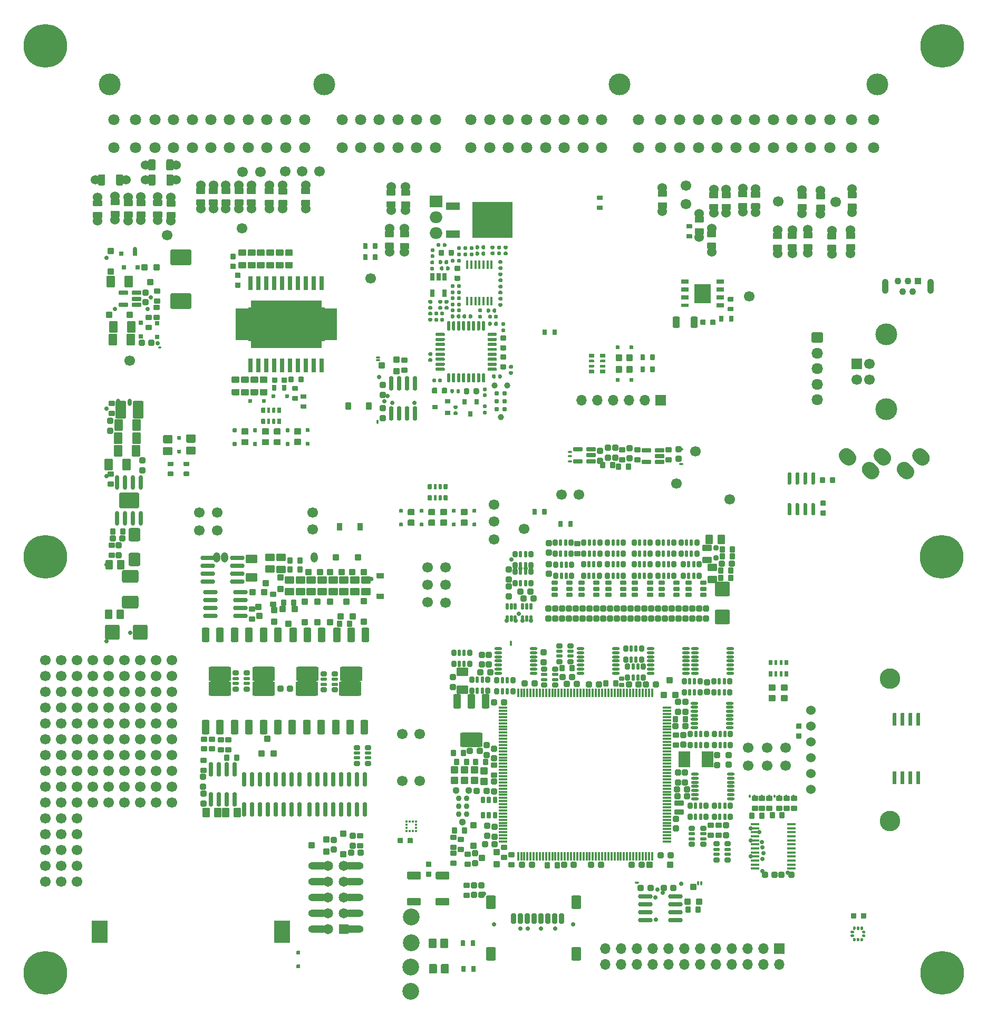
<source format=gts>
G75*
G70*
%OFA0B0*%
%FSLAX25Y25*%
%IPPOS*%
%LPD*%
%AMOC8*
5,1,8,0,0,1.08239X$1,22.5*
%
%AMM157*
21,1,0.033070,0.030710,-0.000000,0.000000,180.000000*
21,1,0.022050,0.041730,-0.000000,0.000000,180.000000*
1,1,0.011020,-0.011020,0.015350*
1,1,0.011020,0.011020,0.015350*
1,1,0.011020,0.011020,-0.015350*
1,1,0.011020,-0.011020,-0.015350*
%
%AMM162*
21,1,0.038980,0.026770,-0.000000,0.000000,0.000000*
21,1,0.026770,0.038980,-0.000000,0.000000,0.000000*
1,1,0.012210,0.013390,-0.013390*
1,1,0.012210,-0.013390,-0.013390*
1,1,0.012210,-0.013390,0.013390*
1,1,0.012210,0.013390,0.013390*
%
%AMM163*
21,1,0.033070,0.030710,-0.000000,0.000000,90.000000*
21,1,0.022050,0.041730,-0.000000,0.000000,90.000000*
1,1,0.011020,0.015350,0.011020*
1,1,0.011020,0.015350,-0.011020*
1,1,0.011020,-0.015350,-0.011020*
1,1,0.011020,-0.015350,0.011020*
%
%AMM164*
21,1,0.044880,0.049210,-0.000000,0.000000,180.000000*
21,1,0.031500,0.062600,-0.000000,0.000000,180.000000*
1,1,0.013390,-0.015750,0.024610*
1,1,0.013390,0.015750,0.024610*
1,1,0.013390,0.015750,-0.024610*
1,1,0.013390,-0.015750,-0.024610*
%
%AMM165*
21,1,0.038980,0.026770,-0.000000,0.000000,270.000000*
21,1,0.026770,0.038980,-0.000000,0.000000,270.000000*
1,1,0.012210,-0.013390,-0.013390*
1,1,0.012210,-0.013390,0.013390*
1,1,0.012210,0.013390,0.013390*
1,1,0.012210,0.013390,-0.013390*
%
%AMM184*
21,1,0.040950,0.050000,-0.000000,-0.000000,90.000000*
21,1,0.028350,0.062600,-0.000000,-0.000000,90.000000*
1,1,0.012600,0.025000,0.014170*
1,1,0.012600,0.025000,-0.014170*
1,1,0.012600,-0.025000,-0.014170*
1,1,0.012600,-0.025000,0.014170*
%
%AMM185*
21,1,0.092130,0.073230,-0.000000,-0.000000,90.000000*
21,1,0.069290,0.096060,-0.000000,-0.000000,90.000000*
1,1,0.022840,0.036610,0.034650*
1,1,0.022840,0.036610,-0.034650*
1,1,0.022840,-0.036610,-0.034650*
1,1,0.022840,-0.036610,0.034650*
%
%AMM186*
21,1,0.033070,0.030710,-0.000000,-0.000000,270.000000*
21,1,0.022050,0.041730,-0.000000,-0.000000,270.000000*
1,1,0.011020,-0.015350,-0.011020*
1,1,0.011020,-0.015350,0.011020*
1,1,0.011020,0.015350,0.011020*
1,1,0.011020,0.015350,-0.011020*
%
%AMM187*
21,1,0.044880,0.049210,-0.000000,-0.000000,0.000000*
21,1,0.031500,0.062600,-0.000000,-0.000000,0.000000*
1,1,0.013390,0.015750,-0.024610*
1,1,0.013390,-0.015750,-0.024610*
1,1,0.013390,-0.015750,0.024610*
1,1,0.013390,0.015750,0.024610*
%
%AMM188*
21,1,0.029130,0.030710,-0.000000,-0.000000,270.000000*
21,1,0.018900,0.040950,-0.000000,-0.000000,270.000000*
1,1,0.010240,-0.015350,-0.009450*
1,1,0.010240,-0.015350,0.009450*
1,1,0.010240,0.015350,0.009450*
1,1,0.010240,0.015350,-0.009450*
%
%AMM189*
21,1,0.031100,0.026380,-0.000000,-0.000000,180.000000*
21,1,0.020470,0.037010,-0.000000,-0.000000,180.000000*
1,1,0.010630,-0.010240,0.013190*
1,1,0.010630,0.010240,0.013190*
1,1,0.010630,0.010240,-0.013190*
1,1,0.010630,-0.010240,-0.013190*
%
%AMM190*
21,1,0.023230,0.027950,-0.000000,-0.000000,180.000000*
21,1,0.014170,0.037010,-0.000000,-0.000000,180.000000*
1,1,0.009060,-0.007090,0.013980*
1,1,0.009060,0.007090,0.013980*
1,1,0.009060,0.007090,-0.013980*
1,1,0.009060,-0.007090,-0.013980*
%
%AMM191*
21,1,0.038980,0.026770,-0.000000,-0.000000,90.000000*
21,1,0.026770,0.038980,-0.000000,-0.000000,90.000000*
1,1,0.012210,0.013390,0.013390*
1,1,0.012210,0.013390,-0.013390*
1,1,0.012210,-0.013390,-0.013390*
1,1,0.012210,-0.013390,0.013390*
%
%AMM192*
21,1,0.033070,0.030710,-0.000000,-0.000000,180.000000*
21,1,0.022050,0.041730,-0.000000,-0.000000,180.000000*
1,1,0.011020,-0.011020,0.015350*
1,1,0.011020,0.011020,0.015350*
1,1,0.011020,0.011020,-0.015350*
1,1,0.011020,-0.011020,-0.015350*
%
%AMM193*
21,1,0.044880,0.049210,-0.000000,-0.000000,270.000000*
21,1,0.031500,0.062600,-0.000000,-0.000000,270.000000*
1,1,0.013390,-0.024610,-0.015750*
1,1,0.013390,-0.024610,0.015750*
1,1,0.013390,0.024610,0.015750*
1,1,0.013390,0.024610,-0.015750*
%
%AMM194*
21,1,0.038980,0.026770,-0.000000,-0.000000,0.000000*
21,1,0.026770,0.038980,-0.000000,-0.000000,0.000000*
1,1,0.012210,0.013390,-0.013390*
1,1,0.012210,-0.013390,-0.013390*
1,1,0.012210,-0.013390,0.013390*
1,1,0.012210,0.013390,0.013390*
%
%AMM207*
21,1,0.038980,0.026770,-0.000000,-0.000000,180.000000*
21,1,0.026770,0.038980,-0.000000,-0.000000,180.000000*
1,1,0.012210,-0.013390,0.013390*
1,1,0.012210,0.013390,0.013390*
1,1,0.012210,0.013390,-0.013390*
1,1,0.012210,-0.013390,-0.013390*
%
%AMM208*
21,1,0.033070,0.030710,-0.000000,-0.000000,90.000000*
21,1,0.022050,0.041730,-0.000000,-0.000000,90.000000*
1,1,0.011020,0.015350,0.011020*
1,1,0.011020,0.015350,-0.011020*
1,1,0.011020,-0.015350,-0.011020*
1,1,0.011020,-0.015350,0.011020*
%
%AMM236*
21,1,0.038980,0.026770,-0.000000,0.000000,180.000000*
21,1,0.026770,0.038980,-0.000000,0.000000,180.000000*
1,1,0.012210,-0.013390,0.013390*
1,1,0.012210,0.013390,0.013390*
1,1,0.012210,0.013390,-0.013390*
1,1,0.012210,-0.013390,-0.013390*
%
%AMM237*
21,1,0.076380,0.036220,-0.000000,0.000000,90.000000*
21,1,0.061810,0.050790,-0.000000,0.000000,90.000000*
1,1,0.014570,0.018110,0.030910*
1,1,0.014570,0.018110,-0.030910*
1,1,0.014570,-0.018110,-0.030910*
1,1,0.014570,-0.018110,0.030910*
%
%AMM238*
21,1,0.033070,0.030710,-0.000000,0.000000,270.000000*
21,1,0.022050,0.041730,-0.000000,0.000000,270.000000*
1,1,0.011020,-0.015350,-0.011020*
1,1,0.011020,-0.015350,0.011020*
1,1,0.011020,0.015350,0.011020*
1,1,0.011020,0.015350,-0.011020*
%
%AMM281*
21,1,0.038980,0.026770,-0.000000,-0.000000,270.000000*
21,1,0.026770,0.038980,-0.000000,-0.000000,270.000000*
1,1,0.012210,-0.013390,-0.013390*
1,1,0.012210,-0.013390,0.013390*
1,1,0.012210,0.013390,0.013390*
1,1,0.012210,0.013390,-0.013390*
%
%AMM282*
21,1,0.076380,0.036220,-0.000000,-0.000000,180.000000*
21,1,0.061810,0.050790,-0.000000,-0.000000,180.000000*
1,1,0.014570,-0.030910,0.018110*
1,1,0.014570,0.030910,0.018110*
1,1,0.014570,0.030910,-0.018110*
1,1,0.014570,-0.030910,-0.018110*
%
%AMM283*
21,1,0.033070,0.030710,-0.000000,-0.000000,0.000000*
21,1,0.022050,0.041730,-0.000000,-0.000000,0.000000*
1,1,0.011020,0.011020,-0.015350*
1,1,0.011020,-0.011020,-0.015350*
1,1,0.011020,-0.011020,0.015350*
1,1,0.011020,0.011020,0.015350*
%
%AMM284*
21,1,0.015350,0.017720,-0.000000,-0.000000,0.000000*
21,1,0.000000,0.033070,-0.000000,-0.000000,0.000000*
1,1,0.015350,-0.000000,-0.008860*
1,1,0.015350,-0.000000,-0.008860*
1,1,0.015350,-0.000000,0.008860*
1,1,0.015350,-0.000000,0.008860*
%
%AMM285*
21,1,0.143310,0.067720,-0.000000,-0.000000,180.000000*
21,1,0.120870,0.090160,-0.000000,-0.000000,180.000000*
1,1,0.022440,-0.060430,0.033860*
1,1,0.022440,0.060430,0.033860*
1,1,0.022440,0.060430,-0.033860*
1,1,0.022440,-0.060430,-0.033860*
%
%AMM286*
21,1,0.048820,0.075980,-0.000000,-0.000000,180.000000*
21,1,0.034650,0.090160,-0.000000,-0.000000,180.000000*
1,1,0.014170,-0.017320,0.037990*
1,1,0.014170,0.017320,0.037990*
1,1,0.014170,0.017320,-0.037990*
1,1,0.014170,-0.017320,-0.037990*
%
%AMM287*
21,1,0.048820,0.075990,-0.000000,-0.000000,180.000000*
21,1,0.034650,0.090160,-0.000000,-0.000000,180.000000*
1,1,0.014170,-0.017320,0.037990*
1,1,0.014170,0.017320,0.037990*
1,1,0.014170,0.017320,-0.037990*
1,1,0.014170,-0.017320,-0.037990*
%
%AMM288*
21,1,0.044880,0.035430,-0.000000,-0.000000,90.000000*
21,1,0.031500,0.048820,-0.000000,-0.000000,90.000000*
1,1,0.013390,0.017720,0.015750*
1,1,0.013390,0.017720,-0.015750*
1,1,0.013390,-0.017720,-0.015750*
1,1,0.013390,-0.017720,0.015750*
%
%AMM289*
21,1,0.040950,0.030320,-0.000000,-0.000000,90.000000*
21,1,0.028350,0.042910,-0.000000,-0.000000,90.000000*
1,1,0.012600,0.015160,0.014170*
1,1,0.012600,0.015160,-0.014170*
1,1,0.012600,-0.015160,-0.014170*
1,1,0.012600,-0.015160,0.014170*
%
%AMM290*
21,1,0.029130,0.030710,-0.000000,-0.000000,0.000000*
21,1,0.018900,0.040950,-0.000000,-0.000000,0.000000*
1,1,0.010240,0.009450,-0.015350*
1,1,0.010240,-0.009450,-0.015350*
1,1,0.010240,-0.009450,0.015350*
1,1,0.010240,0.009450,0.015350*
%
%AMM291*
21,1,0.041340,0.026770,-0.000000,-0.000000,90.000000*
21,1,0.029130,0.038980,-0.000000,-0.000000,90.000000*
1,1,0.012210,0.013390,0.014570*
1,1,0.012210,0.013390,-0.014570*
1,1,0.012210,-0.013390,-0.014570*
1,1,0.012210,-0.013390,0.014570*
%
%AMM292*
21,1,0.040950,0.030320,-0.000000,-0.000000,0.000000*
21,1,0.028350,0.042910,-0.000000,-0.000000,0.000000*
1,1,0.012600,0.014170,-0.015160*
1,1,0.012600,-0.014170,-0.015160*
1,1,0.012600,-0.014170,0.015160*
1,1,0.012600,0.014170,0.015160*
%
%AMM293*
21,1,0.031100,0.026380,-0.000000,-0.000000,90.000000*
21,1,0.020470,0.037010,-0.000000,-0.000000,90.000000*
1,1,0.010630,0.013190,0.010240*
1,1,0.010630,0.013190,-0.010240*
1,1,0.010630,-0.013190,-0.010240*
1,1,0.010630,-0.013190,0.010240*
%
%AMM294*
21,1,0.023230,0.027950,-0.000000,-0.000000,90.000000*
21,1,0.014170,0.037010,-0.000000,-0.000000,90.000000*
1,1,0.009060,0.013980,0.007090*
1,1,0.009060,0.013980,-0.007090*
1,1,0.009060,-0.013980,-0.007090*
1,1,0.009060,-0.013980,0.007090*
%
%AMM295*
21,1,0.033070,0.049610,-0.000000,-0.000000,90.000000*
21,1,0.022050,0.060630,-0.000000,-0.000000,90.000000*
1,1,0.011020,0.024800,0.011020*
1,1,0.011020,0.024800,-0.011020*
1,1,0.011020,-0.024800,-0.011020*
1,1,0.011020,-0.024800,0.011020*
%
%AMM296*
21,1,0.033070,0.018900,-0.000000,-0.000000,0.000000*
21,1,0.022840,0.029130,-0.000000,-0.000000,0.000000*
1,1,0.010240,0.011420,-0.009450*
1,1,0.010240,-0.011420,-0.009450*
1,1,0.010240,-0.011420,0.009450*
1,1,0.010240,0.011420,0.009450*
%
%AMM297*
21,1,0.041340,0.026770,-0.000000,-0.000000,0.000000*
21,1,0.029130,0.038980,-0.000000,-0.000000,0.000000*
1,1,0.012210,0.014570,-0.013390*
1,1,0.012210,-0.014570,-0.013390*
1,1,0.012210,-0.014570,0.013390*
1,1,0.012210,0.014570,0.013390*
%
%AMM309*
21,1,0.040950,0.030320,-0.000000,0.000000,90.000000*
21,1,0.028350,0.042910,-0.000000,0.000000,90.000000*
1,1,0.012600,0.015160,0.014170*
1,1,0.012600,0.015160,-0.014170*
1,1,0.012600,-0.015160,-0.014170*
1,1,0.012600,-0.015160,0.014170*
%
%AMM313*
21,1,0.031100,0.026380,-0.000000,0.000000,180.000000*
21,1,0.020470,0.037010,-0.000000,0.000000,180.000000*
1,1,0.010630,-0.010240,0.013190*
1,1,0.010630,0.010240,0.013190*
1,1,0.010630,0.010240,-0.013190*
1,1,0.010630,-0.010240,-0.013190*
%
%AMM314*
21,1,0.023230,0.027950,-0.000000,0.000000,180.000000*
21,1,0.014170,0.037010,-0.000000,0.000000,180.000000*
1,1,0.009060,-0.007090,0.013980*
1,1,0.009060,0.007090,0.013980*
1,1,0.009060,0.007090,-0.013980*
1,1,0.009060,-0.007090,-0.013980*
%
%AMM315*
21,1,0.041340,0.026770,-0.000000,0.000000,180.000000*
21,1,0.029130,0.038980,-0.000000,0.000000,180.000000*
1,1,0.012210,-0.014570,0.013390*
1,1,0.012210,0.014570,0.013390*
1,1,0.012210,0.014570,-0.013390*
1,1,0.012210,-0.014570,-0.013390*
%
%AMM327*
21,1,0.040950,0.030320,-0.000000,-0.000000,180.000000*
21,1,0.028350,0.042910,-0.000000,-0.000000,180.000000*
1,1,0.012600,-0.014170,0.015160*
1,1,0.012600,0.014170,0.015160*
1,1,0.012600,0.014170,-0.015160*
1,1,0.012600,-0.014170,-0.015160*
%
%AMM328*
21,1,0.048820,0.075980,-0.000000,-0.000000,0.000000*
21,1,0.034650,0.090160,-0.000000,-0.000000,0.000000*
1,1,0.014170,0.017320,-0.037990*
1,1,0.014170,-0.017320,-0.037990*
1,1,0.014170,-0.017320,0.037990*
1,1,0.014170,0.017320,0.037990*
%
%AMM329*
21,1,0.048820,0.075990,-0.000000,-0.000000,0.000000*
21,1,0.034650,0.090160,-0.000000,-0.000000,0.000000*
1,1,0.014170,0.017320,-0.037990*
1,1,0.014170,-0.017320,-0.037990*
1,1,0.014170,-0.017320,0.037990*
1,1,0.014170,0.017320,0.037990*
%
%AMM330*
21,1,0.143310,0.067720,-0.000000,-0.000000,0.000000*
21,1,0.120870,0.090160,-0.000000,-0.000000,0.000000*
1,1,0.022440,0.060430,-0.033860*
1,1,0.022440,-0.060430,-0.033860*
1,1,0.022440,-0.060430,0.033860*
1,1,0.022440,0.060430,0.033860*
%
%AMM331*
21,1,0.031100,0.026380,-0.000000,-0.000000,270.000000*
21,1,0.020470,0.037010,-0.000000,-0.000000,270.000000*
1,1,0.010630,-0.013190,-0.010240*
1,1,0.010630,-0.013190,0.010240*
1,1,0.010630,0.013190,0.010240*
1,1,0.010630,0.013190,-0.010240*
%
%AMM332*
21,1,0.023230,0.027950,-0.000000,-0.000000,270.000000*
21,1,0.014170,0.037010,-0.000000,-0.000000,270.000000*
1,1,0.009060,-0.013980,-0.007090*
1,1,0.009060,-0.013980,0.007090*
1,1,0.009060,0.013980,0.007090*
1,1,0.009060,0.013980,-0.007090*
%
%AMM333*
21,1,0.041340,0.026770,-0.000000,-0.000000,270.000000*
21,1,0.029130,0.038980,-0.000000,-0.000000,270.000000*
1,1,0.012210,-0.013390,-0.014570*
1,1,0.012210,-0.013390,0.014570*
1,1,0.012210,0.013390,0.014570*
1,1,0.012210,0.013390,-0.014570*
%
%AMM336*
21,1,0.018110,0.028980,-0.000000,0.000000,0.000000*
21,1,0.010080,0.037010,-0.000000,0.000000,0.000000*
1,1,0.008030,0.005040,-0.014490*
1,1,0.008030,-0.005040,-0.014490*
1,1,0.008030,-0.005040,0.014490*
1,1,0.008030,0.005040,0.014490*
%
%AMM34*
21,1,0.033070,0.030710,0.000000,0.000000,270.000000*
21,1,0.022050,0.041730,0.000000,0.000000,270.000000*
1,1,0.011020,-0.015350,-0.011020*
1,1,0.011020,-0.015350,0.011020*
1,1,0.011020,0.015350,0.011020*
1,1,0.011020,0.015350,-0.011020*
%
%AMM344*
21,1,0.041340,0.026770,-0.000000,0.000000,90.000000*
21,1,0.029130,0.038980,-0.000000,0.000000,90.000000*
1,1,0.012210,0.013390,0.014570*
1,1,0.012210,0.013390,-0.014570*
1,1,0.012210,-0.013390,-0.014570*
1,1,0.012210,-0.013390,0.014570*
%
%AMM352*
21,1,0.040950,0.030320,0.000000,-0.000000,90.000000*
21,1,0.028350,0.042910,0.000000,-0.000000,90.000000*
1,1,0.012600,0.015160,0.014170*
1,1,0.012600,0.015160,-0.014170*
1,1,0.012600,-0.015160,-0.014170*
1,1,0.012600,-0.015160,0.014170*
%
%AMM353*
21,1,0.038980,0.026770,0.000000,-0.000000,270.000000*
21,1,0.026770,0.038980,0.000000,-0.000000,270.000000*
1,1,0.012210,-0.013390,-0.013390*
1,1,0.012210,-0.013390,0.013390*
1,1,0.012210,0.013390,0.013390*
1,1,0.012210,0.013390,-0.013390*
%
%AMM354*
21,1,0.033070,0.030710,0.000000,-0.000000,90.000000*
21,1,0.022050,0.041730,0.000000,-0.000000,90.000000*
1,1,0.011020,0.015350,0.011020*
1,1,0.011020,0.015350,-0.011020*
1,1,0.011020,-0.015350,-0.011020*
1,1,0.011020,-0.015350,0.011020*
%
%AMM358*
21,1,0.027170,0.052760,-0.000000,-0.000000,90.000000*
21,1,0.017320,0.062600,-0.000000,-0.000000,90.000000*
1,1,0.009840,0.026380,0.008660*
1,1,0.009840,0.026380,-0.008660*
1,1,0.009840,-0.026380,-0.008660*
1,1,0.009840,-0.026380,0.008660*
%
%AMM365*
21,1,0.040950,0.030320,-0.000000,0.000000,180.000000*
21,1,0.028350,0.042910,-0.000000,0.000000,180.000000*
1,1,0.012600,-0.014170,0.015160*
1,1,0.012600,0.014170,0.015160*
1,1,0.012600,0.014170,-0.015160*
1,1,0.012600,-0.014170,-0.015160*
%
%AMM366*
21,1,0.027170,0.052760,-0.000000,0.000000,90.000000*
21,1,0.017320,0.062600,-0.000000,0.000000,90.000000*
1,1,0.009840,0.026380,0.008660*
1,1,0.009840,0.026380,-0.008660*
1,1,0.009840,-0.026380,-0.008660*
1,1,0.009840,-0.026380,0.008660*
%
%AMM367*
21,1,0.100000,0.111020,-0.000000,0.000000,270.000000*
21,1,0.075590,0.135430,-0.000000,0.000000,270.000000*
1,1,0.024410,-0.055510,-0.037800*
1,1,0.024410,-0.055510,0.037800*
1,1,0.024410,0.055510,0.037800*
1,1,0.024410,0.055510,-0.037800*
%
%AMM368*
21,1,0.029130,0.018900,-0.000000,0.000000,0.000000*
21,1,0.018900,0.029130,-0.000000,0.000000,0.000000*
1,1,0.010240,0.009450,-0.009450*
1,1,0.010240,-0.009450,-0.009450*
1,1,0.010240,-0.009450,0.009450*
1,1,0.010240,0.009450,0.009450*
%
%AMM369*
21,1,0.029130,0.018900,-0.000000,0.000000,270.000000*
21,1,0.018900,0.029130,-0.000000,0.000000,270.000000*
1,1,0.010240,-0.009450,-0.009450*
1,1,0.010240,-0.009450,0.009450*
1,1,0.010240,0.009450,0.009450*
1,1,0.010240,0.009450,-0.009450*
%
%AMM376*
21,1,0.111810,0.050390,-0.000000,0.000000,90.000000*
21,1,0.093700,0.068500,-0.000000,0.000000,90.000000*
1,1,0.018110,0.025200,0.046850*
1,1,0.018110,0.025200,-0.046850*
1,1,0.018110,-0.025200,-0.046850*
1,1,0.018110,-0.025200,0.046850*
%
%AMM377*
21,1,0.080320,0.083460,-0.000000,0.000000,270.000000*
21,1,0.059840,0.103940,-0.000000,0.000000,270.000000*
1,1,0.020470,-0.041730,-0.029920*
1,1,0.020470,-0.041730,0.029920*
1,1,0.020470,0.041730,0.029920*
1,1,0.020470,0.041730,-0.029920*
%
%AMM378*
21,1,0.127560,0.075590,-0.000000,0.000000,0.000000*
21,1,0.103150,0.100000,-0.000000,0.000000,0.000000*
1,1,0.024410,0.051580,-0.037800*
1,1,0.024410,-0.051580,-0.037800*
1,1,0.024410,-0.051580,0.037800*
1,1,0.024410,0.051580,0.037800*
%
%AMM379*
21,1,0.084250,0.053540,-0.000000,0.000000,270.000000*
21,1,0.065350,0.072440,-0.000000,0.000000,270.000000*
1,1,0.018900,-0.026770,-0.032680*
1,1,0.018900,-0.026770,0.032680*
1,1,0.018900,0.026770,0.032680*
1,1,0.018900,0.026770,-0.032680*
%
%AMM380*
21,1,0.076380,0.036220,-0.000000,0.000000,270.000000*
21,1,0.061810,0.050790,-0.000000,0.000000,270.000000*
1,1,0.014570,-0.018110,-0.030910*
1,1,0.014570,-0.018110,0.030910*
1,1,0.014570,0.018110,0.030910*
1,1,0.014570,0.018110,-0.030910*
%
%AMM381*
21,1,0.092130,0.073230,-0.000000,0.000000,180.000000*
21,1,0.069290,0.096060,-0.000000,0.000000,180.000000*
1,1,0.022840,-0.034650,0.036610*
1,1,0.022840,0.034650,0.036610*
1,1,0.022840,0.034650,-0.036610*
1,1,0.022840,-0.034650,-0.036610*
%
%AMM62*
21,1,0.038980,0.026770,0.000000,0.000000,90.000000*
21,1,0.026770,0.038980,0.000000,0.000000,90.000000*
1,1,0.012210,0.013390,0.013390*
1,1,0.012210,0.013390,-0.013390*
1,1,0.012210,-0.013390,-0.013390*
1,1,0.012210,-0.013390,0.013390*
%
%AMM82*
21,1,0.084250,0.045670,0.000000,0.000000,270.000000*
21,1,0.067320,0.062600,0.000000,0.000000,270.000000*
1,1,0.016930,-0.022840,-0.033660*
1,1,0.016930,-0.022840,0.033660*
1,1,0.016930,0.022840,0.033660*
1,1,0.016930,0.022840,-0.033660*
%
%AMM83*
21,1,0.064570,0.020470,0.000000,0.000000,270.000000*
21,1,0.053940,0.031100,0.000000,0.000000,270.000000*
1,1,0.010630,-0.010240,-0.026970*
1,1,0.010630,-0.010240,0.026970*
1,1,0.010630,0.010240,0.026970*
1,1,0.010630,0.010240,-0.026970*
%
%ADD103C,0.00039*%
%ADD149C,0.03701*%
%ADD168O,0.01339X0.02126*%
%ADD169O,0.05512X0.01535*%
%ADD17C,0.02362*%
%ADD171M34*%
%ADD172C,0.02913*%
%ADD18O,0.01969X0.00984*%
%ADD19C,0.06000*%
%ADD20C,0.06693*%
%ADD205C,0.03100*%
%ADD206C,0.03900*%
%ADD207M62*%
%ADD21R,0.06693X0.06693*%
%ADD214O,0.04882X0.01732*%
%ADD215O,0.05669X0.01417*%
%ADD216O,0.01417X0.05669*%
%ADD219R,0.07244X0.10000*%
%ADD22O,0.06693X0.06693*%
%ADD225C,0.03651*%
%ADD229C,0.04451*%
%ADD23C,0.10630*%
%ADD239M82*%
%ADD240M83*%
%ADD255O,0.04488X0.06457*%
%ADD256O,0.03701X0.02913*%
%ADD262O,0.02913X0.09213*%
%ADD263O,0.09213X0.02913*%
%ADD288C,0.06457*%
%ADD289R,0.06457X0.06457*%
%ADD295O,0.02520X0.01535*%
%ADD296O,0.01535X0.02520*%
%ADD315O,0.04488X0.02520*%
%ADD33O,0.03937X0.05906*%
%ADD34O,0.03150X0.02362*%
%ADD340O,0.02520X0.04488*%
%ADD35C,0.13780*%
%ADD350R,0.03543X0.03150*%
%ADD355R,0.03150X0.03543*%
%ADD36C,0.07087*%
%ADD37R,0.04331X0.04331*%
%ADD376M157*%
%ADD38C,0.04331*%
%ADD381M162*%
%ADD382M163*%
%ADD383M164*%
%ADD384M165*%
%ADD39O,0.04331X0.09449*%
%ADD40O,0.00984X0.01969*%
%ADD403M184*%
%ADD404M185*%
%ADD405M186*%
%ADD406M187*%
%ADD407M188*%
%ADD408M189*%
%ADD409M190*%
%ADD410M191*%
%ADD411M192*%
%ADD412M193*%
%ADD413M194*%
%ADD430M207*%
%ADD431M208*%
%ADD45C,0.13000*%
%ADD461M236*%
%ADD462M237*%
%ADD463M238*%
%ADD50C,0.27559*%
%ADD508M281*%
%ADD509M282*%
%ADD51R,0.01476X0.01378*%
%ADD510M283*%
%ADD511M284*%
%ADD512M285*%
%ADD513M286*%
%ADD514M287*%
%ADD515M288*%
%ADD516M289*%
%ADD517M290*%
%ADD518M291*%
%ADD519M292*%
%ADD52R,0.01378X0.01476*%
%ADD520M293*%
%ADD521M294*%
%ADD522M295*%
%ADD523M296*%
%ADD524M297*%
%ADD53R,0.10236X0.14173*%
%ADD54O,0.01969X0.03937*%
%ADD546M309*%
%ADD551M313*%
%ADD552M314*%
%ADD553M315*%
%ADD569M327*%
%ADD57O,0.01969X0.00787*%
%ADD570M328*%
%ADD571M329*%
%ADD572M330*%
%ADD573M331*%
%ADD574M332*%
%ADD575M333*%
%ADD578M336*%
%ADD587O,0.11772X0.04567*%
%ADD588M344*%
%ADD596M352*%
%ADD597M353*%
%ADD598M354*%
%ADD602M358*%
%ADD612M365*%
%ADD613M366*%
%ADD614O,0.02520X0.01339*%
%ADD615M367*%
%ADD616M368*%
%ADD617M369*%
%ADD627M376*%
%ADD628M377*%
%ADD629O,0.02520X0.09213*%
%ADD630M378*%
%ADD631M379*%
%ADD632M380*%
%ADD633M381*%
%ADD634R,0.07874X0.07500*%
%ADD635O,0.07874X0.07500*%
%ADD636R,0.01772X0.05709*%
%ADD637R,0.08661X0.04724*%
%ADD638R,0.25197X0.22835*%
%ADD639R,0.02559X0.04803*%
%ADD74R,0.05157X0.02559*%
%ADD75R,0.05157X0.02362*%
%ADD76R,0.05217X0.05906*%
%ADD79O,0.00787X0.01575*%
%ADD86R,0.03150X0.08661*%
%ADD87R,0.08000X0.20000*%
%ADD88R,0.45000X0.30000*%
%ADD89O,0.07283X0.06693*%
X0000000Y0000000D02*
%LPD*%
G01*
D103*
X0194378Y0440539D02*
X0195955Y0440539D01*
X0195955Y0440539D02*
X0195955Y0419728D01*
X0195955Y0419728D02*
X0194378Y0419728D01*
X0194378Y0419728D02*
X0194378Y0440539D01*
G36*
X0195955Y0419728D02*
G01*
X0194378Y0419728D01*
X0194378Y0440539D01*
X0195955Y0440539D01*
X0195955Y0419728D01*
G37*
X0195955Y0419728D02*
X0194378Y0419728D01*
X0194378Y0440539D01*
X0195955Y0440539D01*
X0195955Y0419728D01*
X0147908Y0440539D02*
X0149555Y0440539D01*
X0149555Y0440539D02*
X0149555Y0419718D01*
X0149555Y0419718D02*
X0147908Y0419718D01*
X0147908Y0419718D02*
X0147908Y0440539D01*
G36*
X0149555Y0419718D02*
G01*
X0147908Y0419718D01*
X0147908Y0440539D01*
X0149555Y0440539D01*
X0149555Y0419718D01*
G37*
X0149555Y0419718D02*
X0147908Y0419718D01*
X0147908Y0440539D01*
X0149555Y0440539D01*
X0149555Y0419718D01*
D17*
X0297120Y0070059D03*
X0303321Y0050748D03*
X0353337Y0050784D03*
X0319955Y0048110D03*
X0324581Y0048110D03*
X0333144Y0048110D03*
X0341904Y0048110D03*
D18*
X0351423Y0343184D03*
X0351423Y0346629D03*
X0351423Y0349385D03*
X0421600Y0351156D03*
X0421600Y0341708D03*
G36*
G01*
X0229613Y0473919D02*
X0229613Y0470848D01*
G75*
G02*
X0229337Y0470572I-000276J0000000D01*
G01*
X0227133Y0470572D01*
G75*
G02*
X0226857Y0470848I0000000J0000276D01*
G01*
X0226857Y0473919D01*
G75*
G02*
X0227133Y0474194I0000276J0000000D01*
G01*
X0229337Y0474194D01*
G75*
G02*
X0229613Y0473919I0000000J-000276D01*
G01*
G37*
G36*
G01*
X0223314Y0473919D02*
X0223314Y0470848D01*
G75*
G02*
X0223038Y0470572I-000276J0000000D01*
G01*
X0220833Y0470572D01*
G75*
G02*
X0220558Y0470848I0000000J0000276D01*
G01*
X0220558Y0473919D01*
G75*
G02*
X0220833Y0474194I0000276J0000000D01*
G01*
X0223038Y0474194D01*
G75*
G02*
X0223314Y0473919I0000000J-000276D01*
G01*
G37*
G36*
G01*
X0239711Y0477580D02*
X0234790Y0477580D01*
G75*
G02*
X0234396Y0477974I0000000J0000394D01*
G01*
X0234396Y0481123D01*
G75*
G02*
X0234790Y0481517I0000394J0000000D01*
G01*
X0239711Y0481517D01*
G75*
G02*
X0240105Y0481123I0000000J-000394D01*
G01*
X0240105Y0477974D01*
G75*
G02*
X0239711Y0477580I-000394J0000000D01*
G01*
G37*
D19*
X0237251Y0475789D03*
G36*
G01*
X0239711Y0485060D02*
X0234790Y0485060D01*
G75*
G02*
X0234396Y0485454I0000000J0000394D01*
G01*
X0234396Y0488604D01*
G75*
G02*
X0234790Y0488997I0000394J0000000D01*
G01*
X0239711Y0488997D01*
G75*
G02*
X0240105Y0488604I0000000J-000394D01*
G01*
X0240105Y0485454D01*
G75*
G02*
X0239711Y0485060I-000394J0000000D01*
G01*
G37*
X0237251Y0490789D03*
G36*
G01*
X0152467Y0504942D02*
X0147546Y0504942D01*
G75*
G02*
X0147152Y0505336I0000000J0000394D01*
G01*
X0147152Y0508486D01*
G75*
G02*
X0147546Y0508879I0000394J0000000D01*
G01*
X0152467Y0508879D01*
G75*
G02*
X0152861Y0508486I0000000J-000394D01*
G01*
X0152861Y0505336D01*
G75*
G02*
X0152467Y0504942I-000394J0000000D01*
G01*
G37*
X0150007Y0503151D03*
G36*
G01*
X0152467Y0512423D02*
X0147546Y0512423D01*
G75*
G02*
X0147152Y0512816I0000000J0000394D01*
G01*
X0147152Y0515966D01*
G75*
G02*
X0147546Y0516360I0000394J0000000D01*
G01*
X0152467Y0516360D01*
G75*
G02*
X0152861Y0515966I0000000J-000394D01*
G01*
X0152861Y0512816D01*
G75*
G02*
X0152467Y0512423I-000394J0000000D01*
G01*
G37*
X0150007Y0518151D03*
D20*
X0245285Y0141379D03*
X0245285Y0170915D03*
G36*
G01*
X0097283Y0343159D02*
X0100354Y0343159D01*
G75*
G02*
X0100630Y0342884I0000000J-000276D01*
G01*
X0100630Y0340679D01*
G75*
G02*
X0100354Y0340404I-000276J0000000D01*
G01*
X0097283Y0340404D01*
G75*
G02*
X0097008Y0340679I0000000J0000276D01*
G01*
X0097008Y0342884D01*
G75*
G02*
X0097283Y0343159I0000276J0000000D01*
G01*
G37*
G36*
G01*
X0097283Y0336860D02*
X0100354Y0336860D01*
G75*
G02*
X0100630Y0336585I0000000J-000276D01*
G01*
X0100630Y0334380D01*
G75*
G02*
X0100354Y0334104I-000276J0000000D01*
G01*
X0097283Y0334104D01*
G75*
G02*
X0097008Y0334380I0000000J0000276D01*
G01*
X0097008Y0336585D01*
G75*
G02*
X0097283Y0336860I0000276J0000000D01*
G01*
G37*
D21*
X0408865Y0381911D03*
D22*
X0398865Y0381911D03*
X0388865Y0381911D03*
X0378865Y0381911D03*
X0368865Y0381911D03*
X0358865Y0381911D03*
G36*
G01*
X0445597Y0432068D02*
X0445597Y0435139D01*
G75*
G02*
X0445873Y0435415I0000276J0000000D01*
G01*
X0448077Y0435415D01*
G75*
G02*
X0448353Y0435139I0000000J-000276D01*
G01*
X0448353Y0432068D01*
G75*
G02*
X0448077Y0431793I-000276J0000000D01*
G01*
X0445873Y0431793D01*
G75*
G02*
X0445597Y0432068I0000000J0000276D01*
G01*
G37*
G36*
G01*
X0451896Y0432068D02*
X0451896Y0435139D01*
G75*
G02*
X0452172Y0435415I0000276J0000000D01*
G01*
X0454377Y0435415D01*
G75*
G02*
X0454652Y0435139I0000000J-000276D01*
G01*
X0454652Y0432068D01*
G75*
G02*
X0454377Y0431793I-000276J0000000D01*
G01*
X0452172Y0431793D01*
G75*
G02*
X0451896Y0432068I0000000J0000276D01*
G01*
G37*
D20*
X0144455Y0526360D03*
D23*
X0250865Y0008410D03*
G36*
G01*
X0242507Y0102226D02*
X0242507Y0104903D01*
G75*
G02*
X0242841Y0105238I0000335J0000000D01*
G01*
X0245518Y0105238D01*
G75*
G02*
X0245853Y0104903I0000000J-000335D01*
G01*
X0245853Y0102226D01*
G75*
G02*
X0245518Y0101891I-000335J0000000D01*
G01*
X0242841Y0101891D01*
G75*
G02*
X0242507Y0102226I0000000J0000335D01*
G01*
G37*
G36*
G01*
X0248727Y0102226D02*
X0248727Y0104903D01*
G75*
G02*
X0249062Y0105238I0000335J0000000D01*
G01*
X0251739Y0105238D01*
G75*
G02*
X0252074Y0104903I0000000J-000335D01*
G01*
X0252074Y0102226D01*
G75*
G02*
X0251739Y0101891I-000335J0000000D01*
G01*
X0249062Y0101891D01*
G75*
G02*
X0248727Y0102226I0000000J0000335D01*
G01*
G37*
D20*
X0079567Y0177549D03*
X0079567Y0187549D03*
X0079567Y0197549D03*
X0079567Y0207549D03*
X0079567Y0217549D03*
X0089567Y0177549D03*
X0089567Y0187549D03*
X0089567Y0197549D03*
X0089567Y0207549D03*
X0089567Y0217549D03*
X0099567Y0177549D03*
X0099567Y0187549D03*
X0099567Y0197549D03*
X0099567Y0207549D03*
X0099567Y0217549D03*
G36*
G01*
X0176109Y0390848D02*
X0179180Y0390848D01*
G75*
G02*
X0179455Y0390572I0000000J-000276D01*
G01*
X0179455Y0388367D01*
G75*
G02*
X0179180Y0388092I-000276J0000000D01*
G01*
X0176109Y0388092D01*
G75*
G02*
X0175833Y0388367I0000000J0000276D01*
G01*
X0175833Y0390572D01*
G75*
G02*
X0176109Y0390848I0000276J0000000D01*
G01*
G37*
G36*
G01*
X0176109Y0384549D02*
X0179180Y0384549D01*
G75*
G02*
X0179455Y0384273I0000000J-000276D01*
G01*
X0179455Y0382068D01*
G75*
G02*
X0179180Y0381793I-000276J0000000D01*
G01*
X0176109Y0381793D01*
G75*
G02*
X0175833Y0382068I0000000J0000276D01*
G01*
X0175833Y0384273D01*
G75*
G02*
X0176109Y0384549I0000276J0000000D01*
G01*
G37*
X0225243Y0459037D03*
X0096857Y0486241D03*
G36*
G01*
X0428314Y0484273D02*
X0425243Y0484273D01*
G75*
G02*
X0424967Y0484549I0000000J0000276D01*
G01*
X0424967Y0486753D01*
G75*
G02*
X0425243Y0487029I0000276J0000000D01*
G01*
X0428314Y0487029D01*
G75*
G02*
X0428589Y0486753I0000000J-000276D01*
G01*
X0428589Y0484549D01*
G75*
G02*
X0428314Y0484273I-000276J0000000D01*
G01*
G37*
G36*
G01*
X0428314Y0490572D02*
X0425243Y0490572D01*
G75*
G02*
X0424967Y0490848I0000000J0000276D01*
G01*
X0424967Y0493053D01*
G75*
G02*
X0425243Y0493328I0000276J0000000D01*
G01*
X0428314Y0493328D01*
G75*
G02*
X0428589Y0493053I0000000J-000276D01*
G01*
X0428589Y0490848D01*
G75*
G02*
X0428314Y0490572I-000276J0000000D01*
G01*
G37*
X0116936Y0311045D03*
X0049567Y0127549D03*
X0049567Y0137549D03*
X0049567Y0147549D03*
X0049567Y0157549D03*
X0049567Y0167549D03*
X0059567Y0127549D03*
X0059567Y0137549D03*
X0059567Y0147549D03*
X0059567Y0157549D03*
X0059567Y0167549D03*
X0069567Y0127549D03*
X0069567Y0137549D03*
X0069567Y0147549D03*
X0069567Y0157549D03*
X0069567Y0167549D03*
D33*
X0128185Y0282748D03*
X0133130Y0282748D03*
X0189724Y0282748D03*
D34*
X0225374Y0268983D03*
G36*
G01*
X0120381Y0504942D02*
X0115459Y0504942D01*
G75*
G02*
X0115066Y0505336I0000000J0000394D01*
G01*
X0115066Y0508486D01*
G75*
G02*
X0115459Y0508879I0000394J0000000D01*
G01*
X0120381Y0508879D01*
G75*
G02*
X0120774Y0508486I0000000J-000394D01*
G01*
X0120774Y0505336D01*
G75*
G02*
X0120381Y0504942I-000394J0000000D01*
G01*
G37*
D19*
X0117920Y0503151D03*
G36*
G01*
X0120381Y0512423D02*
X0115459Y0512423D01*
G75*
G02*
X0115066Y0512816I0000000J0000394D01*
G01*
X0115066Y0515966D01*
G75*
G02*
X0115459Y0516360I0000394J0000000D01*
G01*
X0120381Y0516360D01*
G75*
G02*
X0120774Y0515966I0000000J-000394D01*
G01*
X0120774Y0512816D01*
G75*
G02*
X0120381Y0512423I-000394J0000000D01*
G01*
G37*
X0117920Y0518151D03*
G36*
G01*
X0267347Y0025001D02*
X0267347Y0020119D01*
G75*
G02*
X0266835Y0019608I-000512J0000000D01*
G01*
X0262740Y0019608D01*
G75*
G02*
X0262228Y0020119I0000000J0000512D01*
G01*
X0262228Y0025001D01*
G75*
G02*
X0262740Y0025513I0000512J0000000D01*
G01*
X0266835Y0025513D01*
G75*
G02*
X0267347Y0025001I0000000J-000512D01*
G01*
G37*
G36*
G01*
X0274827Y0025001D02*
X0274827Y0020119D01*
G75*
G02*
X0274315Y0019608I-000512J0000000D01*
G01*
X0270221Y0019608D01*
G75*
G02*
X0269709Y0020119I0000000J0000512D01*
G01*
X0269709Y0025001D01*
G75*
G02*
X0270221Y0025513I0000512J0000000D01*
G01*
X0274315Y0025513D01*
G75*
G02*
X0274827Y0025001I0000000J-000512D01*
G01*
G37*
D20*
X0272841Y0254155D03*
D19*
X0442329Y0500395D03*
G36*
G01*
X0444790Y0502186D02*
X0439869Y0502186D01*
G75*
G02*
X0439475Y0502580I0000000J0000394D01*
G01*
X0439475Y0505730D01*
G75*
G02*
X0439869Y0506123I0000394J0000000D01*
G01*
X0444790Y0506123D01*
G75*
G02*
X0445184Y0505730I0000000J-000394D01*
G01*
X0445184Y0502580D01*
G75*
G02*
X0444790Y0502186I-000394J0000000D01*
G01*
G37*
G36*
G01*
X0444790Y0509667D02*
X0439869Y0509667D01*
G75*
G02*
X0439475Y0510060I0000000J0000394D01*
G01*
X0439475Y0513210D01*
G75*
G02*
X0439869Y0513604I0000394J0000000D01*
G01*
X0444790Y0513604D01*
G75*
G02*
X0445184Y0513210I0000000J-000394D01*
G01*
X0445184Y0510060D01*
G75*
G02*
X0444790Y0509667I-000394J0000000D01*
G01*
G37*
X0442329Y0515395D03*
G36*
G01*
X0245716Y0312977D02*
X0245716Y0311087D01*
G75*
G02*
X0245480Y0310851I-000236J0000000D01*
G01*
X0243590Y0310851D01*
G75*
G02*
X0243354Y0311087I0000000J0000236D01*
G01*
X0243354Y0312977D01*
G75*
G02*
X0243590Y0313213I0000236J0000000D01*
G01*
X0245480Y0313213D01*
G75*
G02*
X0245716Y0312977I0000000J-000236D01*
G01*
G37*
G36*
G01*
X0245716Y0304315D02*
X0245716Y0302426D01*
G75*
G02*
X0245480Y0302189I-000236J0000000D01*
G01*
X0243590Y0302189D01*
G75*
G02*
X0243354Y0302426I0000000J0000236D01*
G01*
X0243354Y0304315D01*
G75*
G02*
X0243590Y0304552I0000236J0000000D01*
G01*
X0245480Y0304552D01*
G75*
G02*
X0245716Y0304315I0000000J-000236D01*
G01*
G37*
G36*
G01*
X0136969Y0474515D02*
X0139646Y0474515D01*
G75*
G02*
X0139981Y0474180I0000000J-000335D01*
G01*
X0139981Y0471503D01*
G75*
G02*
X0139646Y0471168I-000335J0000000D01*
G01*
X0136969Y0471168D01*
G75*
G02*
X0136635Y0471503I0000000J0000335D01*
G01*
X0136635Y0474180D01*
G75*
G02*
X0136969Y0474515I0000335J0000000D01*
G01*
G37*
G36*
G01*
X0136969Y0468294D02*
X0139646Y0468294D01*
G75*
G02*
X0139981Y0467960I0000000J-000335D01*
G01*
X0139981Y0465283D01*
G75*
G02*
X0139646Y0464948I-000335J0000000D01*
G01*
X0136969Y0464948D01*
G75*
G02*
X0136635Y0465283I0000000J0000335D01*
G01*
X0136635Y0467960D01*
G75*
G02*
X0136969Y0468294I0000335J0000000D01*
G01*
G37*
G36*
G01*
X0260676Y0090336D02*
X0263353Y0090336D01*
G75*
G02*
X0263688Y0090001I0000000J-000335D01*
G01*
X0263688Y0087324D01*
G75*
G02*
X0263353Y0086990I-000335J0000000D01*
G01*
X0260676Y0086990D01*
G75*
G02*
X0260341Y0087324I0000000J0000335D01*
G01*
X0260341Y0090001D01*
G75*
G02*
X0260676Y0090336I0000335J0000000D01*
G01*
G37*
G36*
G01*
X0260676Y0084116D02*
X0263353Y0084116D01*
G75*
G02*
X0263688Y0083781I0000000J-000335D01*
G01*
X0263688Y0081104D01*
G75*
G02*
X0263353Y0080769I-000335J0000000D01*
G01*
X0260676Y0080769D01*
G75*
G02*
X0260341Y0081104I0000000J0000335D01*
G01*
X0260341Y0083781D01*
G75*
G02*
X0260676Y0084116I0000335J0000000D01*
G01*
G37*
D20*
X0193156Y0526596D03*
G36*
G01*
X0088373Y0527186D02*
X0085656Y0527186D01*
G75*
G02*
X0084751Y0528092I0000000J0000906D01*
G01*
X0084751Y0533367D01*
G75*
G02*
X0085656Y0534273I0000906J0000000D01*
G01*
X0088373Y0534273D01*
G75*
G02*
X0089278Y0533367I0000000J-000906D01*
G01*
X0089278Y0528092D01*
G75*
G02*
X0088373Y0527186I-000906J0000000D01*
G01*
G37*
D19*
X0083077Y0530730D03*
G36*
G01*
X0099790Y0527186D02*
X0097074Y0527186D01*
G75*
G02*
X0096168Y0528092I0000000J0000906D01*
G01*
X0096168Y0533367D01*
G75*
G02*
X0097074Y0534273I0000906J0000000D01*
G01*
X0099790Y0534273D01*
G75*
G02*
X0100696Y0533367I0000000J-000906D01*
G01*
X0100696Y0528092D01*
G75*
G02*
X0099790Y0527186I-000906J0000000D01*
G01*
G37*
X0102369Y0530730D03*
G36*
G01*
X0248904Y0083879D02*
X0256621Y0083879D01*
G75*
G02*
X0257093Y0083407I0000000J-000472D01*
G01*
X0257093Y0079627D01*
G75*
G02*
X0256621Y0079155I-000472J0000000D01*
G01*
X0248904Y0079155D01*
G75*
G02*
X0248432Y0079627I0000000J0000472D01*
G01*
X0248432Y0083407D01*
G75*
G02*
X0248904Y0083879I0000472J0000000D01*
G01*
G37*
G36*
G01*
X0248904Y0067344D02*
X0256621Y0067344D01*
G75*
G02*
X0257093Y0066871I0000000J-000472D01*
G01*
X0257093Y0063092D01*
G75*
G02*
X0256621Y0062619I-000472J0000000D01*
G01*
X0248904Y0062619D01*
G75*
G02*
X0248432Y0063092I0000000J0000472D01*
G01*
X0248432Y0066871D01*
G75*
G02*
X0248904Y0067344I0000472J0000000D01*
G01*
G37*
G36*
G01*
X0282724Y0313213D02*
X0286267Y0313213D01*
G75*
G02*
X0286661Y0312819I0000000J-000394D01*
G01*
X0286661Y0309670D01*
G75*
G02*
X0286267Y0309276I-000394J0000000D01*
G01*
X0282724Y0309276D01*
G75*
G02*
X0282330Y0309670I0000000J0000394D01*
G01*
X0282330Y0312819D01*
G75*
G02*
X0282724Y0313213I0000394J0000000D01*
G01*
G37*
G36*
G01*
X0282724Y0306520D02*
X0286267Y0306520D01*
G75*
G02*
X0286661Y0306126I0000000J-000394D01*
G01*
X0286661Y0302977D01*
G75*
G02*
X0286267Y0302583I-000394J0000000D01*
G01*
X0282724Y0302583D01*
G75*
G02*
X0282330Y0302977I0000000J0000394D01*
G01*
X0282330Y0306126D01*
G75*
G02*
X0282724Y0306520I0000394J0000000D01*
G01*
G37*
G36*
G01*
X0518924Y0332856D02*
X0518924Y0330179D01*
G75*
G02*
X0518589Y0329844I-000335J0000000D01*
G01*
X0515912Y0329844D01*
G75*
G02*
X0515577Y0330179I0000000J0000335D01*
G01*
X0515577Y0332856D01*
G75*
G02*
X0515912Y0333190I0000335J0000000D01*
G01*
X0518589Y0333190D01*
G75*
G02*
X0518924Y0332856I0000000J-000335D01*
G01*
G37*
G36*
G01*
X0512703Y0332856D02*
X0512703Y0330179D01*
G75*
G02*
X0512369Y0329844I-000335J0000000D01*
G01*
X0509692Y0329844D01*
G75*
G02*
X0509357Y0330179I0000000J0000335D01*
G01*
X0509357Y0332856D01*
G75*
G02*
X0509692Y0333190I0000335J0000000D01*
G01*
X0512369Y0333190D01*
G75*
G02*
X0512703Y0332856I0000000J-000335D01*
G01*
G37*
X0440951Y0475789D03*
G36*
G01*
X0443412Y0477580D02*
X0438491Y0477580D01*
G75*
G02*
X0438097Y0477974I0000000J0000394D01*
G01*
X0438097Y0481123D01*
G75*
G02*
X0438491Y0481517I0000394J0000000D01*
G01*
X0443412Y0481517D01*
G75*
G02*
X0443806Y0481123I0000000J-000394D01*
G01*
X0443806Y0477974D01*
G75*
G02*
X0443412Y0477580I-000394J0000000D01*
G01*
G37*
G36*
G01*
X0443412Y0485060D02*
X0438491Y0485060D01*
G75*
G02*
X0438097Y0485454I0000000J0000394D01*
G01*
X0438097Y0488604D01*
G75*
G02*
X0438491Y0488997I0000394J0000000D01*
G01*
X0443412Y0488997D01*
G75*
G02*
X0443806Y0488604I0000000J-000394D01*
G01*
X0443806Y0485454D01*
G75*
G02*
X0443412Y0485060I-000394J0000000D01*
G01*
G37*
X0440951Y0490789D03*
G36*
G01*
X0220459Y0303997D02*
X0220459Y0299982D01*
G75*
G02*
X0220105Y0299627I-000354J0000000D01*
G01*
X0217270Y0299627D01*
G75*
G02*
X0216916Y0299982I0000000J0000354D01*
G01*
X0216916Y0303997D01*
G75*
G02*
X0217270Y0304352I0000354J0000000D01*
G01*
X0220105Y0304352D01*
G75*
G02*
X0220459Y0303997I0000000J-000354D01*
G01*
G37*
G36*
G01*
X0207467Y0303997D02*
X0207467Y0299982D01*
G75*
G02*
X0207113Y0299627I-000354J0000000D01*
G01*
X0204278Y0299627D01*
G75*
G02*
X0203924Y0299982I0000000J0000354D01*
G01*
X0203924Y0303997D01*
G75*
G02*
X0204278Y0304352I0000354J0000000D01*
G01*
X0207113Y0304352D01*
G75*
G02*
X0207467Y0303997I0000000J-000354D01*
G01*
G37*
X0125991Y0503151D03*
G36*
G01*
X0128451Y0504942D02*
X0123530Y0504942D01*
G75*
G02*
X0123137Y0505336I0000000J0000394D01*
G01*
X0123137Y0508486D01*
G75*
G02*
X0123530Y0508879I0000394J0000000D01*
G01*
X0128451Y0508879D01*
G75*
G02*
X0128845Y0508486I0000000J-000394D01*
G01*
X0128845Y0505336D01*
G75*
G02*
X0128451Y0504942I-000394J0000000D01*
G01*
G37*
X0125991Y0518151D03*
G36*
G01*
X0128451Y0512423D02*
X0123530Y0512423D01*
G75*
G02*
X0123137Y0512816I0000000J0000394D01*
G01*
X0123137Y0515966D01*
G75*
G02*
X0123530Y0516360I0000394J0000000D01*
G01*
X0128451Y0516360D01*
G75*
G02*
X0128845Y0515966I0000000J-000394D01*
G01*
X0128845Y0512816D01*
G75*
G02*
X0128451Y0512423I-000394J0000000D01*
G01*
G37*
G36*
G01*
X0292124Y0312971D02*
X0292124Y0311081D01*
G75*
G02*
X0291887Y0310845I-000236J0000000D01*
G01*
X0289998Y0310845D01*
G75*
G02*
X0289761Y0311081I0000000J0000236D01*
G01*
X0289761Y0312971D01*
G75*
G02*
X0289998Y0313207I0000236J0000000D01*
G01*
X0291887Y0313207D01*
G75*
G02*
X0292124Y0312971I0000000J-000236D01*
G01*
G37*
G36*
G01*
X0292124Y0304309D02*
X0292124Y0302420D01*
G75*
G02*
X0291887Y0302183I-000236J0000000D01*
G01*
X0289998Y0302183D01*
G75*
G02*
X0289761Y0302420I0000000J0000236D01*
G01*
X0289761Y0304309D01*
G75*
G02*
X0289998Y0304546I0000236J0000000D01*
G01*
X0291887Y0304546D01*
G75*
G02*
X0292124Y0304309I0000000J-000236D01*
G01*
G37*
G36*
G01*
X0055182Y0497084D02*
X0050261Y0497084D01*
G75*
G02*
X0049867Y0497478I0000000J0000394D01*
G01*
X0049867Y0500628D01*
G75*
G02*
X0050261Y0501021I0000394J0000000D01*
G01*
X0055182Y0501021D01*
G75*
G02*
X0055576Y0500628I0000000J-000394D01*
G01*
X0055576Y0497478D01*
G75*
G02*
X0055182Y0497084I-000394J0000000D01*
G01*
G37*
X0052721Y0495293D03*
X0052721Y0510293D03*
G36*
G01*
X0055182Y0504565D02*
X0050261Y0504565D01*
G75*
G02*
X0049867Y0504958I0000000J0000394D01*
G01*
X0049867Y0508108D01*
G75*
G02*
X0050261Y0508502I0000394J0000000D01*
G01*
X0055182Y0508502D01*
G75*
G02*
X0055576Y0508108I0000000J-000394D01*
G01*
X0055576Y0504958D01*
G75*
G02*
X0055182Y0504565I-000394J0000000D01*
G01*
G37*
D35*
X0545831Y0581810D03*
X0060398Y0581810D03*
X0196027Y0581810D03*
X0382642Y0581810D03*
D36*
X0062957Y0541650D03*
X0076727Y0541650D03*
X0088937Y0541650D03*
X0100747Y0541650D03*
X0112557Y0541650D03*
X0124367Y0541650D03*
X0136177Y0541650D03*
X0147987Y0541650D03*
X0159797Y0541650D03*
X0171607Y0541650D03*
X0183817Y0541650D03*
X0062957Y0559370D03*
X0076727Y0559370D03*
X0088937Y0559370D03*
X0100747Y0559370D03*
X0112557Y0559370D03*
X0124367Y0559370D03*
X0136177Y0559370D03*
X0147987Y0559370D03*
X0159797Y0559370D03*
X0171607Y0559370D03*
X0183817Y0559370D03*
X0288744Y0541650D03*
X0300554Y0541650D03*
X0312364Y0541650D03*
X0324174Y0541650D03*
X0335994Y0541650D03*
X0347804Y0541650D03*
X0359614Y0541650D03*
X0371424Y0541650D03*
X0288744Y0559370D03*
X0300554Y0559370D03*
X0312364Y0559370D03*
X0324174Y0559370D03*
X0335994Y0559370D03*
X0347804Y0559370D03*
X0359614Y0559370D03*
X0371424Y0559370D03*
X0394834Y0541650D03*
X0408614Y0541650D03*
X0420834Y0541650D03*
X0432644Y0541650D03*
X0444454Y0541650D03*
X0456264Y0541650D03*
X0468074Y0541650D03*
X0479884Y0541650D03*
X0491694Y0541650D03*
X0503504Y0541650D03*
X0515714Y0541650D03*
X0529494Y0541650D03*
X0543274Y0541650D03*
X0394834Y0559370D03*
X0408614Y0559370D03*
X0420834Y0559370D03*
X0432644Y0559370D03*
X0444454Y0559370D03*
X0456264Y0559370D03*
X0468074Y0559370D03*
X0479884Y0559370D03*
X0491694Y0559370D03*
X0503504Y0559370D03*
X0515714Y0559370D03*
X0529494Y0559370D03*
X0543274Y0559370D03*
X0207248Y0541650D03*
X0219058Y0541650D03*
X0230868Y0541650D03*
X0242678Y0541650D03*
X0254498Y0541650D03*
X0266308Y0541650D03*
X0207248Y0559370D03*
X0219058Y0559370D03*
X0230868Y0559370D03*
X0242678Y0559370D03*
X0254498Y0559370D03*
X0266308Y0559370D03*
G36*
G01*
X0153501Y0363952D02*
X0153501Y0362062D01*
G75*
G02*
X0153264Y0361826I-000236J0000000D01*
G01*
X0151375Y0361826D01*
G75*
G02*
X0151138Y0362062I0000000J0000236D01*
G01*
X0151138Y0363952D01*
G75*
G02*
X0151375Y0364188I0000236J0000000D01*
G01*
X0153264Y0364188D01*
G75*
G02*
X0153501Y0363952I0000000J-000236D01*
G01*
G37*
G36*
G01*
X0153501Y0355291D02*
X0153501Y0353401D01*
G75*
G02*
X0153264Y0353165I-000236J0000000D01*
G01*
X0151375Y0353165D01*
G75*
G02*
X0151138Y0353401I0000000J0000236D01*
G01*
X0151138Y0355291D01*
G75*
G02*
X0151375Y0355527I0000236J0000000D01*
G01*
X0153264Y0355527D01*
G75*
G02*
X0153501Y0355291I0000000J-000236D01*
G01*
G37*
D20*
X0303353Y0305336D03*
G36*
G01*
X0114154Y0355167D02*
X0109272Y0355167D01*
G75*
G02*
X0108760Y0355679I0000000J0000512D01*
G01*
X0108760Y0359774D01*
G75*
G02*
X0109272Y0360286I0000512J0000000D01*
G01*
X0114154Y0360286D01*
G75*
G02*
X0114665Y0359774I0000000J-000512D01*
G01*
X0114665Y0355679D01*
G75*
G02*
X0114154Y0355167I-000512J0000000D01*
G01*
G37*
G36*
G01*
X0114154Y0347687D02*
X0109272Y0347687D01*
G75*
G02*
X0108760Y0348199I0000000J0000512D01*
G01*
X0108760Y0352293D01*
G75*
G02*
X0109272Y0352805I0000512J0000000D01*
G01*
X0114154Y0352805D01*
G75*
G02*
X0114665Y0352293I0000000J-000512D01*
G01*
X0114665Y0348199D01*
G75*
G02*
X0114154Y0347687I-000512J0000000D01*
G01*
G37*
G36*
G01*
X0155617Y0396970D02*
X0159751Y0396970D01*
G75*
G02*
X0160144Y0396576I0000000J-000394D01*
G01*
X0160144Y0393427D01*
G75*
G02*
X0159751Y0393033I-000394J0000000D01*
G01*
X0155617Y0393033D01*
G75*
G02*
X0155223Y0393427I0000000J0000394D01*
G01*
X0155223Y0396576D01*
G75*
G02*
X0155617Y0396970I0000394J0000000D01*
G01*
G37*
G36*
G01*
X0155617Y0389096D02*
X0159751Y0389096D01*
G75*
G02*
X0160144Y0388702I0000000J-000394D01*
G01*
X0160144Y0385553D01*
G75*
G02*
X0159751Y0385159I-000394J0000000D01*
G01*
X0155617Y0385159D01*
G75*
G02*
X0155223Y0385553I0000000J0000394D01*
G01*
X0155223Y0388702D01*
G75*
G02*
X0155617Y0389096I0000394J0000000D01*
G01*
G37*
X0357054Y0322304D03*
X0128353Y0299627D03*
G36*
G01*
X0368786Y0511399D02*
X0371857Y0511399D01*
G75*
G02*
X0372133Y0511123I0000000J-000276D01*
G01*
X0372133Y0508919D01*
G75*
G02*
X0371857Y0508643I-000276J0000000D01*
G01*
X0368786Y0508643D01*
G75*
G02*
X0368511Y0508919I0000000J0000276D01*
G01*
X0368511Y0511123D01*
G75*
G02*
X0368786Y0511399I0000276J0000000D01*
G01*
G37*
G36*
G01*
X0368786Y0505100D02*
X0371857Y0505100D01*
G75*
G02*
X0372133Y0504824I0000000J-000276D01*
G01*
X0372133Y0502619D01*
G75*
G02*
X0371857Y0502344I-000276J0000000D01*
G01*
X0368786Y0502344D01*
G75*
G02*
X0368511Y0502619I0000000J0000276D01*
G01*
X0368511Y0504824D01*
G75*
G02*
X0368786Y0505100I0000276J0000000D01*
G01*
G37*
G36*
G01*
X0274063Y0328705D02*
X0274063Y0326067D01*
G75*
G02*
X0273807Y0325811I-000256J0000000D01*
G01*
X0271759Y0325811D01*
G75*
G02*
X0271504Y0326067I0000000J0000256D01*
G01*
X0271504Y0328705D01*
G75*
G02*
X0271759Y0328961I0000256J0000000D01*
G01*
X0273807Y0328961D01*
G75*
G02*
X0274063Y0328705I0000000J-000256D01*
G01*
G37*
G36*
G01*
X0270224Y0328784D02*
X0270224Y0325989D01*
G75*
G02*
X0270047Y0325811I-000177J0000000D01*
G01*
X0268629Y0325811D01*
G75*
G02*
X0268452Y0325989I0000000J0000177D01*
G01*
X0268452Y0328784D01*
G75*
G02*
X0268629Y0328961I0000177J0000000D01*
G01*
X0270047Y0328961D01*
G75*
G02*
X0270224Y0328784I0000000J-000177D01*
G01*
G37*
G36*
G01*
X0267074Y0328784D02*
X0267074Y0325989D01*
G75*
G02*
X0266897Y0325811I-000177J0000000D01*
G01*
X0265480Y0325811D01*
G75*
G02*
X0265303Y0325989I0000000J0000177D01*
G01*
X0265303Y0328784D01*
G75*
G02*
X0265480Y0328961I0000177J0000000D01*
G01*
X0266897Y0328961D01*
G75*
G02*
X0267074Y0328784I0000000J-000177D01*
G01*
G37*
G36*
G01*
X0264023Y0328705D02*
X0264023Y0326067D01*
G75*
G02*
X0263767Y0325811I-000256J0000000D01*
G01*
X0261720Y0325811D01*
G75*
G02*
X0261464Y0326067I0000000J0000256D01*
G01*
X0261464Y0328705D01*
G75*
G02*
X0261720Y0328961I0000256J0000000D01*
G01*
X0263767Y0328961D01*
G75*
G02*
X0264023Y0328705I0000000J-000256D01*
G01*
G37*
G36*
G01*
X0264023Y0321618D02*
X0264023Y0318981D01*
G75*
G02*
X0263767Y0318725I-000256J0000000D01*
G01*
X0261720Y0318725D01*
G75*
G02*
X0261464Y0318981I0000000J0000256D01*
G01*
X0261464Y0321618D01*
G75*
G02*
X0261720Y0321874I0000256J0000000D01*
G01*
X0263767Y0321874D01*
G75*
G02*
X0264023Y0321618I0000000J-000256D01*
G01*
G37*
G36*
G01*
X0267074Y0321697D02*
X0267074Y0318902D01*
G75*
G02*
X0266897Y0318725I-000177J0000000D01*
G01*
X0265480Y0318725D01*
G75*
G02*
X0265303Y0318902I0000000J0000177D01*
G01*
X0265303Y0321697D01*
G75*
G02*
X0265480Y0321874I0000177J0000000D01*
G01*
X0266897Y0321874D01*
G75*
G02*
X0267074Y0321697I0000000J-000177D01*
G01*
G37*
G36*
G01*
X0270224Y0321697D02*
X0270224Y0318902D01*
G75*
G02*
X0270047Y0318725I-000177J0000000D01*
G01*
X0268629Y0318725D01*
G75*
G02*
X0268452Y0318902I0000000J0000177D01*
G01*
X0268452Y0321697D01*
G75*
G02*
X0268629Y0321874I0000177J0000000D01*
G01*
X0270047Y0321874D01*
G75*
G02*
X0270224Y0321697I0000000J-000177D01*
G01*
G37*
G36*
G01*
X0274063Y0321618D02*
X0274063Y0318981D01*
G75*
G02*
X0273807Y0318725I-000256J0000000D01*
G01*
X0271759Y0318725D01*
G75*
G02*
X0271504Y0318981I0000000J0000256D01*
G01*
X0271504Y0321618D01*
G75*
G02*
X0271759Y0321874I0000256J0000000D01*
G01*
X0273807Y0321874D01*
G75*
G02*
X0274063Y0321618I0000000J-000256D01*
G01*
G37*
D23*
X0250865Y0023657D03*
D20*
X0475991Y0162226D03*
D19*
X0501778Y0475001D03*
G36*
G01*
X0504239Y0476793D02*
X0499318Y0476793D01*
G75*
G02*
X0498924Y0477186I0000000J0000394D01*
G01*
X0498924Y0480336D01*
G75*
G02*
X0499318Y0480730I0000394J0000000D01*
G01*
X0504239Y0480730D01*
G75*
G02*
X0504633Y0480336I0000000J-000394D01*
G01*
X0504633Y0477186D01*
G75*
G02*
X0504239Y0476793I-000394J0000000D01*
G01*
G37*
X0501778Y0490001D03*
G36*
G01*
X0504239Y0484273D02*
X0499318Y0484273D01*
G75*
G02*
X0498924Y0484667I0000000J0000394D01*
G01*
X0498924Y0487816D01*
G75*
G02*
X0499318Y0488210I0000394J0000000D01*
G01*
X0504239Y0488210D01*
G75*
G02*
X0504633Y0487816I0000000J-000394D01*
G01*
X0504633Y0484667D01*
G75*
G02*
X0504239Y0484273I-000394J0000000D01*
G01*
G37*
D37*
X0571266Y0457403D03*
D38*
X0568117Y0450513D03*
X0564967Y0457403D03*
X0561818Y0450513D03*
X0558668Y0457403D03*
D39*
X0579337Y0453958D03*
X0550597Y0453958D03*
D20*
X0452526Y0319273D03*
G36*
G01*
X0343117Y0426556D02*
X0343117Y0423486D01*
G75*
G02*
X0342841Y0423210I-000276J0000000D01*
G01*
X0340637Y0423210D01*
G75*
G02*
X0340361Y0423486I0000000J0000276D01*
G01*
X0340361Y0426556D01*
G75*
G02*
X0340637Y0426832I0000276J0000000D01*
G01*
X0342841Y0426832D01*
G75*
G02*
X0343117Y0426556I0000000J-000276D01*
G01*
G37*
G36*
G01*
X0336818Y0426556D02*
X0336818Y0423486D01*
G75*
G02*
X0336542Y0423210I-000276J0000000D01*
G01*
X0334337Y0423210D01*
G75*
G02*
X0334062Y0423486I0000000J0000276D01*
G01*
X0334062Y0426556D01*
G75*
G02*
X0334337Y0426832I0000276J0000000D01*
G01*
X0336542Y0426832D01*
G75*
G02*
X0336818Y0426556I0000000J-000276D01*
G01*
G37*
X0303353Y0316163D03*
D19*
X0246778Y0475749D03*
G36*
G01*
X0249239Y0477541D02*
X0244318Y0477541D01*
G75*
G02*
X0243924Y0477934I0000000J0000394D01*
G01*
X0243924Y0481084D01*
G75*
G02*
X0244318Y0481478I0000394J0000000D01*
G01*
X0249239Y0481478D01*
G75*
G02*
X0249633Y0481084I0000000J-000394D01*
G01*
X0249633Y0477934D01*
G75*
G02*
X0249239Y0477541I-000394J0000000D01*
G01*
G37*
X0246778Y0490749D03*
G36*
G01*
X0249239Y0485021D02*
X0244318Y0485021D01*
G75*
G02*
X0243924Y0485415I0000000J0000394D01*
G01*
X0243924Y0488564D01*
G75*
G02*
X0244318Y0488958I0000394J0000000D01*
G01*
X0249239Y0488958D01*
G75*
G02*
X0249633Y0488564I0000000J-000394D01*
G01*
X0249633Y0485415D01*
G75*
G02*
X0249239Y0485021I-000394J0000000D01*
G01*
G37*
G36*
G01*
X0380561Y0396063D02*
X0382450Y0396063D01*
G75*
G02*
X0382687Y0395826I0000000J-000236D01*
G01*
X0382687Y0393937D01*
G75*
G02*
X0382450Y0393700I-000236J0000000D01*
G01*
X0380561Y0393700D01*
G75*
G02*
X0380324Y0393937I0000000J0000236D01*
G01*
X0380324Y0395826D01*
G75*
G02*
X0380561Y0396063I0000236J0000000D01*
G01*
G37*
G36*
G01*
X0389222Y0396063D02*
X0391112Y0396063D01*
G75*
G02*
X0391348Y0395826I0000000J-000236D01*
G01*
X0391348Y0393937D01*
G75*
G02*
X0391112Y0393700I-000236J0000000D01*
G01*
X0389222Y0393700D01*
G75*
G02*
X0388986Y0393937I0000000J0000236D01*
G01*
X0388986Y0395826D01*
G75*
G02*
X0389222Y0396063I0000236J0000000D01*
G01*
G37*
D20*
X0464692Y0447659D03*
X0475991Y0151064D03*
X0261424Y0265375D03*
D21*
X0532743Y0404942D03*
D20*
X0532743Y0395100D03*
X0540617Y0395100D03*
X0540617Y0404942D03*
D35*
X0551286Y0376320D03*
X0551286Y0423722D03*
D20*
X0256349Y0170906D03*
X0487802Y0151064D03*
D40*
X0229760Y0368405D03*
D18*
X0229957Y0409153D03*
X0229957Y0407185D03*
D17*
X0234091Y0381397D03*
X0236158Y0384842D03*
X0239110Y0380216D03*
X0253087Y0380511D03*
D45*
X0553550Y0205867D03*
X0553550Y0115867D03*
D19*
X0503550Y0185867D03*
X0503550Y0175867D03*
X0503550Y0165867D03*
X0503550Y0155867D03*
X0503550Y0145867D03*
X0503550Y0135867D03*
X0516936Y0489450D03*
G36*
G01*
X0514475Y0487659D02*
X0519396Y0487659D01*
G75*
G02*
X0519790Y0487265I0000000J-000394D01*
G01*
X0519790Y0484116D01*
G75*
G02*
X0519396Y0483722I-000394J0000000D01*
G01*
X0514475Y0483722D01*
G75*
G02*
X0514081Y0484116I0000000J0000394D01*
G01*
X0514081Y0487265D01*
G75*
G02*
X0514475Y0487659I0000394J0000000D01*
G01*
G37*
G36*
G01*
X0514475Y0480178D02*
X0519396Y0480178D01*
G75*
G02*
X0519790Y0479785I0000000J-000394D01*
G01*
X0519790Y0476635D01*
G75*
G02*
X0519396Y0476241I-000394J0000000D01*
G01*
X0514475Y0476241D01*
G75*
G02*
X0514081Y0476635I0000000J0000394D01*
G01*
X0514081Y0479785D01*
G75*
G02*
X0514475Y0480178I0000394J0000000D01*
G01*
G37*
X0516936Y0474450D03*
D20*
X0019567Y0177549D03*
X0019567Y0187549D03*
X0019567Y0197549D03*
X0019567Y0207549D03*
X0019567Y0217549D03*
X0029567Y0177549D03*
X0029567Y0187549D03*
X0029567Y0197549D03*
X0029567Y0207549D03*
X0029567Y0217549D03*
X0039567Y0177549D03*
X0039567Y0187549D03*
X0039567Y0197549D03*
X0039567Y0207549D03*
X0039567Y0217549D03*
X0171306Y0526596D03*
D18*
X0393675Y0076982D03*
D40*
X0434423Y0076786D03*
X0432455Y0076786D03*
D17*
X0406667Y0072652D03*
X0410112Y0070585D03*
X0405486Y0067632D03*
X0405782Y0053656D03*
G36*
G01*
X0266916Y0083879D02*
X0274633Y0083879D01*
G75*
G02*
X0275105Y0083407I0000000J-000472D01*
G01*
X0275105Y0079627D01*
G75*
G02*
X0274633Y0079155I-000472J0000000D01*
G01*
X0266916Y0079155D01*
G75*
G02*
X0266444Y0079627I0000000J0000472D01*
G01*
X0266444Y0083407D01*
G75*
G02*
X0266916Y0083879I0000472J0000000D01*
G01*
G37*
G36*
G01*
X0266916Y0067344D02*
X0274633Y0067344D01*
G75*
G02*
X0275105Y0066871I0000000J-000472D01*
G01*
X0275105Y0063092D01*
G75*
G02*
X0274633Y0062619I-000472J0000000D01*
G01*
X0266916Y0062619D01*
G75*
G02*
X0266444Y0063092I0000000J0000472D01*
G01*
X0266444Y0066871D01*
G75*
G02*
X0266916Y0067344I0000472J0000000D01*
G01*
G37*
D20*
X0116936Y0299627D03*
X0182054Y0526556D03*
X0188589Y0300415D03*
G36*
G01*
X0074554Y0497265D02*
X0069633Y0497265D01*
G75*
G02*
X0069239Y0497659I0000000J0000394D01*
G01*
X0069239Y0500808D01*
G75*
G02*
X0069633Y0501202I0000394J0000000D01*
G01*
X0074554Y0501202D01*
G75*
G02*
X0074948Y0500808I0000000J-000394D01*
G01*
X0074948Y0497659D01*
G75*
G02*
X0074554Y0497265I-000394J0000000D01*
G01*
G37*
D19*
X0072093Y0495474D03*
G36*
G01*
X0074554Y0504746D02*
X0069633Y0504746D01*
G75*
G02*
X0069239Y0505139I0000000J0000394D01*
G01*
X0069239Y0508289D01*
G75*
G02*
X0069633Y0508683I0000394J0000000D01*
G01*
X0074554Y0508683D01*
G75*
G02*
X0074948Y0508289I0000000J-000394D01*
G01*
X0074948Y0505139D01*
G75*
G02*
X0074554Y0504746I-000394J0000000D01*
G01*
G37*
X0072093Y0510474D03*
G36*
G01*
X0140558Y0363958D02*
X0140558Y0362068D01*
G75*
G02*
X0140322Y0361832I-000236J0000000D01*
G01*
X0138432Y0361832D01*
G75*
G02*
X0138196Y0362068I0000000J0000236D01*
G01*
X0138196Y0363958D01*
G75*
G02*
X0138432Y0364194I0000236J0000000D01*
G01*
X0140322Y0364194D01*
G75*
G02*
X0140558Y0363958I0000000J-000236D01*
G01*
G37*
G36*
G01*
X0140558Y0355297D02*
X0140558Y0353407D01*
G75*
G02*
X0140322Y0353171I-000236J0000000D01*
G01*
X0138432Y0353171D01*
G75*
G02*
X0138196Y0353407I0000000J0000236D01*
G01*
X0138196Y0355297D01*
G75*
G02*
X0138432Y0355533I0000236J0000000D01*
G01*
X0140322Y0355533D01*
G75*
G02*
X0140558Y0355297I0000000J-000236D01*
G01*
G37*
G36*
G01*
X0380324Y0407135D02*
X0380324Y0410679D01*
G75*
G02*
X0380718Y0411072I0000394J0000000D01*
G01*
X0383868Y0411072D01*
G75*
G02*
X0384261Y0410679I0000000J-000394D01*
G01*
X0384261Y0407135D01*
G75*
G02*
X0383868Y0406742I-000394J0000000D01*
G01*
X0380718Y0406742D01*
G75*
G02*
X0380324Y0407135I0000000J0000394D01*
G01*
G37*
G36*
G01*
X0387017Y0407135D02*
X0387017Y0410679D01*
G75*
G02*
X0387411Y0411072I0000394J0000000D01*
G01*
X0390561Y0411072D01*
G75*
G02*
X0390954Y0410679I0000000J-000394D01*
G01*
X0390954Y0407135D01*
G75*
G02*
X0390561Y0406742I-000394J0000000D01*
G01*
X0387411Y0406742D01*
G75*
G02*
X0387017Y0407135I0000000J0000394D01*
G01*
G37*
G36*
G01*
X0443373Y0432659D02*
X0443373Y0429982D01*
G75*
G02*
X0443038Y0429647I-000335J0000000D01*
G01*
X0440361Y0429647D01*
G75*
G02*
X0440026Y0429982I0000000J0000335D01*
G01*
X0440026Y0432659D01*
G75*
G02*
X0440361Y0432993I0000335J0000000D01*
G01*
X0443038Y0432993D01*
G75*
G02*
X0443373Y0432659I0000000J-000335D01*
G01*
G37*
G36*
G01*
X0437152Y0432659D02*
X0437152Y0429982D01*
G75*
G02*
X0436818Y0429647I-000335J0000000D01*
G01*
X0434140Y0429647D01*
G75*
G02*
X0433806Y0429982I0000000J0000335D01*
G01*
X0433806Y0432659D01*
G75*
G02*
X0434140Y0432993I0000335J0000000D01*
G01*
X0436818Y0432993D01*
G75*
G02*
X0437152Y0432659I0000000J-000335D01*
G01*
G37*
G36*
G01*
X0171640Y0477265D02*
X0175774Y0477265D01*
G75*
G02*
X0176168Y0476871I0000000J-000394D01*
G01*
X0176168Y0473722D01*
G75*
G02*
X0175774Y0473328I-000394J0000000D01*
G01*
X0171640Y0473328D01*
G75*
G02*
X0171247Y0473722I0000000J0000394D01*
G01*
X0171247Y0476871D01*
G75*
G02*
X0171640Y0477265I0000394J0000000D01*
G01*
G37*
G36*
G01*
X0171640Y0469391D02*
X0175774Y0469391D01*
G75*
G02*
X0176168Y0468997I0000000J-000394D01*
G01*
X0176168Y0465848D01*
G75*
G02*
X0175774Y0465454I-000394J0000000D01*
G01*
X0171640Y0465454D01*
G75*
G02*
X0171247Y0465848I0000000J0000394D01*
G01*
X0171247Y0468997D01*
G75*
G02*
X0171640Y0469391I0000394J0000000D01*
G01*
G37*
D50*
X0019685Y0020079D03*
G36*
G01*
X0363651Y0411466D02*
X0366289Y0411466D01*
G75*
G02*
X0366545Y0411210I0000000J-000256D01*
G01*
X0366545Y0409163D01*
G75*
G02*
X0366289Y0408907I-000256J0000000D01*
G01*
X0363651Y0408907D01*
G75*
G02*
X0363395Y0409163I0000000J0000256D01*
G01*
X0363395Y0411210D01*
G75*
G02*
X0363651Y0411466I0000256J0000000D01*
G01*
G37*
G36*
G01*
X0363572Y0407628D02*
X0366368Y0407628D01*
G75*
G02*
X0366545Y0407450I0000000J-000177D01*
G01*
X0366545Y0406033D01*
G75*
G02*
X0366368Y0405856I-000177J0000000D01*
G01*
X0363572Y0405856D01*
G75*
G02*
X0363395Y0406033I0000000J0000177D01*
G01*
X0363395Y0407450D01*
G75*
G02*
X0363572Y0407628I0000177J0000000D01*
G01*
G37*
G36*
G01*
X0363572Y0404478D02*
X0366368Y0404478D01*
G75*
G02*
X0366545Y0404301I0000000J-000177D01*
G01*
X0366545Y0402883D01*
G75*
G02*
X0366368Y0402706I-000177J0000000D01*
G01*
X0363572Y0402706D01*
G75*
G02*
X0363395Y0402883I0000000J0000177D01*
G01*
X0363395Y0404301D01*
G75*
G02*
X0363572Y0404478I0000177J0000000D01*
G01*
G37*
G36*
G01*
X0363651Y0401427D02*
X0366289Y0401427D01*
G75*
G02*
X0366545Y0401171I0000000J-000256D01*
G01*
X0366545Y0399124D01*
G75*
G02*
X0366289Y0398868I-000256J0000000D01*
G01*
X0363651Y0398868D01*
G75*
G02*
X0363395Y0399124I0000000J0000256D01*
G01*
X0363395Y0401171D01*
G75*
G02*
X0363651Y0401427I0000256J0000000D01*
G01*
G37*
G36*
G01*
X0370738Y0401427D02*
X0373376Y0401427D01*
G75*
G02*
X0373631Y0401171I0000000J-000256D01*
G01*
X0373631Y0399124D01*
G75*
G02*
X0373376Y0398868I-000256J0000000D01*
G01*
X0370738Y0398868D01*
G75*
G02*
X0370482Y0399124I0000000J0000256D01*
G01*
X0370482Y0401171D01*
G75*
G02*
X0370738Y0401427I0000256J0000000D01*
G01*
G37*
G36*
G01*
X0370659Y0404478D02*
X0373454Y0404478D01*
G75*
G02*
X0373631Y0404301I0000000J-000177D01*
G01*
X0373631Y0402883D01*
G75*
G02*
X0373454Y0402706I-000177J0000000D01*
G01*
X0370659Y0402706D01*
G75*
G02*
X0370482Y0402883I0000000J0000177D01*
G01*
X0370482Y0404301D01*
G75*
G02*
X0370659Y0404478I0000177J0000000D01*
G01*
G37*
G36*
G01*
X0370659Y0407628D02*
X0373454Y0407628D01*
G75*
G02*
X0373631Y0407450I0000000J-000177D01*
G01*
X0373631Y0406033D01*
G75*
G02*
X0373454Y0405856I-000177J0000000D01*
G01*
X0370659Y0405856D01*
G75*
G02*
X0370482Y0406033I0000000J0000177D01*
G01*
X0370482Y0407450D01*
G75*
G02*
X0370659Y0407628I0000177J0000000D01*
G01*
G37*
G36*
G01*
X0370738Y0411466D02*
X0373376Y0411466D01*
G75*
G02*
X0373631Y0411210I0000000J-000256D01*
G01*
X0373631Y0409163D01*
G75*
G02*
X0373376Y0408907I-000256J0000000D01*
G01*
X0370738Y0408907D01*
G75*
G02*
X0370482Y0409163I0000000J0000256D01*
G01*
X0370482Y0411210D01*
G75*
G02*
X0370738Y0411466I0000256J0000000D01*
G01*
G37*
G36*
G01*
X0249259Y0313213D02*
X0252803Y0313213D01*
G75*
G02*
X0253196Y0312819I0000000J-000394D01*
G01*
X0253196Y0309670D01*
G75*
G02*
X0252803Y0309276I-000394J0000000D01*
G01*
X0249259Y0309276D01*
G75*
G02*
X0248866Y0309670I0000000J0000394D01*
G01*
X0248866Y0312819D01*
G75*
G02*
X0249259Y0313213I0000394J0000000D01*
G01*
G37*
G36*
G01*
X0249259Y0306520D02*
X0252803Y0306520D01*
G75*
G02*
X0253196Y0306126I0000000J-000394D01*
G01*
X0253196Y0302977D01*
G75*
G02*
X0252803Y0302583I-000394J0000000D01*
G01*
X0249259Y0302583D01*
G75*
G02*
X0248866Y0302977I0000000J0000394D01*
G01*
X0248866Y0306126D01*
G75*
G02*
X0249259Y0306520I0000394J0000000D01*
G01*
G37*
D20*
X0322492Y0300812D03*
X0487802Y0162226D03*
G36*
G01*
X0262252Y0313213D02*
X0265795Y0313213D01*
G75*
G02*
X0266189Y0312819I0000000J-000394D01*
G01*
X0266189Y0309670D01*
G75*
G02*
X0265795Y0309276I-000394J0000000D01*
G01*
X0262252Y0309276D01*
G75*
G02*
X0261858Y0309670I0000000J0000394D01*
G01*
X0261858Y0312819D01*
G75*
G02*
X0262252Y0313213I0000394J0000000D01*
G01*
G37*
G36*
G01*
X0262252Y0306520D02*
X0265795Y0306520D01*
G75*
G02*
X0266189Y0306126I0000000J-000394D01*
G01*
X0266189Y0302977D01*
G75*
G02*
X0265795Y0302583I-000394J0000000D01*
G01*
X0262252Y0302583D01*
G75*
G02*
X0261858Y0302977I0000000J0000394D01*
G01*
X0261858Y0306126D01*
G75*
G02*
X0262252Y0306520I0000394J0000000D01*
G01*
G37*
X0519495Y0507304D03*
X0019567Y0077549D03*
X0019567Y0087549D03*
X0019567Y0097549D03*
X0019567Y0107549D03*
X0019567Y0117549D03*
X0029567Y0077549D03*
X0029567Y0087549D03*
X0029567Y0097549D03*
X0029567Y0107549D03*
X0029567Y0117549D03*
X0039567Y0077549D03*
X0039567Y0087549D03*
X0039567Y0097549D03*
X0039567Y0107549D03*
X0039567Y0117549D03*
G36*
G01*
X0258708Y0312977D02*
X0258708Y0311087D01*
G75*
G02*
X0258472Y0310851I-000236J0000000D01*
G01*
X0256582Y0310851D01*
G75*
G02*
X0256346Y0311087I0000000J0000236D01*
G01*
X0256346Y0312977D01*
G75*
G02*
X0256582Y0313213I0000236J0000000D01*
G01*
X0258472Y0313213D01*
G75*
G02*
X0258708Y0312977I0000000J-000236D01*
G01*
G37*
G36*
G01*
X0258708Y0304315D02*
X0258708Y0302426D01*
G75*
G02*
X0258472Y0302189I-000236J0000000D01*
G01*
X0256582Y0302189D01*
G75*
G02*
X0256346Y0302426I0000000J0000236D01*
G01*
X0256346Y0304315D01*
G75*
G02*
X0256582Y0304552I0000236J0000000D01*
G01*
X0258472Y0304552D01*
G75*
G02*
X0258708Y0304315I0000000J-000236D01*
G01*
G37*
D23*
X0250892Y0055238D03*
G36*
G01*
X0163963Y0465454D02*
X0159829Y0465454D01*
G75*
G02*
X0159436Y0465848I0000000J0000394D01*
G01*
X0159436Y0468997D01*
G75*
G02*
X0159829Y0469391I0000394J0000000D01*
G01*
X0163963Y0469391D01*
G75*
G02*
X0164357Y0468997I0000000J-000394D01*
G01*
X0164357Y0465848D01*
G75*
G02*
X0163963Y0465454I-000394J0000000D01*
G01*
G37*
G36*
G01*
X0163963Y0473328D02*
X0159829Y0473328D01*
G75*
G02*
X0159436Y0473722I0000000J0000394D01*
G01*
X0159436Y0476871D01*
G75*
G02*
X0159829Y0477265I0000394J0000000D01*
G01*
X0163963Y0477265D01*
G75*
G02*
X0164357Y0476871I0000000J-000394D01*
G01*
X0164357Y0473722D01*
G75*
G02*
X0163963Y0473328I-000394J0000000D01*
G01*
G37*
G36*
G01*
X0380561Y0416584D02*
X0382450Y0416584D01*
G75*
G02*
X0382687Y0416348I0000000J-000236D01*
G01*
X0382687Y0414458D01*
G75*
G02*
X0382450Y0414222I-000236J0000000D01*
G01*
X0380561Y0414222D01*
G75*
G02*
X0380324Y0414458I0000000J0000236D01*
G01*
X0380324Y0416348D01*
G75*
G02*
X0380561Y0416584I0000236J0000000D01*
G01*
G37*
G36*
G01*
X0389222Y0416584D02*
X0391112Y0416584D01*
G75*
G02*
X0391348Y0416348I0000000J-000236D01*
G01*
X0391348Y0414458D01*
G75*
G02*
X0391112Y0414222I-000236J0000000D01*
G01*
X0389222Y0414222D01*
G75*
G02*
X0388986Y0414458I0000000J0000236D01*
G01*
X0388986Y0416348D01*
G75*
G02*
X0389222Y0416584I0000236J0000000D01*
G01*
G37*
D19*
X0080125Y0495553D03*
G36*
G01*
X0082585Y0497344D02*
X0077664Y0497344D01*
G75*
G02*
X0077270Y0497738I0000000J0000394D01*
G01*
X0077270Y0500887D01*
G75*
G02*
X0077664Y0501281I0000394J0000000D01*
G01*
X0082585Y0501281D01*
G75*
G02*
X0082979Y0500887I0000000J-000394D01*
G01*
X0082979Y0497738D01*
G75*
G02*
X0082585Y0497344I-000394J0000000D01*
G01*
G37*
X0080125Y0510553D03*
G36*
G01*
X0082585Y0504824D02*
X0077664Y0504824D01*
G75*
G02*
X0077270Y0505218I0000000J0000394D01*
G01*
X0077270Y0508368D01*
G75*
G02*
X0077664Y0508761I0000394J0000000D01*
G01*
X0082585Y0508761D01*
G75*
G02*
X0082979Y0508368I0000000J-000394D01*
G01*
X0082979Y0505218D01*
G75*
G02*
X0082585Y0504824I-000394J0000000D01*
G01*
G37*
G36*
G01*
X0500591Y0501968D02*
X0495669Y0501968D01*
G75*
G02*
X0495276Y0502362I0000000J0000394D01*
G01*
X0495276Y0505512D01*
G75*
G02*
X0495669Y0505906I0000394J0000000D01*
G01*
X0500591Y0505906D01*
G75*
G02*
X0500984Y0505512I0000000J-000394D01*
G01*
X0500984Y0502362D01*
G75*
G02*
X0500591Y0501968I-000394J0000000D01*
G01*
G37*
X0498130Y0500177D03*
G36*
G01*
X0500591Y0509449D02*
X0495669Y0509449D01*
G75*
G02*
X0495276Y0509843I0000000J0000394D01*
G01*
X0495276Y0512992D01*
G75*
G02*
X0495669Y0513386I0000394J0000000D01*
G01*
X0500591Y0513386D01*
G75*
G02*
X0500984Y0512992I0000000J-000394D01*
G01*
X0500984Y0509843D01*
G75*
G02*
X0500591Y0509449I-000394J0000000D01*
G01*
G37*
X0498130Y0515177D03*
G36*
G01*
X0146247Y0465454D02*
X0142113Y0465454D01*
G75*
G02*
X0141719Y0465848I0000000J0000394D01*
G01*
X0141719Y0468997D01*
G75*
G02*
X0142113Y0469391I0000394J0000000D01*
G01*
X0146247Y0469391D01*
G75*
G02*
X0146640Y0468997I0000000J-000394D01*
G01*
X0146640Y0465848D01*
G75*
G02*
X0146247Y0465454I-000394J0000000D01*
G01*
G37*
G36*
G01*
X0146247Y0473328D02*
X0142113Y0473328D01*
G75*
G02*
X0141719Y0473722I0000000J0000394D01*
G01*
X0141719Y0476871D01*
G75*
G02*
X0142113Y0477265I0000394J0000000D01*
G01*
X0146247Y0477265D01*
G75*
G02*
X0146640Y0476871I0000000J-000394D01*
G01*
X0146640Y0473722D01*
G75*
G02*
X0146247Y0473328I-000394J0000000D01*
G01*
G37*
G36*
G01*
X0177369Y0364222D02*
X0180912Y0364222D01*
G75*
G02*
X0181306Y0363828I0000000J-000394D01*
G01*
X0181306Y0360679D01*
G75*
G02*
X0180912Y0360285I-000394J0000000D01*
G01*
X0177369Y0360285D01*
G75*
G02*
X0176975Y0360679I0000000J0000394D01*
G01*
X0176975Y0363828D01*
G75*
G02*
X0177369Y0364222I0000394J0000000D01*
G01*
G37*
G36*
G01*
X0177369Y0357529D02*
X0180912Y0357529D01*
G75*
G02*
X0181306Y0357135I0000000J-000394D01*
G01*
X0181306Y0353986D01*
G75*
G02*
X0180912Y0353592I-000394J0000000D01*
G01*
X0177369Y0353592D01*
G75*
G02*
X0176975Y0353986I0000000J0000394D01*
G01*
X0176975Y0357135D01*
G75*
G02*
X0177369Y0357529I0000394J0000000D01*
G01*
G37*
G36*
G01*
X0313538Y0227515D02*
X0313538Y0229287D01*
G75*
G02*
X0314030Y0229779I0000492J0000000D01*
G01*
X0314030Y0229779D01*
G75*
G02*
X0314522Y0229287I0000000J-000492D01*
G01*
X0314522Y0227515D01*
G75*
G02*
X0314030Y0227023I-000492J0000000D01*
G01*
X0314030Y0227023D01*
G75*
G02*
X0313538Y0227515I0000000J0000492D01*
G01*
G37*
D20*
X0256306Y0141360D03*
G36*
G01*
X0344101Y0302226D02*
X0344101Y0305297D01*
G75*
G02*
X0344377Y0305572I0000276J0000000D01*
G01*
X0346581Y0305572D01*
G75*
G02*
X0346857Y0305297I0000000J-000276D01*
G01*
X0346857Y0302226D01*
G75*
G02*
X0346581Y0301950I-000276J0000000D01*
G01*
X0344377Y0301950D01*
G75*
G02*
X0344101Y0302226I0000000J0000276D01*
G01*
G37*
G36*
G01*
X0350400Y0302226D02*
X0350400Y0305297D01*
G75*
G02*
X0350676Y0305572I0000276J0000000D01*
G01*
X0352881Y0305572D01*
G75*
G02*
X0353156Y0305297I0000000J-000276D01*
G01*
X0353156Y0302226D01*
G75*
G02*
X0352881Y0301950I-000276J0000000D01*
G01*
X0350676Y0301950D01*
G75*
G02*
X0350400Y0302226I0000000J0000276D01*
G01*
G37*
G36*
G01*
X0172054Y0391517D02*
X0172054Y0388446D01*
G75*
G02*
X0171778Y0388171I-000276J0000000D01*
G01*
X0169574Y0388171D01*
G75*
G02*
X0169298Y0388446I0000000J0000276D01*
G01*
X0169298Y0391517D01*
G75*
G02*
X0169574Y0391793I0000276J0000000D01*
G01*
X0171778Y0391793D01*
G75*
G02*
X0172054Y0391517I0000000J-000276D01*
G01*
G37*
G36*
G01*
X0165755Y0391517D02*
X0165755Y0388446D01*
G75*
G02*
X0165479Y0388171I-000276J0000000D01*
G01*
X0163274Y0388171D01*
G75*
G02*
X0162999Y0388446I0000000J0000276D01*
G01*
X0162999Y0391517D01*
G75*
G02*
X0163274Y0391793I0000276J0000000D01*
G01*
X0165479Y0391793D01*
G75*
G02*
X0165755Y0391517I0000000J-000276D01*
G01*
G37*
G36*
G01*
X0144101Y0364194D02*
X0147644Y0364194D01*
G75*
G02*
X0148038Y0363801I0000000J-000394D01*
G01*
X0148038Y0360651D01*
G75*
G02*
X0147644Y0360257I-000394J0000000D01*
G01*
X0144101Y0360257D01*
G75*
G02*
X0143707Y0360651I0000000J0000394D01*
G01*
X0143707Y0363801D01*
G75*
G02*
X0144101Y0364194I0000394J0000000D01*
G01*
G37*
G36*
G01*
X0144101Y0357501D02*
X0147644Y0357501D01*
G75*
G02*
X0148038Y0357108I0000000J-000394D01*
G01*
X0148038Y0353958D01*
G75*
G02*
X0147644Y0353564I-000394J0000000D01*
G01*
X0144101Y0353564D01*
G75*
G02*
X0143707Y0353958I0000000J0000394D01*
G01*
X0143707Y0357108D01*
G75*
G02*
X0144101Y0357501I0000394J0000000D01*
G01*
G37*
D19*
X0161345Y0502993D03*
G36*
G01*
X0163806Y0504785D02*
X0158885Y0504785D01*
G75*
G02*
X0158491Y0505178I0000000J0000394D01*
G01*
X0158491Y0508328D01*
G75*
G02*
X0158885Y0508722I0000394J0000000D01*
G01*
X0163806Y0508722D01*
G75*
G02*
X0164200Y0508328I0000000J-000394D01*
G01*
X0164200Y0505178D01*
G75*
G02*
X0163806Y0504785I-000394J0000000D01*
G01*
G37*
G36*
G01*
X0163806Y0512265D02*
X0158885Y0512265D01*
G75*
G02*
X0158491Y0512659I0000000J0000394D01*
G01*
X0158491Y0515809D01*
G75*
G02*
X0158885Y0516202I0000394J0000000D01*
G01*
X0163806Y0516202D01*
G75*
G02*
X0164200Y0515809I0000000J-000394D01*
G01*
X0164200Y0512659D01*
G75*
G02*
X0163806Y0512265I-000394J0000000D01*
G01*
G37*
X0161345Y0517993D03*
G36*
G01*
X0174022Y0363958D02*
X0174022Y0362068D01*
G75*
G02*
X0173786Y0361832I-000236J0000000D01*
G01*
X0171896Y0361832D01*
G75*
G02*
X0171660Y0362068I0000000J0000236D01*
G01*
X0171660Y0363958D01*
G75*
G02*
X0171896Y0364194I0000236J0000000D01*
G01*
X0173786Y0364194D01*
G75*
G02*
X0174022Y0363958I0000000J-000236D01*
G01*
G37*
G36*
G01*
X0174022Y0355297D02*
X0174022Y0353407D01*
G75*
G02*
X0173786Y0353171I-000236J0000000D01*
G01*
X0171896Y0353171D01*
G75*
G02*
X0171660Y0353407I0000000J0000236D01*
G01*
X0171660Y0355297D01*
G75*
G02*
X0171896Y0355533I0000236J0000000D01*
G01*
X0173786Y0355533D01*
G75*
G02*
X0174022Y0355297I0000000J-000236D01*
G01*
G37*
G36*
G01*
X0144593Y0504942D02*
X0139672Y0504942D01*
G75*
G02*
X0139278Y0505336I0000000J0000394D01*
G01*
X0139278Y0508486D01*
G75*
G02*
X0139672Y0508879I0000394J0000000D01*
G01*
X0144593Y0508879D01*
G75*
G02*
X0144987Y0508486I0000000J-000394D01*
G01*
X0144987Y0505336D01*
G75*
G02*
X0144593Y0504942I-000394J0000000D01*
G01*
G37*
X0142133Y0503151D03*
G36*
G01*
X0144593Y0512423D02*
X0139672Y0512423D01*
G75*
G02*
X0139278Y0512816I0000000J0000394D01*
G01*
X0139278Y0515966D01*
G75*
G02*
X0139672Y0516360I0000394J0000000D01*
G01*
X0144593Y0516360D01*
G75*
G02*
X0144987Y0515966I0000000J-000394D01*
G01*
X0144987Y0512816D01*
G75*
G02*
X0144593Y0512423I-000394J0000000D01*
G01*
G37*
X0142133Y0518151D03*
D20*
X0073038Y0406911D03*
G36*
G01*
X0229613Y0481005D02*
X0229613Y0477934D01*
G75*
G02*
X0229337Y0477659I-000276J0000000D01*
G01*
X0227133Y0477659D01*
G75*
G02*
X0226857Y0477934I0000000J0000276D01*
G01*
X0226857Y0481005D01*
G75*
G02*
X0227133Y0481281I0000276J0000000D01*
G01*
X0229337Y0481281D01*
G75*
G02*
X0229613Y0481005I0000000J-000276D01*
G01*
G37*
G36*
G01*
X0223314Y0481005D02*
X0223314Y0477934D01*
G75*
G02*
X0223038Y0477659I-000276J0000000D01*
G01*
X0220833Y0477659D01*
G75*
G02*
X0220558Y0477934I0000000J0000276D01*
G01*
X0220558Y0481005D01*
G75*
G02*
X0220833Y0481281I0000276J0000000D01*
G01*
X0223038Y0481281D01*
G75*
G02*
X0223314Y0481005I0000000J-000276D01*
G01*
G37*
D50*
X0586614Y0605906D03*
D20*
X0464180Y0151064D03*
D51*
X0254190Y0109667D03*
X0254190Y0111635D03*
X0254190Y0113604D03*
X0254190Y0115572D03*
D52*
X0252172Y0115621D03*
X0250203Y0115621D03*
D51*
X0248186Y0115572D03*
X0248186Y0113604D03*
X0248186Y0111635D03*
X0248186Y0109667D03*
D52*
X0250203Y0109617D03*
X0252172Y0109617D03*
D53*
X0169495Y0046084D03*
X0054140Y0046084D03*
G36*
G01*
X0107323Y0343159D02*
X0110394Y0343159D01*
G75*
G02*
X0110669Y0342884I0000000J-000276D01*
G01*
X0110669Y0340679D01*
G75*
G02*
X0110394Y0340404I-000276J0000000D01*
G01*
X0107323Y0340404D01*
G75*
G02*
X0107047Y0340679I0000000J0000276D01*
G01*
X0107047Y0342884D01*
G75*
G02*
X0107323Y0343159I0000276J0000000D01*
G01*
G37*
G36*
G01*
X0107323Y0336860D02*
X0110394Y0336860D01*
G75*
G02*
X0110669Y0336585I0000000J-000276D01*
G01*
X0110669Y0334380D01*
G75*
G02*
X0110394Y0334104I-000276J0000000D01*
G01*
X0107323Y0334104D01*
G75*
G02*
X0107047Y0334380I0000000J0000276D01*
G01*
X0107047Y0336585D01*
G75*
G02*
X0107323Y0336860I0000276J0000000D01*
G01*
G37*
D50*
X0586614Y0020079D03*
G36*
G01*
X0267034Y0041143D02*
X0267034Y0036261D01*
G75*
G02*
X0266522Y0035749I-000512J0000000D01*
G01*
X0262428Y0035749D01*
G75*
G02*
X0261916Y0036261I0000000J0000512D01*
G01*
X0261916Y0041143D01*
G75*
G02*
X0262428Y0041655I0000512J0000000D01*
G01*
X0266522Y0041655D01*
G75*
G02*
X0267034Y0041143I0000000J-000512D01*
G01*
G37*
G36*
G01*
X0274514Y0041143D02*
X0274514Y0036261D01*
G75*
G02*
X0274003Y0035749I-000512J0000000D01*
G01*
X0269908Y0035749D01*
G75*
G02*
X0269396Y0036261I0000000J0000512D01*
G01*
X0269396Y0041143D01*
G75*
G02*
X0269908Y0041655I0000512J0000000D01*
G01*
X0274003Y0041655D01*
G75*
G02*
X0274514Y0041143I0000000J-000512D01*
G01*
G37*
D20*
X0482881Y0507698D03*
G36*
G01*
X0537268Y0341703D02*
X0537268Y0341703D01*
G75*
G02*
X0543949Y0341703I0003341J-003341D01*
G01*
X0545619Y0340033D01*
G75*
G02*
X0545619Y0333352I-003341J-003341D01*
G01*
X0545619Y0333352D01*
G75*
G02*
X0538938Y0333352I-003341J0003341D01*
G01*
X0537268Y0335022D01*
G75*
G02*
X0537268Y0341703I0003341J0003341D01*
G01*
G37*
G36*
G01*
X0544748Y0350365D02*
X0544748Y0350365D01*
G75*
G02*
X0551429Y0350365I0003341J-003341D01*
G01*
X0553100Y0348694D01*
G75*
G02*
X0553100Y0342013I-003341J-003341D01*
G01*
X0553100Y0342013D01*
G75*
G02*
X0546418Y0342013I-003341J0003341D01*
G01*
X0544748Y0343683D01*
G75*
G02*
X0544748Y0350365I0003341J0003341D01*
G01*
G37*
G36*
G01*
X0569158Y0350365D02*
X0569158Y0350365D01*
G75*
G02*
X0575839Y0350365I0003341J-003341D01*
G01*
X0577509Y0348694D01*
G75*
G02*
X0577509Y0342013I-003341J-003341D01*
G01*
X0577509Y0342013D01*
G75*
G02*
X0570828Y0342013I-003341J0003341D01*
G01*
X0569158Y0343683D01*
G75*
G02*
X0569158Y0350365I0003341J0003341D01*
G01*
G37*
G36*
G01*
X0559315Y0341703D02*
X0559315Y0341703D01*
G75*
G02*
X0565996Y0341703I0003341J-003341D01*
G01*
X0567667Y0340033D01*
G75*
G02*
X0567667Y0333352I-003341J-003341D01*
G01*
X0567667Y0333352D01*
G75*
G02*
X0560985Y0333352I-003341J0003341D01*
G01*
X0559315Y0335022D01*
G75*
G02*
X0559315Y0341703I0003341J0003341D01*
G01*
G37*
G36*
G01*
X0522701Y0350365D02*
X0522701Y0350365D01*
G75*
G02*
X0529382Y0350365I0003341J-003341D01*
G01*
X0531053Y0348694D01*
G75*
G02*
X0531053Y0342013I-003341J-003341D01*
G01*
X0531053Y0342013D01*
G75*
G02*
X0524371Y0342013I-003341J0003341D01*
G01*
X0522701Y0343683D01*
G75*
G02*
X0522701Y0350365I0003341J0003341D01*
G01*
G37*
G36*
G01*
X0099546Y0354774D02*
X0094664Y0354774D01*
G75*
G02*
X0094153Y0355286I0000000J0000512D01*
G01*
X0094153Y0359380D01*
G75*
G02*
X0094664Y0359892I0000512J0000000D01*
G01*
X0099546Y0359892D01*
G75*
G02*
X0100058Y0359380I0000000J-000512D01*
G01*
X0100058Y0355286D01*
G75*
G02*
X0099546Y0354774I-000512J0000000D01*
G01*
G37*
G36*
G01*
X0099546Y0347293D02*
X0094664Y0347293D01*
G75*
G02*
X0094153Y0347805I0000000J0000512D01*
G01*
X0094153Y0351900D01*
G75*
G02*
X0094664Y0352411I0000512J0000000D01*
G01*
X0099546Y0352411D01*
G75*
G02*
X0100058Y0351900I0000000J-000512D01*
G01*
X0100058Y0347805D01*
G75*
G02*
X0099546Y0347293I-000512J0000000D01*
G01*
G37*
X0049567Y0177549D03*
X0049567Y0187549D03*
X0049567Y0197549D03*
X0049567Y0207549D03*
X0049567Y0217549D03*
X0059567Y0177549D03*
X0059567Y0187549D03*
X0059567Y0197549D03*
X0059567Y0207549D03*
X0059567Y0217549D03*
X0069567Y0177549D03*
X0069567Y0187549D03*
X0069567Y0197549D03*
X0069567Y0207549D03*
X0069567Y0217549D03*
X0188589Y0311045D03*
X0143904Y0490769D03*
D54*
X0076232Y0476631D03*
D57*
X0092177Y0415509D03*
D17*
X0058515Y0472005D03*
X0063732Y0439623D03*
X0084332Y0439692D03*
X0086271Y0447104D03*
X0090700Y0418167D03*
G36*
G01*
X0164574Y0364194D02*
X0168117Y0364194D01*
G75*
G02*
X0168511Y0363801I0000000J-000394D01*
G01*
X0168511Y0360651D01*
G75*
G02*
X0168117Y0360257I-000394J0000000D01*
G01*
X0164574Y0360257D01*
G75*
G02*
X0164180Y0360651I0000000J0000394D01*
G01*
X0164180Y0363801D01*
G75*
G02*
X0164574Y0364194I0000394J0000000D01*
G01*
G37*
G36*
G01*
X0164574Y0357501D02*
X0168117Y0357501D01*
G75*
G02*
X0168511Y0357108I0000000J-000394D01*
G01*
X0168511Y0353958D01*
G75*
G02*
X0168117Y0353564I-000394J0000000D01*
G01*
X0164574Y0353564D01*
G75*
G02*
X0164180Y0353958I0000000J0000394D01*
G01*
X0164180Y0357108D01*
G75*
G02*
X0164574Y0357501I0000394J0000000D01*
G01*
G37*
G36*
G01*
X0452664Y0502186D02*
X0447743Y0502186D01*
G75*
G02*
X0447349Y0502580I0000000J0000394D01*
G01*
X0447349Y0505730D01*
G75*
G02*
X0447743Y0506123I0000394J0000000D01*
G01*
X0452664Y0506123D01*
G75*
G02*
X0453058Y0505730I0000000J-000394D01*
G01*
X0453058Y0502580D01*
G75*
G02*
X0452664Y0502186I-000394J0000000D01*
G01*
G37*
D19*
X0450203Y0500395D03*
X0450203Y0515395D03*
G36*
G01*
X0452664Y0509667D02*
X0447743Y0509667D01*
G75*
G02*
X0447349Y0510060I0000000J0000394D01*
G01*
X0447349Y0513210D01*
G75*
G02*
X0447743Y0513604I0000394J0000000D01*
G01*
X0452664Y0513604D01*
G75*
G02*
X0453058Y0513210I0000000J-000394D01*
G01*
X0453058Y0510060D01*
G75*
G02*
X0452664Y0509667I-000394J0000000D01*
G01*
G37*
G36*
G01*
X0451424Y0447265D02*
X0454495Y0447265D01*
G75*
G02*
X0454770Y0446990I0000000J-000276D01*
G01*
X0454770Y0444785D01*
G75*
G02*
X0454495Y0444509I-000276J0000000D01*
G01*
X0451424Y0444509D01*
G75*
G02*
X0451148Y0444785I0000000J0000276D01*
G01*
X0451148Y0446990D01*
G75*
G02*
X0451424Y0447265I0000276J0000000D01*
G01*
G37*
G36*
G01*
X0451424Y0440966D02*
X0454495Y0440966D01*
G75*
G02*
X0454770Y0440690I0000000J-000276D01*
G01*
X0454770Y0438486D01*
G75*
G02*
X0454495Y0438210I-000276J0000000D01*
G01*
X0451424Y0438210D01*
G75*
G02*
X0451148Y0438486I0000000J0000276D01*
G01*
X0451148Y0440690D01*
G75*
G02*
X0451424Y0440966I0000276J0000000D01*
G01*
G37*
G36*
G01*
X0488704Y0191696D02*
X0485161Y0191696D01*
G75*
G02*
X0484767Y0192090I0000000J0000394D01*
G01*
X0484767Y0195240D01*
G75*
G02*
X0485161Y0195633I0000394J0000000D01*
G01*
X0488704Y0195633D01*
G75*
G02*
X0489098Y0195240I0000000J-000394D01*
G01*
X0489098Y0192090D01*
G75*
G02*
X0488704Y0191696I-000394J0000000D01*
G01*
G37*
G36*
G01*
X0488704Y0198389D02*
X0485161Y0198389D01*
G75*
G02*
X0484767Y0198783I0000000J0000394D01*
G01*
X0484767Y0201932D01*
G75*
G02*
X0485161Y0202326I0000394J0000000D01*
G01*
X0488704Y0202326D01*
G75*
G02*
X0489098Y0201932I0000000J-000394D01*
G01*
X0489098Y0198783D01*
G75*
G02*
X0488704Y0198389I-000394J0000000D01*
G01*
G37*
D20*
X0079567Y0127549D03*
X0079567Y0137549D03*
X0079567Y0147549D03*
X0079567Y0157549D03*
X0079567Y0167549D03*
X0089567Y0127549D03*
X0089567Y0137549D03*
X0089567Y0147549D03*
X0089567Y0157549D03*
X0089567Y0167549D03*
X0099567Y0127549D03*
X0099567Y0137549D03*
X0099567Y0147549D03*
X0099567Y0157549D03*
X0099567Y0167549D03*
G36*
G01*
X0504554Y0336438D02*
X0505735Y0336438D01*
G75*
G02*
X0506326Y0335848I0000000J-000591D01*
G01*
X0506326Y0329352D01*
G75*
G02*
X0505735Y0328761I-000591J0000000D01*
G01*
X0504554Y0328761D01*
G75*
G02*
X0503963Y0329352I0000000J0000591D01*
G01*
X0503963Y0335848D01*
G75*
G02*
X0504554Y0336438I0000591J0000000D01*
G01*
G37*
G36*
G01*
X0499554Y0336438D02*
X0500735Y0336438D01*
G75*
G02*
X0501326Y0335848I0000000J-000591D01*
G01*
X0501326Y0329352D01*
G75*
G02*
X0500735Y0328761I-000591J0000000D01*
G01*
X0499554Y0328761D01*
G75*
G02*
X0498963Y0329352I0000000J0000591D01*
G01*
X0498963Y0335848D01*
G75*
G02*
X0499554Y0336438I0000591J0000000D01*
G01*
G37*
G36*
G01*
X0494554Y0336438D02*
X0495735Y0336438D01*
G75*
G02*
X0496326Y0335848I0000000J-000591D01*
G01*
X0496326Y0329352D01*
G75*
G02*
X0495735Y0328761I-000591J0000000D01*
G01*
X0494554Y0328761D01*
G75*
G02*
X0493963Y0329352I0000000J0000591D01*
G01*
X0493963Y0335848D01*
G75*
G02*
X0494554Y0336438I0000591J0000000D01*
G01*
G37*
G36*
G01*
X0489554Y0336438D02*
X0490735Y0336438D01*
G75*
G02*
X0491326Y0335848I0000000J-000591D01*
G01*
X0491326Y0329352D01*
G75*
G02*
X0490735Y0328761I-000591J0000000D01*
G01*
X0489554Y0328761D01*
G75*
G02*
X0488963Y0329352I0000000J0000591D01*
G01*
X0488963Y0335848D01*
G75*
G02*
X0489554Y0336438I0000591J0000000D01*
G01*
G37*
G36*
G01*
X0489554Y0316950D02*
X0490735Y0316950D01*
G75*
G02*
X0491326Y0316360I0000000J-000591D01*
G01*
X0491326Y0309864D01*
G75*
G02*
X0490735Y0309273I-000591J0000000D01*
G01*
X0489554Y0309273D01*
G75*
G02*
X0488963Y0309864I0000000J0000591D01*
G01*
X0488963Y0316360D01*
G75*
G02*
X0489554Y0316950I0000591J0000000D01*
G01*
G37*
G36*
G01*
X0494554Y0316950D02*
X0495735Y0316950D01*
G75*
G02*
X0496326Y0316360I0000000J-000591D01*
G01*
X0496326Y0309864D01*
G75*
G02*
X0495735Y0309273I-000591J0000000D01*
G01*
X0494554Y0309273D01*
G75*
G02*
X0493963Y0309864I0000000J0000591D01*
G01*
X0493963Y0316360D01*
G75*
G02*
X0494554Y0316950I0000591J0000000D01*
G01*
G37*
G36*
G01*
X0499554Y0316950D02*
X0500735Y0316950D01*
G75*
G02*
X0501326Y0316360I0000000J-000591D01*
G01*
X0501326Y0309864D01*
G75*
G02*
X0500735Y0309273I-000591J0000000D01*
G01*
X0499554Y0309273D01*
G75*
G02*
X0498963Y0309864I0000000J0000591D01*
G01*
X0498963Y0316360D01*
G75*
G02*
X0499554Y0316950I0000591J0000000D01*
G01*
G37*
G36*
G01*
X0504554Y0316950D02*
X0505735Y0316950D01*
G75*
G02*
X0506326Y0316360I0000000J-000591D01*
G01*
X0506326Y0309864D01*
G75*
G02*
X0505735Y0309273I-000591J0000000D01*
G01*
X0504554Y0309273D01*
G75*
G02*
X0503963Y0309864I0000000J0000591D01*
G01*
X0503963Y0316360D01*
G75*
G02*
X0504554Y0316950I0000591J0000000D01*
G01*
G37*
G36*
G01*
X0528747Y0045395D02*
X0528747Y0046182D01*
G75*
G02*
X0529140Y0046576I0000394J0000000D01*
G01*
X0530518Y0046576D01*
G75*
G02*
X0530912Y0046182I0000000J-000394D01*
G01*
X0530912Y0045395D01*
G75*
G02*
X0530518Y0045001I-000394J0000000D01*
G01*
X0529140Y0045001D01*
G75*
G02*
X0528747Y0045395I0000000J0000394D01*
G01*
G37*
G36*
G01*
X0528747Y0043033D02*
X0528747Y0043820D01*
G75*
G02*
X0529140Y0044214I0000394J0000000D01*
G01*
X0530518Y0044214D01*
G75*
G02*
X0530912Y0043820I0000000J-000394D01*
G01*
X0530912Y0043033D01*
G75*
G02*
X0530518Y0042639I-000394J0000000D01*
G01*
X0529140Y0042639D01*
G75*
G02*
X0528747Y0043033I0000000J0000394D01*
G01*
G37*
G36*
G01*
X0530322Y0040277D02*
X0530322Y0041655D01*
G75*
G02*
X0530715Y0042049I0000394J0000000D01*
G01*
X0531503Y0042049D01*
G75*
G02*
X0531896Y0041655I0000000J-000394D01*
G01*
X0531896Y0040277D01*
G75*
G02*
X0531503Y0039883I-000394J0000000D01*
G01*
X0530715Y0039883D01*
G75*
G02*
X0530322Y0040277I0000000J0000394D01*
G01*
G37*
G36*
G01*
X0532684Y0040277D02*
X0532684Y0041655D01*
G75*
G02*
X0533077Y0042049I0000394J0000000D01*
G01*
X0533865Y0042049D01*
G75*
G02*
X0534259Y0041655I0000000J-000394D01*
G01*
X0534259Y0040277D01*
G75*
G02*
X0533865Y0039883I-000394J0000000D01*
G01*
X0533077Y0039883D01*
G75*
G02*
X0532684Y0040277I0000000J0000394D01*
G01*
G37*
G36*
G01*
X0535046Y0040277D02*
X0535046Y0041655D01*
G75*
G02*
X0535440Y0042049I0000394J0000000D01*
G01*
X0536227Y0042049D01*
G75*
G02*
X0536621Y0041655I0000000J-000394D01*
G01*
X0536621Y0040277D01*
G75*
G02*
X0536227Y0039883I-000394J0000000D01*
G01*
X0535440Y0039883D01*
G75*
G02*
X0535046Y0040277I0000000J0000394D01*
G01*
G37*
G36*
G01*
X0536030Y0043033D02*
X0536030Y0043820D01*
G75*
G02*
X0536424Y0044214I0000394J0000000D01*
G01*
X0537802Y0044214D01*
G75*
G02*
X0538196Y0043820I0000000J-000394D01*
G01*
X0538196Y0043033D01*
G75*
G02*
X0537802Y0042639I-000394J0000000D01*
G01*
X0536424Y0042639D01*
G75*
G02*
X0536030Y0043033I0000000J0000394D01*
G01*
G37*
G36*
G01*
X0536030Y0045395D02*
X0536030Y0046182D01*
G75*
G02*
X0536424Y0046576I0000394J0000000D01*
G01*
X0537802Y0046576D01*
G75*
G02*
X0538196Y0046182I0000000J-000394D01*
G01*
X0538196Y0045395D01*
G75*
G02*
X0537802Y0045001I-000394J0000000D01*
G01*
X0536424Y0045001D01*
G75*
G02*
X0536030Y0045395I0000000J0000394D01*
G01*
G37*
G36*
G01*
X0535046Y0047560D02*
X0535046Y0048938D01*
G75*
G02*
X0535440Y0049332I0000394J0000000D01*
G01*
X0536227Y0049332D01*
G75*
G02*
X0536621Y0048938I0000000J-000394D01*
G01*
X0536621Y0047560D01*
G75*
G02*
X0536227Y0047167I-000394J0000000D01*
G01*
X0535440Y0047167D01*
G75*
G02*
X0535046Y0047560I0000000J0000394D01*
G01*
G37*
G36*
G01*
X0532684Y0047560D02*
X0532684Y0048938D01*
G75*
G02*
X0533077Y0049332I0000394J0000000D01*
G01*
X0533865Y0049332D01*
G75*
G02*
X0534259Y0048938I0000000J-000394D01*
G01*
X0534259Y0047560D01*
G75*
G02*
X0533865Y0047167I-000394J0000000D01*
G01*
X0533077Y0047167D01*
G75*
G02*
X0532684Y0047560I0000000J0000394D01*
G01*
G37*
G36*
G01*
X0530322Y0047560D02*
X0530322Y0048938D01*
G75*
G02*
X0530715Y0049332I0000394J0000000D01*
G01*
X0531503Y0049332D01*
G75*
G02*
X0531896Y0048938I0000000J-000394D01*
G01*
X0531896Y0047560D01*
G75*
G02*
X0531503Y0047167I-000394J0000000D01*
G01*
X0530715Y0047167D01*
G75*
G02*
X0530322Y0047560I0000000J0000394D01*
G01*
G37*
D50*
X0586420Y0283071D03*
G36*
G01*
X0142034Y0385159D02*
X0137900Y0385159D01*
G75*
G02*
X0137507Y0385553I0000000J0000394D01*
G01*
X0137507Y0388702D01*
G75*
G02*
X0137900Y0389096I0000394J0000000D01*
G01*
X0142034Y0389096D01*
G75*
G02*
X0142428Y0388702I0000000J-000394D01*
G01*
X0142428Y0385553D01*
G75*
G02*
X0142034Y0385159I-000394J0000000D01*
G01*
G37*
G36*
G01*
X0142034Y0393033D02*
X0137900Y0393033D01*
G75*
G02*
X0137507Y0393427I0000000J0000394D01*
G01*
X0137507Y0396576D01*
G75*
G02*
X0137900Y0396970I0000394J0000000D01*
G01*
X0142034Y0396970D01*
G75*
G02*
X0142428Y0396576I0000000J-000394D01*
G01*
X0142428Y0393427D01*
G75*
G02*
X0142034Y0393033I-000394J0000000D01*
G01*
G37*
G36*
G01*
X0471168Y0502580D02*
X0466247Y0502580D01*
G75*
G02*
X0465853Y0502974I0000000J0000394D01*
G01*
X0465853Y0506123D01*
G75*
G02*
X0466247Y0506517I0000394J0000000D01*
G01*
X0471168Y0506517D01*
G75*
G02*
X0471562Y0506123I0000000J-000394D01*
G01*
X0471562Y0502974D01*
G75*
G02*
X0471168Y0502580I-000394J0000000D01*
G01*
G37*
D19*
X0468707Y0500789D03*
X0468707Y0515789D03*
G36*
G01*
X0471168Y0510060D02*
X0466247Y0510060D01*
G75*
G02*
X0465853Y0510454I0000000J0000394D01*
G01*
X0465853Y0513604D01*
G75*
G02*
X0466247Y0513997I0000394J0000000D01*
G01*
X0471168Y0513997D01*
G75*
G02*
X0471562Y0513604I0000000J-000394D01*
G01*
X0471562Y0510454D01*
G75*
G02*
X0471168Y0510060I-000394J0000000D01*
G01*
G37*
G36*
G01*
X0172507Y0396143D02*
X0172507Y0393466D01*
G75*
G02*
X0172172Y0393131I-000335J0000000D01*
G01*
X0169495Y0393131D01*
G75*
G02*
X0169160Y0393466I0000000J0000335D01*
G01*
X0169160Y0396143D01*
G75*
G02*
X0169495Y0396478I0000335J0000000D01*
G01*
X0172172Y0396478D01*
G75*
G02*
X0172507Y0396143I0000000J-000335D01*
G01*
G37*
G36*
G01*
X0166286Y0396143D02*
X0166286Y0393466D01*
G75*
G02*
X0165951Y0393131I-000335J0000000D01*
G01*
X0163274Y0393131D01*
G75*
G02*
X0162940Y0393466I0000000J0000335D01*
G01*
X0162940Y0396143D01*
G75*
G02*
X0163274Y0396478I0000335J0000000D01*
G01*
X0165951Y0396478D01*
G75*
G02*
X0166286Y0396143I0000000J-000335D01*
G01*
G37*
G36*
G01*
X0088465Y0517717D02*
X0085748Y0517717D01*
G75*
G02*
X0084842Y0518622I0000000J0000906D01*
G01*
X0084842Y0523898D01*
G75*
G02*
X0085748Y0524803I0000906J0000000D01*
G01*
X0088465Y0524803D01*
G75*
G02*
X0089370Y0523898I0000000J-000906D01*
G01*
X0089370Y0518622D01*
G75*
G02*
X0088465Y0517717I-000906J0000000D01*
G01*
G37*
X0083169Y0521260D03*
X0102461Y0521260D03*
G36*
G01*
X0099882Y0517717D02*
X0097165Y0517717D01*
G75*
G02*
X0096260Y0518622I0000000J0000906D01*
G01*
X0096260Y0523898D01*
G75*
G02*
X0097165Y0524803I0000906J0000000D01*
G01*
X0099882Y0524803D01*
G75*
G02*
X0100787Y0523898I0000000J-000906D01*
G01*
X0100787Y0518622D01*
G75*
G02*
X0099882Y0517717I-000906J0000000D01*
G01*
G37*
G36*
G01*
X0140000Y0462657D02*
X0142677Y0462657D01*
G75*
G02*
X0143012Y0462323I0000000J-000335D01*
G01*
X0143012Y0459646D01*
G75*
G02*
X0142677Y0459311I-000335J0000000D01*
G01*
X0140000Y0459311D01*
G75*
G02*
X0139665Y0459646I0000000J0000335D01*
G01*
X0139665Y0462323D01*
G75*
G02*
X0140000Y0462657I0000335J0000000D01*
G01*
G37*
G36*
G01*
X0140000Y0456437D02*
X0142677Y0456437D01*
G75*
G02*
X0143012Y0456102I0000000J-000335D01*
G01*
X0143012Y0453425D01*
G75*
G02*
X0142677Y0453091I-000335J0000000D01*
G01*
X0140000Y0453091D01*
G75*
G02*
X0139665Y0453425I0000000J0000335D01*
G01*
X0139665Y0456102D01*
G75*
G02*
X0140000Y0456437I0000335J0000000D01*
G01*
G37*
G36*
G01*
X0404931Y0410639D02*
X0404931Y0407569D01*
G75*
G02*
X0404655Y0407293I-000276J0000000D01*
G01*
X0402450Y0407293D01*
G75*
G02*
X0402175Y0407569I0000000J0000276D01*
G01*
X0402175Y0410639D01*
G75*
G02*
X0402450Y0410915I0000276J0000000D01*
G01*
X0404655Y0410915D01*
G75*
G02*
X0404931Y0410639I0000000J-000276D01*
G01*
G37*
G36*
G01*
X0398631Y0410639D02*
X0398631Y0407569D01*
G75*
G02*
X0398356Y0407293I-000276J0000000D01*
G01*
X0396151Y0407293D01*
G75*
G02*
X0395876Y0407569I0000000J0000276D01*
G01*
X0395876Y0410639D01*
G75*
G02*
X0396151Y0410915I0000276J0000000D01*
G01*
X0398356Y0410915D01*
G75*
G02*
X0398631Y0410639I0000000J-000276D01*
G01*
G37*
G36*
G01*
X0105413Y0359262D02*
X0105413Y0357372D01*
G75*
G02*
X0105177Y0357136I-000236J0000000D01*
G01*
X0103287Y0357136D01*
G75*
G02*
X0103051Y0357372I0000000J0000236D01*
G01*
X0103051Y0359262D01*
G75*
G02*
X0103287Y0359498I0000236J0000000D01*
G01*
X0105177Y0359498D01*
G75*
G02*
X0105413Y0359262I0000000J-000236D01*
G01*
G37*
G36*
G01*
X0105413Y0350600D02*
X0105413Y0348711D01*
G75*
G02*
X0105177Y0348474I-000236J0000000D01*
G01*
X0103287Y0348474D01*
G75*
G02*
X0103051Y0348711I0000000J0000236D01*
G01*
X0103051Y0350600D01*
G75*
G02*
X0103287Y0350837I0000236J0000000D01*
G01*
X0105177Y0350837D01*
G75*
G02*
X0105413Y0350600I0000000J-000236D01*
G01*
G37*
G36*
G01*
X0152152Y0465454D02*
X0148018Y0465454D01*
G75*
G02*
X0147625Y0465848I0000000J0000394D01*
G01*
X0147625Y0468997D01*
G75*
G02*
X0148018Y0469391I0000394J0000000D01*
G01*
X0152152Y0469391D01*
G75*
G02*
X0152546Y0468997I0000000J-000394D01*
G01*
X0152546Y0465848D01*
G75*
G02*
X0152152Y0465454I-000394J0000000D01*
G01*
G37*
G36*
G01*
X0152152Y0473328D02*
X0148018Y0473328D01*
G75*
G02*
X0147625Y0473722I0000000J0000394D01*
G01*
X0147625Y0476871D01*
G75*
G02*
X0148018Y0477265I0000394J0000000D01*
G01*
X0152152Y0477265D01*
G75*
G02*
X0152546Y0476871I0000000J-000394D01*
G01*
X0152546Y0473722D01*
G75*
G02*
X0152152Y0473328I-000394J0000000D01*
G01*
G37*
G36*
G01*
X0147940Y0385159D02*
X0143806Y0385159D01*
G75*
G02*
X0143412Y0385553I0000000J0000394D01*
G01*
X0143412Y0388702D01*
G75*
G02*
X0143806Y0389096I0000394J0000000D01*
G01*
X0147940Y0389096D01*
G75*
G02*
X0148333Y0388702I0000000J-000394D01*
G01*
X0148333Y0385553D01*
G75*
G02*
X0147940Y0385159I-000394J0000000D01*
G01*
G37*
G36*
G01*
X0147940Y0393033D02*
X0143806Y0393033D01*
G75*
G02*
X0143412Y0393427I0000000J0000394D01*
G01*
X0143412Y0396576D01*
G75*
G02*
X0143806Y0396970I0000394J0000000D01*
G01*
X0147940Y0396970D01*
G75*
G02*
X0148333Y0396576I0000000J-000394D01*
G01*
X0148333Y0393427D01*
G75*
G02*
X0147940Y0393033I-000394J0000000D01*
G01*
G37*
D20*
X0019567Y0127549D03*
X0019567Y0137549D03*
X0019567Y0147549D03*
X0019567Y0157549D03*
X0019567Y0167549D03*
X0029567Y0127549D03*
X0029567Y0137549D03*
X0029567Y0147549D03*
X0029567Y0157549D03*
X0029567Y0167549D03*
X0039567Y0127549D03*
X0039567Y0137549D03*
X0039567Y0147549D03*
X0039567Y0157549D03*
X0039567Y0167549D03*
G36*
G01*
X0209455Y0376360D02*
X0209455Y0380375D01*
G75*
G02*
X0209810Y0380730I0000354J0000000D01*
G01*
X0212644Y0380730D01*
G75*
G02*
X0212999Y0380375I0000000J-000354D01*
G01*
X0212999Y0376360D01*
G75*
G02*
X0212644Y0376005I-000354J0000000D01*
G01*
X0209810Y0376005D01*
G75*
G02*
X0209455Y0376360I0000000J0000354D01*
G01*
G37*
G36*
G01*
X0222448Y0376360D02*
X0222448Y0380375D01*
G75*
G02*
X0222802Y0380730I0000354J0000000D01*
G01*
X0225637Y0380730D01*
G75*
G02*
X0225991Y0380375I0000000J-000354D01*
G01*
X0225991Y0376360D01*
G75*
G02*
X0225637Y0376005I-000354J0000000D01*
G01*
X0222802Y0376005D01*
G75*
G02*
X0222448Y0376360I0000000J0000354D01*
G01*
G37*
G36*
G01*
X0136326Y0504942D02*
X0131404Y0504942D01*
G75*
G02*
X0131011Y0505336I0000000J0000394D01*
G01*
X0131011Y0508486D01*
G75*
G02*
X0131404Y0508879I0000394J0000000D01*
G01*
X0136326Y0508879D01*
G75*
G02*
X0136719Y0508486I0000000J-000394D01*
G01*
X0136719Y0505336D01*
G75*
G02*
X0136326Y0504942I-000394J0000000D01*
G01*
G37*
D19*
X0133865Y0503151D03*
X0133865Y0518151D03*
G36*
G01*
X0136326Y0512423D02*
X0131404Y0512423D01*
G75*
G02*
X0131011Y0512816I0000000J0000394D01*
G01*
X0131011Y0515966D01*
G75*
G02*
X0131404Y0516360I0000394J0000000D01*
G01*
X0136326Y0516360D01*
G75*
G02*
X0136719Y0515966I0000000J-000394D01*
G01*
X0136719Y0512816D01*
G75*
G02*
X0136326Y0512423I-000394J0000000D01*
G01*
G37*
X0099178Y0495195D03*
G36*
G01*
X0101639Y0496986D02*
X0096717Y0496986D01*
G75*
G02*
X0096324Y0497380I0000000J0000394D01*
G01*
X0096324Y0500529D01*
G75*
G02*
X0096717Y0500923I0000394J0000000D01*
G01*
X0101639Y0500923D01*
G75*
G02*
X0102032Y0500529I0000000J-000394D01*
G01*
X0102032Y0497380D01*
G75*
G02*
X0101639Y0496986I-000394J0000000D01*
G01*
G37*
G36*
G01*
X0101639Y0504466D02*
X0096717Y0504466D01*
G75*
G02*
X0096324Y0504860I0000000J0000394D01*
G01*
X0096324Y0508010D01*
G75*
G02*
X0096717Y0508403I0000394J0000000D01*
G01*
X0101639Y0508403D01*
G75*
G02*
X0102032Y0508010I0000000J-000394D01*
G01*
X0102032Y0504860D01*
G75*
G02*
X0101639Y0504466I-000394J0000000D01*
G01*
G37*
X0099178Y0510195D03*
G36*
G01*
X0157093Y0364194D02*
X0160637Y0364194D01*
G75*
G02*
X0161030Y0363801I0000000J-000394D01*
G01*
X0161030Y0360651D01*
G75*
G02*
X0160637Y0360257I-000394J0000000D01*
G01*
X0157093Y0360257D01*
G75*
G02*
X0156700Y0360651I0000000J0000394D01*
G01*
X0156700Y0363801D01*
G75*
G02*
X0157093Y0364194I0000394J0000000D01*
G01*
G37*
G36*
G01*
X0157093Y0357501D02*
X0160637Y0357501D01*
G75*
G02*
X0161030Y0357108I0000000J-000394D01*
G01*
X0161030Y0353958D01*
G75*
G02*
X0160637Y0353564I-000394J0000000D01*
G01*
X0157093Y0353564D01*
G75*
G02*
X0156700Y0353958I0000000J0000394D01*
G01*
X0156700Y0357108D01*
G75*
G02*
X0157093Y0357501I0000394J0000000D01*
G01*
G37*
G36*
G01*
X0186621Y0363980D02*
X0186621Y0362090D01*
G75*
G02*
X0186385Y0361854I-000236J0000000D01*
G01*
X0184495Y0361854D01*
G75*
G02*
X0184259Y0362090I0000000J0000236D01*
G01*
X0184259Y0363980D01*
G75*
G02*
X0184495Y0364216I0000236J0000000D01*
G01*
X0186385Y0364216D01*
G75*
G02*
X0186621Y0363980I0000000J-000236D01*
G01*
G37*
G36*
G01*
X0186621Y0355319D02*
X0186621Y0353429D01*
G75*
G02*
X0186385Y0353193I-000236J0000000D01*
G01*
X0184495Y0353193D01*
G75*
G02*
X0184259Y0353429I0000000J0000236D01*
G01*
X0184259Y0355319D01*
G75*
G02*
X0184495Y0355555I0000236J0000000D01*
G01*
X0186385Y0355555D01*
G75*
G02*
X0186621Y0355319I0000000J-000236D01*
G01*
G37*
G36*
G01*
X0158721Y0380385D02*
X0156831Y0380385D01*
G75*
G02*
X0156595Y0380621I0000000J0000236D01*
G01*
X0156595Y0382511D01*
G75*
G02*
X0156831Y0382747I0000236J0000000D01*
G01*
X0158721Y0382747D01*
G75*
G02*
X0158957Y0382511I0000000J-000236D01*
G01*
X0158957Y0380621D01*
G75*
G02*
X0158721Y0380385I-000236J0000000D01*
G01*
G37*
G36*
G01*
X0150060Y0380385D02*
X0148170Y0380385D01*
G75*
G02*
X0147934Y0380621I0000000J0000236D01*
G01*
X0147934Y0382511D01*
G75*
G02*
X0148170Y0382747I0000236J0000000D01*
G01*
X0150060Y0382747D01*
G75*
G02*
X0150296Y0382511I0000000J-000236D01*
G01*
X0150296Y0380621D01*
G75*
G02*
X0150060Y0380385I-000236J0000000D01*
G01*
G37*
G36*
G01*
X0380324Y0399655D02*
X0380324Y0403198D01*
G75*
G02*
X0380718Y0403592I0000394J0000000D01*
G01*
X0383868Y0403592D01*
G75*
G02*
X0384261Y0403198I0000000J-000394D01*
G01*
X0384261Y0399655D01*
G75*
G02*
X0383868Y0399261I-000394J0000000D01*
G01*
X0380718Y0399261D01*
G75*
G02*
X0380324Y0399655I0000000J0000394D01*
G01*
G37*
G36*
G01*
X0387017Y0399655D02*
X0387017Y0403198D01*
G75*
G02*
X0387411Y0403592I0000394J0000000D01*
G01*
X0390561Y0403592D01*
G75*
G02*
X0390954Y0403198I0000000J-000394D01*
G01*
X0390954Y0399655D01*
G75*
G02*
X0390561Y0399261I-000394J0000000D01*
G01*
X0387411Y0399261D01*
G75*
G02*
X0387017Y0399655I0000000J0000394D01*
G01*
G37*
D20*
X0128353Y0310961D03*
G36*
G01*
X0149711Y0396970D02*
X0153845Y0396970D01*
G75*
G02*
X0154239Y0396576I0000000J-000394D01*
G01*
X0154239Y0393427D01*
G75*
G02*
X0153845Y0393033I-000394J0000000D01*
G01*
X0149711Y0393033D01*
G75*
G02*
X0149318Y0393427I0000000J0000394D01*
G01*
X0149318Y0396576D01*
G75*
G02*
X0149711Y0396970I0000394J0000000D01*
G01*
G37*
G36*
G01*
X0149711Y0389096D02*
X0153845Y0389096D01*
G75*
G02*
X0154239Y0388702I0000000J-000394D01*
G01*
X0154239Y0385553D01*
G75*
G02*
X0153845Y0385159I-000394J0000000D01*
G01*
X0149711Y0385159D01*
G75*
G02*
X0149318Y0385553I0000000J0000394D01*
G01*
X0149318Y0388702D01*
G75*
G02*
X0149711Y0389096I0000394J0000000D01*
G01*
G37*
D19*
X0247408Y0501930D03*
G36*
G01*
X0249869Y0503722D02*
X0244948Y0503722D01*
G75*
G02*
X0244554Y0504116I0000000J0000394D01*
G01*
X0244554Y0507265D01*
G75*
G02*
X0244948Y0507659I0000394J0000000D01*
G01*
X0249869Y0507659D01*
G75*
G02*
X0250263Y0507265I0000000J-000394D01*
G01*
X0250263Y0504116D01*
G75*
G02*
X0249869Y0503722I-000394J0000000D01*
G01*
G37*
G36*
G01*
X0249869Y0511202D02*
X0244948Y0511202D01*
G75*
G02*
X0244554Y0511596I0000000J0000394D01*
G01*
X0244554Y0514746D01*
G75*
G02*
X0244948Y0515139I0000394J0000000D01*
G01*
X0249869Y0515139D01*
G75*
G02*
X0250263Y0514746I0000000J-000394D01*
G01*
X0250263Y0511596D01*
G75*
G02*
X0249869Y0511202I-000394J0000000D01*
G01*
G37*
X0247408Y0516930D03*
G36*
G01*
X0419869Y0427777D02*
X0417152Y0427777D01*
G75*
G02*
X0416247Y0428682I0000000J0000906D01*
G01*
X0416247Y0433958D01*
G75*
G02*
X0417152Y0434864I0000906J0000000D01*
G01*
X0419869Y0434864D01*
G75*
G02*
X0420774Y0433958I0000000J-000906D01*
G01*
X0420774Y0428682D01*
G75*
G02*
X0419869Y0427777I-000906J0000000D01*
G01*
G37*
G36*
G01*
X0431286Y0427777D02*
X0428570Y0427777D01*
G75*
G02*
X0427664Y0428682I0000000J0000906D01*
G01*
X0427664Y0433958D01*
G75*
G02*
X0428570Y0434864I0000906J0000000D01*
G01*
X0431286Y0434864D01*
G75*
G02*
X0432192Y0433958I0000000J-000906D01*
G01*
X0432192Y0428682D01*
G75*
G02*
X0431286Y0427777I-000906J0000000D01*
G01*
G37*
X0063747Y0495986D03*
G36*
G01*
X0066207Y0497777D02*
X0061286Y0497777D01*
G75*
G02*
X0060892Y0498171I0000000J0000394D01*
G01*
X0060892Y0501320D01*
G75*
G02*
X0061286Y0501714I0000394J0000000D01*
G01*
X0066207Y0501714D01*
G75*
G02*
X0066601Y0501320I0000000J-000394D01*
G01*
X0066601Y0498171D01*
G75*
G02*
X0066207Y0497777I-000394J0000000D01*
G01*
G37*
X0063747Y0510986D03*
G36*
G01*
X0066207Y0505257D02*
X0061286Y0505257D01*
G75*
G02*
X0060892Y0505651I0000000J0000394D01*
G01*
X0060892Y0508801D01*
G75*
G02*
X0061286Y0509194I0000394J0000000D01*
G01*
X0066207Y0509194D01*
G75*
G02*
X0066601Y0508801I0000000J-000394D01*
G01*
X0066601Y0505651D01*
G75*
G02*
X0066207Y0505257I-000394J0000000D01*
G01*
G37*
D50*
X0019685Y0605906D03*
G36*
G01*
X0186719Y0504785D02*
X0181798Y0504785D01*
G75*
G02*
X0181404Y0505178I0000000J0000394D01*
G01*
X0181404Y0508328D01*
G75*
G02*
X0181798Y0508722I0000394J0000000D01*
G01*
X0186719Y0508722D01*
G75*
G02*
X0187113Y0508328I0000000J-000394D01*
G01*
X0187113Y0505178D01*
G75*
G02*
X0186719Y0504785I-000394J0000000D01*
G01*
G37*
D19*
X0184259Y0502993D03*
X0184259Y0517993D03*
G36*
G01*
X0186719Y0512265D02*
X0181798Y0512265D01*
G75*
G02*
X0181404Y0512659I0000000J0000394D01*
G01*
X0181404Y0515809D01*
G75*
G02*
X0181798Y0516202I0000394J0000000D01*
G01*
X0186719Y0516202D01*
G75*
G02*
X0187113Y0515809I0000000J-000394D01*
G01*
X0187113Y0512659D01*
G75*
G02*
X0186719Y0512265I-000394J0000000D01*
G01*
G37*
D20*
X0303353Y0293919D03*
G36*
G01*
X0531251Y0476576D02*
X0526329Y0476576D01*
G75*
G02*
X0525936Y0476970I0000000J0000394D01*
G01*
X0525936Y0480119D01*
G75*
G02*
X0526329Y0480513I0000394J0000000D01*
G01*
X0531251Y0480513D01*
G75*
G02*
X0531644Y0480119I0000000J-000394D01*
G01*
X0531644Y0476970D01*
G75*
G02*
X0531251Y0476576I-000394J0000000D01*
G01*
G37*
D19*
X0528790Y0474785D03*
G36*
G01*
X0531251Y0484057D02*
X0526329Y0484057D01*
G75*
G02*
X0525936Y0484450I0000000J0000394D01*
G01*
X0525936Y0487600D01*
G75*
G02*
X0526329Y0487994I0000394J0000000D01*
G01*
X0531251Y0487994D01*
G75*
G02*
X0531644Y0487600I0000000J-000394D01*
G01*
X0531644Y0484450D01*
G75*
G02*
X0531251Y0484057I-000394J0000000D01*
G01*
G37*
X0528790Y0489785D03*
G36*
G01*
X0178402Y0023098D02*
X0178402Y0024988D01*
G75*
G02*
X0178639Y0025224I0000236J0000000D01*
G01*
X0180528Y0025224D01*
G75*
G02*
X0180764Y0024988I0000000J-000236D01*
G01*
X0180764Y0023098D01*
G75*
G02*
X0180528Y0022862I-000236J0000000D01*
G01*
X0178639Y0022862D01*
G75*
G02*
X0178402Y0023098I0000000J0000236D01*
G01*
G37*
G36*
G01*
X0178402Y0031759D02*
X0178402Y0033649D01*
G75*
G02*
X0178639Y0033885I0000236J0000000D01*
G01*
X0180528Y0033885D01*
G75*
G02*
X0180764Y0033649I0000000J-000236D01*
G01*
X0180764Y0031759D01*
G75*
G02*
X0180528Y0031523I-000236J0000000D01*
G01*
X0178639Y0031523D01*
G75*
G02*
X0178402Y0031759I0000000J0000236D01*
G01*
G37*
D20*
X0272841Y0265375D03*
D19*
X0529731Y0500555D03*
G36*
G01*
X0532192Y0502347D02*
X0527270Y0502347D01*
G75*
G02*
X0526877Y0502740I0000000J0000394D01*
G01*
X0526877Y0505890D01*
G75*
G02*
X0527270Y0506284I0000394J0000000D01*
G01*
X0532192Y0506284D01*
G75*
G02*
X0532585Y0505890I0000000J-000394D01*
G01*
X0532585Y0502740D01*
G75*
G02*
X0532192Y0502347I-000394J0000000D01*
G01*
G37*
G36*
G01*
X0532192Y0509827D02*
X0527270Y0509827D01*
G75*
G02*
X0526877Y0510221I0000000J0000394D01*
G01*
X0526877Y0513370D01*
G75*
G02*
X0527270Y0513764I0000394J0000000D01*
G01*
X0532192Y0513764D01*
G75*
G02*
X0532585Y0513370I0000000J-000394D01*
G01*
X0532585Y0510221D01*
G75*
G02*
X0532192Y0509827I-000394J0000000D01*
G01*
G37*
X0529731Y0515555D03*
G36*
G01*
X0173412Y0393840D02*
X0173412Y0396517D01*
G75*
G02*
X0173747Y0396852I0000335J0000000D01*
G01*
X0176424Y0396852D01*
G75*
G02*
X0176759Y0396517I0000000J-000335D01*
G01*
X0176759Y0393840D01*
G75*
G02*
X0176424Y0393505I-000335J0000000D01*
G01*
X0173747Y0393505D01*
G75*
G02*
X0173412Y0393840I0000000J0000335D01*
G01*
G37*
G36*
G01*
X0179633Y0393840D02*
X0179633Y0396517D01*
G75*
G02*
X0179967Y0396852I0000335J0000000D01*
G01*
X0182644Y0396852D01*
G75*
G02*
X0182979Y0396517I0000000J-000335D01*
G01*
X0182979Y0393840D01*
G75*
G02*
X0182644Y0393505I-000335J0000000D01*
G01*
X0179967Y0393505D01*
G75*
G02*
X0179633Y0393840I0000000J0000335D01*
G01*
G37*
D20*
X0261424Y0276399D03*
X0261424Y0254352D03*
X0424810Y0506123D03*
G36*
G01*
X0240696Y0503879D02*
X0235774Y0503879D01*
G75*
G02*
X0235381Y0504273I0000000J0000394D01*
G01*
X0235381Y0507423D01*
G75*
G02*
X0235774Y0507816I0000394J0000000D01*
G01*
X0240696Y0507816D01*
G75*
G02*
X0241089Y0507423I0000000J-000394D01*
G01*
X0241089Y0504273D01*
G75*
G02*
X0240696Y0503879I-000394J0000000D01*
G01*
G37*
D19*
X0238235Y0502088D03*
X0238235Y0517088D03*
G36*
G01*
X0240696Y0511360D02*
X0235774Y0511360D01*
G75*
G02*
X0235381Y0511753I0000000J0000394D01*
G01*
X0235381Y0514903D01*
G75*
G02*
X0235774Y0515297I0000394J0000000D01*
G01*
X0240696Y0515297D01*
G75*
G02*
X0241089Y0514903I0000000J-000394D01*
G01*
X0241089Y0511753D01*
G75*
G02*
X0240696Y0511360I-000394J0000000D01*
G01*
G37*
G36*
G01*
X0173353Y0383446D02*
X0171463Y0383446D01*
G75*
G02*
X0171227Y0383682I0000000J0000236D01*
G01*
X0171227Y0385572D01*
G75*
G02*
X0171463Y0385808I0000236J0000000D01*
G01*
X0173353Y0385808D01*
G75*
G02*
X0173589Y0385572I0000000J-000236D01*
G01*
X0173589Y0383682D01*
G75*
G02*
X0173353Y0383446I-000236J0000000D01*
G01*
G37*
G36*
G01*
X0164692Y0383446D02*
X0162802Y0383446D01*
G75*
G02*
X0162566Y0383682I0000000J0000236D01*
G01*
X0162566Y0385572D01*
G75*
G02*
X0162802Y0385808I0000236J0000000D01*
G01*
X0164692Y0385808D01*
G75*
G02*
X0164928Y0385572I0000000J-000236D01*
G01*
X0164928Y0383682D01*
G75*
G02*
X0164692Y0383446I-000236J0000000D01*
G01*
G37*
G36*
G01*
X0430617Y0498249D02*
X0435538Y0498249D01*
G75*
G02*
X0435932Y0497856I0000000J-000394D01*
G01*
X0435932Y0494706D01*
G75*
G02*
X0435538Y0494312I-000394J0000000D01*
G01*
X0430617Y0494312D01*
G75*
G02*
X0430223Y0494706I0000000J0000394D01*
G01*
X0430223Y0497856D01*
G75*
G02*
X0430617Y0498249I0000394J0000000D01*
G01*
G37*
X0433077Y0500041D03*
X0433077Y0485041D03*
G36*
G01*
X0430617Y0490769D02*
X0435538Y0490769D01*
G75*
G02*
X0435932Y0490375I0000000J-000394D01*
G01*
X0435932Y0487226D01*
G75*
G02*
X0435538Y0486832I-000394J0000000D01*
G01*
X0430617Y0486832D01*
G75*
G02*
X0430223Y0487226I0000000J0000394D01*
G01*
X0430223Y0490375D01*
G75*
G02*
X0430617Y0490769I0000394J0000000D01*
G01*
G37*
G36*
G01*
X0282389Y0037167D02*
X0282389Y0040238D01*
G75*
G02*
X0282664Y0040513I0000276J0000000D01*
G01*
X0284869Y0040513D01*
G75*
G02*
X0285144Y0040238I0000000J-000276D01*
G01*
X0285144Y0037167D01*
G75*
G02*
X0284869Y0036891I-000276J0000000D01*
G01*
X0282664Y0036891D01*
G75*
G02*
X0282389Y0037167I0000000J0000276D01*
G01*
G37*
G36*
G01*
X0288688Y0037167D02*
X0288688Y0040238D01*
G75*
G02*
X0288963Y0040513I0000276J0000000D01*
G01*
X0291168Y0040513D01*
G75*
G02*
X0291444Y0040238I0000000J-000276D01*
G01*
X0291444Y0037167D01*
G75*
G02*
X0291168Y0036891I-000276J0000000D01*
G01*
X0288963Y0036891D01*
G75*
G02*
X0288688Y0037167I0000000J0000276D01*
G01*
G37*
D17*
X0319129Y0246970D03*
X0316739Y0275612D03*
X0320085Y0275612D03*
X0323432Y0275612D03*
X0326778Y0275612D03*
X0314332Y0281317D03*
X0326778Y0242541D03*
X0321266Y0242541D03*
X0317034Y0242541D03*
X0311522Y0242541D03*
G36*
G01*
X0538609Y0057462D02*
X0538609Y0054785D01*
G75*
G02*
X0538274Y0054450I-000335J0000000D01*
G01*
X0535597Y0054450D01*
G75*
G02*
X0535263Y0054785I0000000J0000335D01*
G01*
X0535263Y0057462D01*
G75*
G02*
X0535597Y0057797I0000335J0000000D01*
G01*
X0538274Y0057797D01*
G75*
G02*
X0538609Y0057462I0000000J-000335D01*
G01*
G37*
G36*
G01*
X0532389Y0057462D02*
X0532389Y0054785D01*
G75*
G02*
X0532054Y0054450I-000335J0000000D01*
G01*
X0529377Y0054450D01*
G75*
G02*
X0529042Y0054785I0000000J0000335D01*
G01*
X0529042Y0057462D01*
G75*
G02*
X0529377Y0057797I0000335J0000000D01*
G01*
X0532054Y0057797D01*
G75*
G02*
X0532389Y0057462I0000000J-000335D01*
G01*
G37*
D21*
X0483559Y0035391D03*
D22*
X0483559Y0025391D03*
X0473559Y0035391D03*
X0473559Y0025391D03*
X0463559Y0035391D03*
X0463559Y0025391D03*
X0453559Y0035391D03*
X0453559Y0025391D03*
X0443559Y0035391D03*
X0443559Y0025391D03*
X0433559Y0035391D03*
X0433559Y0025391D03*
X0423559Y0035391D03*
X0423559Y0025391D03*
X0413559Y0035391D03*
X0413559Y0025391D03*
X0403559Y0035391D03*
X0403559Y0025391D03*
X0393559Y0035391D03*
X0393559Y0025391D03*
X0383559Y0035391D03*
X0383559Y0025391D03*
X0373559Y0035391D03*
X0373559Y0025391D03*
G36*
G01*
X0404931Y0403159D02*
X0404931Y0400088D01*
G75*
G02*
X0404655Y0399813I-000276J0000000D01*
G01*
X0402450Y0399813D01*
G75*
G02*
X0402175Y0400088I0000000J0000276D01*
G01*
X0402175Y0403159D01*
G75*
G02*
X0402450Y0403435I0000276J0000000D01*
G01*
X0404655Y0403435D01*
G75*
G02*
X0404931Y0403159I0000000J-000276D01*
G01*
G37*
G36*
G01*
X0398631Y0403159D02*
X0398631Y0400088D01*
G75*
G02*
X0398356Y0399813I-000276J0000000D01*
G01*
X0396151Y0399813D01*
G75*
G02*
X0395876Y0400088I0000000J0000276D01*
G01*
X0395876Y0403159D01*
G75*
G02*
X0396151Y0403435I0000276J0000000D01*
G01*
X0398356Y0403435D01*
G75*
G02*
X0398631Y0403159I0000000J-000276D01*
G01*
G37*
D19*
X0090715Y0495553D03*
G36*
G01*
X0093176Y0497344D02*
X0088255Y0497344D01*
G75*
G02*
X0087861Y0497738I0000000J0000394D01*
G01*
X0087861Y0500887D01*
G75*
G02*
X0088255Y0501281I0000394J0000000D01*
G01*
X0093176Y0501281D01*
G75*
G02*
X0093570Y0500887I0000000J-000394D01*
G01*
X0093570Y0497738D01*
G75*
G02*
X0093176Y0497344I-000394J0000000D01*
G01*
G37*
G36*
G01*
X0093176Y0504824D02*
X0088255Y0504824D01*
G75*
G02*
X0087861Y0505218I0000000J0000394D01*
G01*
X0087861Y0508368D01*
G75*
G02*
X0088255Y0508761I0000394J0000000D01*
G01*
X0093176Y0508761D01*
G75*
G02*
X0093570Y0508368I0000000J-000394D01*
G01*
X0093570Y0505218D01*
G75*
G02*
X0093176Y0504824I-000394J0000000D01*
G01*
G37*
X0090715Y0510553D03*
G36*
G01*
X0412310Y0503171D02*
X0407389Y0503171D01*
G75*
G02*
X0406995Y0503564I0000000J0000394D01*
G01*
X0406995Y0506714D01*
G75*
G02*
X0407389Y0507108I0000394J0000000D01*
G01*
X0412310Y0507108D01*
G75*
G02*
X0412703Y0506714I0000000J-000394D01*
G01*
X0412703Y0503564D01*
G75*
G02*
X0412310Y0503171I-000394J0000000D01*
G01*
G37*
X0409849Y0501379D03*
G36*
G01*
X0412310Y0510651D02*
X0407389Y0510651D01*
G75*
G02*
X0406995Y0511045I0000000J0000394D01*
G01*
X0406995Y0514194D01*
G75*
G02*
X0407389Y0514588I0000394J0000000D01*
G01*
X0412310Y0514588D01*
G75*
G02*
X0412703Y0514194I0000000J-000394D01*
G01*
X0412703Y0511045D01*
G75*
G02*
X0412310Y0510651I-000394J0000000D01*
G01*
G37*
X0409849Y0516379D03*
G36*
G01*
X0480830Y0191696D02*
X0477287Y0191696D01*
G75*
G02*
X0476893Y0192090I0000000J0000394D01*
G01*
X0476893Y0195240D01*
G75*
G02*
X0477287Y0195633I0000394J0000000D01*
G01*
X0480830Y0195633D01*
G75*
G02*
X0481224Y0195240I0000000J-000394D01*
G01*
X0481224Y0192090D01*
G75*
G02*
X0480830Y0191696I-000394J0000000D01*
G01*
G37*
G36*
G01*
X0480830Y0198389D02*
X0477287Y0198389D01*
G75*
G02*
X0476893Y0198783I0000000J0000394D01*
G01*
X0476893Y0201932D01*
G75*
G02*
X0477287Y0202326I0000394J0000000D01*
G01*
X0480830Y0202326D01*
G75*
G02*
X0481224Y0201932I0000000J-000394D01*
G01*
X0481224Y0198783D01*
G75*
G02*
X0480830Y0198389I-000394J0000000D01*
G01*
G37*
D20*
X0272841Y0276399D03*
D19*
X0491936Y0474804D03*
G36*
G01*
X0494396Y0476596D02*
X0489475Y0476596D01*
G75*
G02*
X0489081Y0476989I0000000J0000394D01*
G01*
X0489081Y0480139D01*
G75*
G02*
X0489475Y0480533I0000394J0000000D01*
G01*
X0494396Y0480533D01*
G75*
G02*
X0494790Y0480139I0000000J-000394D01*
G01*
X0494790Y0476989D01*
G75*
G02*
X0494396Y0476596I-000394J0000000D01*
G01*
G37*
G36*
G01*
X0494396Y0484076D02*
X0489475Y0484076D01*
G75*
G02*
X0489081Y0484470I0000000J0000394D01*
G01*
X0489081Y0487619D01*
G75*
G02*
X0489475Y0488013I0000394J0000000D01*
G01*
X0494396Y0488013D01*
G75*
G02*
X0494790Y0487619I0000000J-000394D01*
G01*
X0494790Y0484470D01*
G75*
G02*
X0494396Y0484076I-000394J0000000D01*
G01*
G37*
X0491936Y0489804D03*
G36*
G01*
X0269732Y0313213D02*
X0273275Y0313213D01*
G75*
G02*
X0273669Y0312819I0000000J-000394D01*
G01*
X0273669Y0309670D01*
G75*
G02*
X0273275Y0309276I-000394J0000000D01*
G01*
X0269732Y0309276D01*
G75*
G02*
X0269338Y0309670I0000000J0000394D01*
G01*
X0269338Y0312819D01*
G75*
G02*
X0269732Y0313213I0000394J0000000D01*
G01*
G37*
G36*
G01*
X0269732Y0306520D02*
X0273275Y0306520D01*
G75*
G02*
X0273669Y0306126I0000000J-000394D01*
G01*
X0273669Y0302977D01*
G75*
G02*
X0273275Y0302583I-000394J0000000D01*
G01*
X0269732Y0302583D01*
G75*
G02*
X0269338Y0302977I0000000J0000394D01*
G01*
X0269338Y0306126D01*
G75*
G02*
X0269732Y0306520I0000394J0000000D01*
G01*
G37*
D50*
X0019685Y0283071D03*
D23*
X0250892Y0038899D03*
G36*
G01*
X0510085Y0318584D02*
X0512763Y0318584D01*
G75*
G02*
X0513097Y0318249I0000000J-000335D01*
G01*
X0513097Y0315572D01*
G75*
G02*
X0512763Y0315238I-000335J0000000D01*
G01*
X0510085Y0315238D01*
G75*
G02*
X0509751Y0315572I0000000J0000335D01*
G01*
X0509751Y0318249D01*
G75*
G02*
X0510085Y0318584I0000335J0000000D01*
G01*
G37*
G36*
G01*
X0510085Y0312364D02*
X0512763Y0312364D01*
G75*
G02*
X0513097Y0312029I0000000J-000335D01*
G01*
X0513097Y0309352D01*
G75*
G02*
X0512763Y0309017I-000335J0000000D01*
G01*
X0510085Y0309017D01*
G75*
G02*
X0509751Y0309352I0000000J0000335D01*
G01*
X0509751Y0312029D01*
G75*
G02*
X0510085Y0312364I0000335J0000000D01*
G01*
G37*
G36*
G01*
X0489491Y0217425D02*
X0489491Y0214787D01*
G75*
G02*
X0489236Y0214531I-000256J0000000D01*
G01*
X0487188Y0214531D01*
G75*
G02*
X0486932Y0214787I0000000J0000256D01*
G01*
X0486932Y0217425D01*
G75*
G02*
X0487188Y0217681I0000256J0000000D01*
G01*
X0489236Y0217681D01*
G75*
G02*
X0489491Y0217425I0000000J-000256D01*
G01*
G37*
G36*
G01*
X0485653Y0217503D02*
X0485653Y0214708D01*
G75*
G02*
X0485476Y0214531I-000177J0000000D01*
G01*
X0484058Y0214531D01*
G75*
G02*
X0483881Y0214708I0000000J0000177D01*
G01*
X0483881Y0217503D01*
G75*
G02*
X0484058Y0217681I0000177J0000000D01*
G01*
X0485476Y0217681D01*
G75*
G02*
X0485653Y0217503I0000000J-000177D01*
G01*
G37*
G36*
G01*
X0482503Y0217503D02*
X0482503Y0214708D01*
G75*
G02*
X0482326Y0214531I-000177J0000000D01*
G01*
X0480909Y0214531D01*
G75*
G02*
X0480732Y0214708I0000000J0000177D01*
G01*
X0480732Y0217503D01*
G75*
G02*
X0480909Y0217681I0000177J0000000D01*
G01*
X0482326Y0217681D01*
G75*
G02*
X0482503Y0217503I0000000J-000177D01*
G01*
G37*
G36*
G01*
X0479452Y0217425D02*
X0479452Y0214787D01*
G75*
G02*
X0479196Y0214531I-000256J0000000D01*
G01*
X0477149Y0214531D01*
G75*
G02*
X0476893Y0214787I0000000J0000256D01*
G01*
X0476893Y0217425D01*
G75*
G02*
X0477149Y0217681I0000256J0000000D01*
G01*
X0479196Y0217681D01*
G75*
G02*
X0479452Y0217425I0000000J-000256D01*
G01*
G37*
G36*
G01*
X0479452Y0210338D02*
X0479452Y0207700D01*
G75*
G02*
X0479196Y0207444I-000256J0000000D01*
G01*
X0477149Y0207444D01*
G75*
G02*
X0476893Y0207700I0000000J0000256D01*
G01*
X0476893Y0210338D01*
G75*
G02*
X0477149Y0210594I0000256J0000000D01*
G01*
X0479196Y0210594D01*
G75*
G02*
X0479452Y0210338I0000000J-000256D01*
G01*
G37*
G36*
G01*
X0482503Y0210417D02*
X0482503Y0207621D01*
G75*
G02*
X0482326Y0207444I-000177J0000000D01*
G01*
X0480909Y0207444D01*
G75*
G02*
X0480732Y0207621I0000000J0000177D01*
G01*
X0480732Y0210417D01*
G75*
G02*
X0480909Y0210594I0000177J0000000D01*
G01*
X0482326Y0210594D01*
G75*
G02*
X0482503Y0210417I0000000J-000177D01*
G01*
G37*
G36*
G01*
X0485653Y0210417D02*
X0485653Y0207621D01*
G75*
G02*
X0485476Y0207444I-000177J0000000D01*
G01*
X0484058Y0207444D01*
G75*
G02*
X0483881Y0207621I0000000J0000177D01*
G01*
X0483881Y0210417D01*
G75*
G02*
X0484058Y0210594I0000177J0000000D01*
G01*
X0485476Y0210594D01*
G75*
G02*
X0485653Y0210417I0000000J-000177D01*
G01*
G37*
G36*
G01*
X0489491Y0210338D02*
X0489491Y0207700D01*
G75*
G02*
X0489236Y0207444I-000256J0000000D01*
G01*
X0487188Y0207444D01*
G75*
G02*
X0486932Y0207700I0000000J0000256D01*
G01*
X0486932Y0210338D01*
G75*
G02*
X0487188Y0210594I0000256J0000000D01*
G01*
X0489236Y0210594D01*
G75*
G02*
X0489491Y0210338I0000000J-000256D01*
G01*
G37*
G36*
G01*
X0184455Y0376675D02*
X0181385Y0376675D01*
G75*
G02*
X0181109Y0376950I0000000J0000276D01*
G01*
X0181109Y0379155D01*
G75*
G02*
X0181385Y0379430I0000276J0000000D01*
G01*
X0184455Y0379430D01*
G75*
G02*
X0184731Y0379155I0000000J-000276D01*
G01*
X0184731Y0376950D01*
G75*
G02*
X0184455Y0376675I-000276J0000000D01*
G01*
G37*
G36*
G01*
X0184455Y0382974D02*
X0181385Y0382974D01*
G75*
G02*
X0181109Y0383249I0000000J0000276D01*
G01*
X0181109Y0385454D01*
G75*
G02*
X0181385Y0385730I0000276J0000000D01*
G01*
X0184455Y0385730D01*
G75*
G02*
X0184731Y0385454I0000000J-000276D01*
G01*
X0184731Y0383249D01*
G75*
G02*
X0184455Y0382974I-000276J0000000D01*
G01*
G37*
G36*
G01*
X0229495Y0272836D02*
X0233511Y0272836D01*
G75*
G02*
X0233865Y0272482I0000000J-000354D01*
G01*
X0233865Y0269647D01*
G75*
G02*
X0233511Y0269293I-000354J0000000D01*
G01*
X0229495Y0269293D01*
G75*
G02*
X0229140Y0269647I0000000J0000354D01*
G01*
X0229140Y0272482D01*
G75*
G02*
X0229495Y0272836I0000354J0000000D01*
G01*
G37*
G36*
G01*
X0229495Y0259844D02*
X0233511Y0259844D01*
G75*
G02*
X0233865Y0259490I0000000J-000354D01*
G01*
X0233865Y0256655D01*
G75*
G02*
X0233511Y0256301I-000354J0000000D01*
G01*
X0229495Y0256301D01*
G75*
G02*
X0229140Y0256655I0000000J0000354D01*
G01*
X0229140Y0259490D01*
G75*
G02*
X0229495Y0259844I0000354J0000000D01*
G01*
G37*
G36*
G01*
X0168806Y0377029D02*
X0168806Y0374391D01*
G75*
G02*
X0168550Y0374135I-000256J0000000D01*
G01*
X0166503Y0374135D01*
G75*
G02*
X0166247Y0374391I0000000J0000256D01*
G01*
X0166247Y0377029D01*
G75*
G02*
X0166503Y0377285I0000256J0000000D01*
G01*
X0168550Y0377285D01*
G75*
G02*
X0168806Y0377029I0000000J-000256D01*
G01*
G37*
G36*
G01*
X0164967Y0377108D02*
X0164967Y0374312D01*
G75*
G02*
X0164790Y0374135I-000177J0000000D01*
G01*
X0163373Y0374135D01*
G75*
G02*
X0163196Y0374312I0000000J0000177D01*
G01*
X0163196Y0377108D01*
G75*
G02*
X0163373Y0377285I0000177J0000000D01*
G01*
X0164790Y0377285D01*
G75*
G02*
X0164967Y0377108I0000000J-000177D01*
G01*
G37*
G36*
G01*
X0161818Y0377108D02*
X0161818Y0374312D01*
G75*
G02*
X0161640Y0374135I-000177J0000000D01*
G01*
X0160223Y0374135D01*
G75*
G02*
X0160046Y0374312I0000000J0000177D01*
G01*
X0160046Y0377108D01*
G75*
G02*
X0160223Y0377285I0000177J0000000D01*
G01*
X0161640Y0377285D01*
G75*
G02*
X0161818Y0377108I0000000J-000177D01*
G01*
G37*
G36*
G01*
X0158766Y0377029D02*
X0158766Y0374391D01*
G75*
G02*
X0158511Y0374135I-000256J0000000D01*
G01*
X0156463Y0374135D01*
G75*
G02*
X0156207Y0374391I0000000J0000256D01*
G01*
X0156207Y0377029D01*
G75*
G02*
X0156463Y0377285I0000256J0000000D01*
G01*
X0158511Y0377285D01*
G75*
G02*
X0158766Y0377029I0000000J-000256D01*
G01*
G37*
G36*
G01*
X0158766Y0369942D02*
X0158766Y0367304D01*
G75*
G02*
X0158511Y0367049I-000256J0000000D01*
G01*
X0156463Y0367049D01*
G75*
G02*
X0156207Y0367304I0000000J0000256D01*
G01*
X0156207Y0369942D01*
G75*
G02*
X0156463Y0370198I0000256J0000000D01*
G01*
X0158511Y0370198D01*
G75*
G02*
X0158766Y0369942I0000000J-000256D01*
G01*
G37*
G36*
G01*
X0161818Y0370021D02*
X0161818Y0367226D01*
G75*
G02*
X0161640Y0367049I-000177J0000000D01*
G01*
X0160223Y0367049D01*
G75*
G02*
X0160046Y0367226I0000000J0000177D01*
G01*
X0160046Y0370021D01*
G75*
G02*
X0160223Y0370198I0000177J0000000D01*
G01*
X0161640Y0370198D01*
G75*
G02*
X0161818Y0370021I0000000J-000177D01*
G01*
G37*
G36*
G01*
X0164967Y0370021D02*
X0164967Y0367226D01*
G75*
G02*
X0164790Y0367049I-000177J0000000D01*
G01*
X0163373Y0367049D01*
G75*
G02*
X0163196Y0367226I0000000J0000177D01*
G01*
X0163196Y0370021D01*
G75*
G02*
X0163373Y0370198I0000177J0000000D01*
G01*
X0164790Y0370198D01*
G75*
G02*
X0164967Y0370021I0000000J-000177D01*
G01*
G37*
G36*
G01*
X0168806Y0369942D02*
X0168806Y0367304D01*
G75*
G02*
X0168550Y0367049I-000256J0000000D01*
G01*
X0166503Y0367049D01*
G75*
G02*
X0166247Y0367304I0000000J0000256D01*
G01*
X0166247Y0369942D01*
G75*
G02*
X0166503Y0370198I0000256J0000000D01*
G01*
X0168550Y0370198D01*
G75*
G02*
X0168806Y0369942I0000000J-000256D01*
G01*
G37*
D74*
X0424003Y0456891D03*
X0424003Y0451891D03*
X0424003Y0446891D03*
D75*
X0424003Y0441891D03*
D74*
X0446404Y0441891D03*
X0446404Y0446891D03*
X0446404Y0451891D03*
X0446404Y0456891D03*
D76*
X0437812Y0452344D03*
X0437812Y0446438D03*
X0432595Y0446438D03*
X0432595Y0452344D03*
G36*
G01*
X0282701Y0021025D02*
X0282701Y0024096D01*
G75*
G02*
X0282977Y0024371I0000276J0000000D01*
G01*
X0285181Y0024371D01*
G75*
G02*
X0285457Y0024096I0000000J-000276D01*
G01*
X0285457Y0021025D01*
G75*
G02*
X0285181Y0020749I-000276J0000000D01*
G01*
X0282977Y0020749D01*
G75*
G02*
X0282701Y0021025I0000000J0000276D01*
G01*
G37*
G36*
G01*
X0289000Y0021025D02*
X0289000Y0024096D01*
G75*
G02*
X0289276Y0024371I0000276J0000000D01*
G01*
X0291480Y0024371D01*
G75*
G02*
X0291756Y0024096I0000000J-000276D01*
G01*
X0291756Y0021025D01*
G75*
G02*
X0291480Y0020749I-000276J0000000D01*
G01*
X0289276Y0020749D01*
G75*
G02*
X0289000Y0021025I0000000J0000276D01*
G01*
G37*
D20*
X0424613Y0517541D03*
X0155637Y0526399D03*
X0418786Y0329470D03*
X0430713Y0349627D03*
D19*
X0460637Y0500986D03*
G36*
G01*
X0463097Y0502777D02*
X0458176Y0502777D01*
G75*
G02*
X0457782Y0503171I0000000J0000394D01*
G01*
X0457782Y0506320D01*
G75*
G02*
X0458176Y0506714I0000394J0000000D01*
G01*
X0463097Y0506714D01*
G75*
G02*
X0463491Y0506320I0000000J-000394D01*
G01*
X0463491Y0503171D01*
G75*
G02*
X0463097Y0502777I-000394J0000000D01*
G01*
G37*
X0460637Y0515986D03*
G36*
G01*
X0463097Y0510257D02*
X0458176Y0510257D01*
G75*
G02*
X0457782Y0510651I0000000J0000394D01*
G01*
X0457782Y0513801D01*
G75*
G02*
X0458176Y0514194I0000394J0000000D01*
G01*
X0463097Y0514194D01*
G75*
G02*
X0463491Y0513801I0000000J-000394D01*
G01*
X0463491Y0510651D01*
G75*
G02*
X0463097Y0510257I-000394J0000000D01*
G01*
G37*
G36*
G01*
X0494734Y0177667D02*
X0497411Y0177667D01*
G75*
G02*
X0497746Y0177332I0000000J-000335D01*
G01*
X0497746Y0174655D01*
G75*
G02*
X0497411Y0174320I-000335J0000000D01*
G01*
X0494734Y0174320D01*
G75*
G02*
X0494399Y0174655I0000000J0000335D01*
G01*
X0494399Y0177332D01*
G75*
G02*
X0494734Y0177667I0000335J0000000D01*
G01*
G37*
G36*
G01*
X0494734Y0171446D02*
X0497411Y0171446D01*
G75*
G02*
X0497746Y0171112I0000000J-000335D01*
G01*
X0497746Y0168435D01*
G75*
G02*
X0497411Y0168100I-000335J0000000D01*
G01*
X0494734Y0168100D01*
G75*
G02*
X0494399Y0168435I0000000J0000335D01*
G01*
X0494399Y0171112D01*
G75*
G02*
X0494734Y0171446I0000335J0000000D01*
G01*
G37*
X0169810Y0502875D03*
G36*
G01*
X0172270Y0504667D02*
X0167349Y0504667D01*
G75*
G02*
X0166955Y0505060I0000000J0000394D01*
G01*
X0166955Y0508210D01*
G75*
G02*
X0167349Y0508604I0000394J0000000D01*
G01*
X0172270Y0508604D01*
G75*
G02*
X0172664Y0508210I0000000J-000394D01*
G01*
X0172664Y0505060D01*
G75*
G02*
X0172270Y0504667I-000394J0000000D01*
G01*
G37*
X0169810Y0517875D03*
G36*
G01*
X0172270Y0512147D02*
X0167349Y0512147D01*
G75*
G02*
X0166955Y0512541I0000000J0000394D01*
G01*
X0166955Y0515690D01*
G75*
G02*
X0167349Y0516084I0000394J0000000D01*
G01*
X0172270Y0516084D01*
G75*
G02*
X0172664Y0515690I0000000J-000394D01*
G01*
X0172664Y0512541D01*
G75*
G02*
X0172270Y0512147I-000394J0000000D01*
G01*
G37*
D20*
X0464180Y0162226D03*
D79*
X0465064Y0131680D03*
X0468056Y0131680D03*
X0472682Y0131680D03*
X0477308Y0131680D03*
X0480614Y0131680D03*
X0483568Y0131680D03*
X0488194Y0131680D03*
X0492820Y0131680D03*
D17*
X0472977Y0091918D03*
X0465753Y0093591D03*
X0473823Y0095756D03*
X0472977Y0099201D03*
X0472682Y0102548D03*
X0465753Y0103827D03*
X0470910Y0108945D03*
X0465753Y0111504D03*
X0489079Y0083256D03*
X0473036Y0084437D03*
G36*
G01*
X0336621Y0313013D02*
X0336621Y0309942D01*
G75*
G02*
X0336345Y0309667I-000276J0000000D01*
G01*
X0334140Y0309667D01*
G75*
G02*
X0333865Y0309942I0000000J0000276D01*
G01*
X0333865Y0313013D01*
G75*
G02*
X0334140Y0313289I0000276J0000000D01*
G01*
X0336345Y0313289D01*
G75*
G02*
X0336621Y0313013I0000000J-000276D01*
G01*
G37*
G36*
G01*
X0330322Y0313013D02*
X0330322Y0309942D01*
G75*
G02*
X0330046Y0309667I-000276J0000000D01*
G01*
X0327841Y0309667D01*
G75*
G02*
X0327566Y0309942I0000000J0000276D01*
G01*
X0327566Y0313013D01*
G75*
G02*
X0327841Y0313289I0000276J0000000D01*
G01*
X0330046Y0313289D01*
G75*
G02*
X0330322Y0313013I0000000J-000276D01*
G01*
G37*
D19*
X0509849Y0499804D03*
G36*
G01*
X0512310Y0501596D02*
X0507389Y0501596D01*
G75*
G02*
X0506995Y0501990I0000000J0000394D01*
G01*
X0506995Y0505139D01*
G75*
G02*
X0507389Y0505533I0000394J0000000D01*
G01*
X0512310Y0505533D01*
G75*
G02*
X0512703Y0505139I0000000J-000394D01*
G01*
X0512703Y0501990D01*
G75*
G02*
X0512310Y0501596I-000394J0000000D01*
G01*
G37*
X0509849Y0514804D03*
G36*
G01*
X0512310Y0509076D02*
X0507389Y0509076D01*
G75*
G02*
X0506995Y0509470I0000000J0000394D01*
G01*
X0506995Y0512620D01*
G75*
G02*
X0507389Y0513013I0000394J0000000D01*
G01*
X0512310Y0513013D01*
G75*
G02*
X0512703Y0512620I0000000J-000394D01*
G01*
X0512703Y0509470D01*
G75*
G02*
X0512310Y0509076I-000394J0000000D01*
G01*
G37*
G36*
G01*
X0158058Y0465454D02*
X0153924Y0465454D01*
G75*
G02*
X0153530Y0465848I0000000J0000394D01*
G01*
X0153530Y0468997D01*
G75*
G02*
X0153924Y0469391I0000394J0000000D01*
G01*
X0158058Y0469391D01*
G75*
G02*
X0158451Y0468997I0000000J-000394D01*
G01*
X0158451Y0465848D01*
G75*
G02*
X0158058Y0465454I-000394J0000000D01*
G01*
G37*
G36*
G01*
X0158058Y0473328D02*
X0153924Y0473328D01*
G75*
G02*
X0153530Y0473722I0000000J0000394D01*
G01*
X0153530Y0476871D01*
G75*
G02*
X0153924Y0477265I0000394J0000000D01*
G01*
X0158058Y0477265D01*
G75*
G02*
X0158451Y0476871I0000000J-000394D01*
G01*
X0158451Y0473722D01*
G75*
G02*
X0158058Y0473328I-000394J0000000D01*
G01*
G37*
D20*
X0345971Y0322265D03*
G36*
G01*
X0169869Y0465454D02*
X0165735Y0465454D01*
G75*
G02*
X0165341Y0465848I0000000J0000394D01*
G01*
X0165341Y0468997D01*
G75*
G02*
X0165735Y0469391I0000394J0000000D01*
G01*
X0169869Y0469391D01*
G75*
G02*
X0170263Y0468997I0000000J-000394D01*
G01*
X0170263Y0465848D01*
G75*
G02*
X0169869Y0465454I-000394J0000000D01*
G01*
G37*
G36*
G01*
X0169869Y0473328D02*
X0165735Y0473328D01*
G75*
G02*
X0165341Y0473722I0000000J0000394D01*
G01*
X0165341Y0476871D01*
G75*
G02*
X0165735Y0477265I0000394J0000000D01*
G01*
X0169869Y0477265D01*
G75*
G02*
X0170263Y0476871I0000000J-000394D01*
G01*
X0170263Y0473722D01*
G75*
G02*
X0169869Y0473328I-000394J0000000D01*
G01*
G37*
G36*
G01*
X0485046Y0476399D02*
X0480125Y0476399D01*
G75*
G02*
X0479731Y0476793I0000000J0000394D01*
G01*
X0479731Y0479942D01*
G75*
G02*
X0480125Y0480336I0000394J0000000D01*
G01*
X0485046Y0480336D01*
G75*
G02*
X0485440Y0479942I0000000J-000394D01*
G01*
X0485440Y0476793D01*
G75*
G02*
X0485046Y0476399I-000394J0000000D01*
G01*
G37*
D19*
X0482585Y0474608D03*
G36*
G01*
X0485046Y0483879D02*
X0480125Y0483879D01*
G75*
G02*
X0479731Y0484273I0000000J0000394D01*
G01*
X0479731Y0487423D01*
G75*
G02*
X0480125Y0487816I0000394J0000000D01*
G01*
X0485046Y0487816D01*
G75*
G02*
X0485440Y0487423I0000000J-000394D01*
G01*
X0485440Y0484273D01*
G75*
G02*
X0485046Y0483879I-000394J0000000D01*
G01*
G37*
X0482585Y0489608D03*
G36*
G01*
X0570602Y0184234D02*
X0572600Y0184234D01*
G75*
G02*
X0572763Y0184071I0000000J-000163D01*
G01*
X0572763Y0176443D01*
G75*
G02*
X0572600Y0176281I-000163J0000000D01*
G01*
X0570602Y0176281D01*
G75*
G02*
X0570440Y0176443I0000000J0000163D01*
G01*
X0570440Y0184071D01*
G75*
G02*
X0570602Y0184234I0000163J0000000D01*
G01*
G37*
G36*
G01*
X0565602Y0184234D02*
X0567600Y0184234D01*
G75*
G02*
X0567763Y0184071I0000000J-000163D01*
G01*
X0567763Y0176443D01*
G75*
G02*
X0567600Y0176281I-000163J0000000D01*
G01*
X0565602Y0176281D01*
G75*
G02*
X0565440Y0176443I0000000J0000163D01*
G01*
X0565440Y0184071D01*
G75*
G02*
X0565602Y0184234I0000163J0000000D01*
G01*
G37*
G36*
G01*
X0560602Y0184234D02*
X0562600Y0184234D01*
G75*
G02*
X0562763Y0184071I0000000J-000163D01*
G01*
X0562763Y0176443D01*
G75*
G02*
X0562600Y0176281I-000163J0000000D01*
G01*
X0560602Y0176281D01*
G75*
G02*
X0560440Y0176443I0000000J0000163D01*
G01*
X0560440Y0184071D01*
G75*
G02*
X0560602Y0184234I0000163J0000000D01*
G01*
G37*
G36*
G01*
X0555602Y0184234D02*
X0557600Y0184234D01*
G75*
G02*
X0557763Y0184071I0000000J-000163D01*
G01*
X0557763Y0176443D01*
G75*
G02*
X0557600Y0176281I-000163J0000000D01*
G01*
X0555602Y0176281D01*
G75*
G02*
X0555440Y0176443I0000000J0000163D01*
G01*
X0555440Y0184071D01*
G75*
G02*
X0555602Y0184234I0000163J0000000D01*
G01*
G37*
G36*
G01*
X0555602Y0147383D02*
X0557600Y0147383D01*
G75*
G02*
X0557763Y0147221I0000000J-000163D01*
G01*
X0557763Y0139593D01*
G75*
G02*
X0557600Y0139430I-000163J0000000D01*
G01*
X0555602Y0139430D01*
G75*
G02*
X0555440Y0139593I0000000J0000163D01*
G01*
X0555440Y0147221D01*
G75*
G02*
X0555602Y0147383I0000163J0000000D01*
G01*
G37*
G36*
G01*
X0560602Y0147383D02*
X0562600Y0147383D01*
G75*
G02*
X0562763Y0147221I0000000J-000163D01*
G01*
X0562763Y0139593D01*
G75*
G02*
X0562600Y0139430I-000163J0000000D01*
G01*
X0560602Y0139430D01*
G75*
G02*
X0560440Y0139593I0000000J0000163D01*
G01*
X0560440Y0147221D01*
G75*
G02*
X0560602Y0147383I0000163J0000000D01*
G01*
G37*
G36*
G01*
X0565602Y0147383D02*
X0567600Y0147383D01*
G75*
G02*
X0567763Y0147221I0000000J-000163D01*
G01*
X0567763Y0139593D01*
G75*
G02*
X0567600Y0139430I-000163J0000000D01*
G01*
X0565602Y0139430D01*
G75*
G02*
X0565440Y0139593I0000000J0000163D01*
G01*
X0565440Y0147221D01*
G75*
G02*
X0565602Y0147383I0000163J0000000D01*
G01*
G37*
G36*
G01*
X0570602Y0147383D02*
X0572600Y0147383D01*
G75*
G02*
X0572763Y0147221I0000000J-000163D01*
G01*
X0572763Y0139593D01*
G75*
G02*
X0572600Y0139430I-000163J0000000D01*
G01*
X0570602Y0139430D01*
G75*
G02*
X0570440Y0139593I0000000J0000163D01*
G01*
X0570440Y0147221D01*
G75*
G02*
X0570602Y0147383I0000163J0000000D01*
G01*
G37*
G36*
G01*
X0279131Y0312971D02*
X0279131Y0311081D01*
G75*
G02*
X0278895Y0310845I-000236J0000000D01*
G01*
X0277005Y0310845D01*
G75*
G02*
X0276769Y0311081I0000000J0000236D01*
G01*
X0276769Y0312971D01*
G75*
G02*
X0277005Y0313207I0000236J0000000D01*
G01*
X0278895Y0313207D01*
G75*
G02*
X0279131Y0312971I0000000J-000236D01*
G01*
G37*
G36*
G01*
X0279131Y0304309D02*
X0279131Y0302420D01*
G75*
G02*
X0278895Y0302183I-000236J0000000D01*
G01*
X0277005Y0302183D01*
G75*
G02*
X0276769Y0302420I0000000J0000236D01*
G01*
X0276769Y0304309D01*
G75*
G02*
X0277005Y0304546I0000236J0000000D01*
G01*
X0278895Y0304546D01*
G75*
G02*
X0279131Y0304309I0000000J-000236D01*
G01*
G37*
D17*
X0058415Y0376772D03*
X0058415Y0277953D03*
X0058415Y0229672D03*
X0058415Y0333858D03*
D54*
X0073081Y0380787D03*
X0065600Y0380787D03*
D17*
X0073376Y0235138D03*
D86*
X0149455Y0404155D03*
X0154455Y0404155D03*
X0159455Y0404155D03*
X0164455Y0404155D03*
X0169455Y0404155D03*
X0174455Y0404155D03*
X0179455Y0404155D03*
X0184455Y0404155D03*
X0189455Y0404155D03*
X0194455Y0404155D03*
X0194455Y0456123D03*
X0189455Y0456123D03*
X0184455Y0456123D03*
X0179455Y0456123D03*
X0174455Y0456123D03*
X0169455Y0456123D03*
X0164455Y0456123D03*
X0159455Y0456123D03*
X0154455Y0456123D03*
X0149455Y0456123D03*
D87*
X0143955Y0430139D03*
D88*
X0171955Y0430139D03*
D87*
X0199955Y0430139D03*
G36*
G01*
X0505026Y0425021D02*
X0510341Y0425021D01*
G75*
G02*
X0511326Y0424037I0000000J-000984D01*
G01*
X0511326Y0419312D01*
G75*
G02*
X0510341Y0418328I-000984J0000000D01*
G01*
X0505026Y0418328D01*
G75*
G02*
X0504042Y0419312I0000000J0000984D01*
G01*
X0504042Y0424037D01*
G75*
G02*
X0505026Y0425021I0000984J0000000D01*
G01*
G37*
D89*
X0507684Y0411832D03*
X0507684Y0401990D03*
X0507684Y0392147D03*
X0507684Y0382304D03*
D19*
X0051306Y0521281D03*
G36*
G01*
X0056601Y0517738D02*
X0053885Y0517738D01*
G75*
G02*
X0052979Y0518643I0000000J0000906D01*
G01*
X0052979Y0523919D01*
G75*
G02*
X0053885Y0524824I0000906J0000000D01*
G01*
X0056601Y0524824D01*
G75*
G02*
X0057507Y0523919I0000000J-000906D01*
G01*
X0057507Y0518643D01*
G75*
G02*
X0056601Y0517738I-000906J0000000D01*
G01*
G37*
G36*
G01*
X0068018Y0517738D02*
X0065302Y0517738D01*
G75*
G02*
X0064396Y0518643I0000000J0000906D01*
G01*
X0064396Y0523919D01*
G75*
G02*
X0065302Y0524824I0000906J0000000D01*
G01*
X0068018Y0524824D01*
G75*
G02*
X0068924Y0523919I0000000J-000906D01*
G01*
X0068924Y0518643D01*
G75*
G02*
X0068018Y0517738I-000906J0000000D01*
G01*
G37*
X0070597Y0521281D03*
X0456447Y0297579D02*
G01*
G75*
D403*
X0438140Y0281044D02*
D03*
X0438140Y0288524D02*
D03*
D404*
X0447786Y0244921D02*
D03*
X0447786Y0262638D02*
D03*
D405*
X0356152Y0291280D02*
D03*
X0356152Y0284981D02*
D03*
D406*
X0439419Y0294036D02*
D03*
X0446900Y0294036D02*
D03*
D149*
X0443652Y0282225D02*
D03*
X0443652Y0288524D02*
D03*
D407*
X0341683Y0266575D02*
D03*
X0341683Y0262835D02*
D03*
X0341683Y0259095D02*
D03*
X0351132Y0259095D02*
D03*
X0351132Y0262835D02*
D03*
X0351132Y0266575D02*
D03*
X0418849Y0266575D02*
D03*
X0418849Y0262835D02*
D03*
X0418849Y0259095D02*
D03*
X0409400Y0259095D02*
D03*
X0409400Y0262835D02*
D03*
X0409400Y0266575D02*
D03*
X0426329Y0266575D02*
D03*
X0426329Y0262835D02*
D03*
X0426329Y0259095D02*
D03*
X0435778Y0259095D02*
D03*
X0435778Y0262835D02*
D03*
X0435778Y0266575D02*
D03*
X0401919Y0266575D02*
D03*
X0401919Y0262835D02*
D03*
X0401919Y0259095D02*
D03*
X0392471Y0259095D02*
D03*
X0392471Y0262835D02*
D03*
X0392471Y0266575D02*
D03*
X0375542Y0266575D02*
D03*
X0375542Y0262835D02*
D03*
X0375542Y0259095D02*
D03*
X0384990Y0259095D02*
D03*
X0384990Y0262835D02*
D03*
X0384990Y0266575D02*
D03*
X0368061Y0266575D02*
D03*
X0368061Y0262835D02*
D03*
X0368061Y0259095D02*
D03*
X0358612Y0259095D02*
D03*
X0358612Y0262835D02*
D03*
X0358612Y0266575D02*
D03*
D408*
X0341978Y0291969D02*
D03*
X0341978Y0284882D02*
D03*
X0352018Y0284882D02*
D03*
X0352018Y0291969D02*
D03*
X0417077Y0291969D02*
D03*
X0417077Y0284882D02*
D03*
X0407038Y0284882D02*
D03*
X0407038Y0291969D02*
D03*
X0421604Y0291969D02*
D03*
X0421604Y0284882D02*
D03*
X0431644Y0284882D02*
D03*
X0431644Y0291969D02*
D03*
X0402018Y0291969D02*
D03*
X0402018Y0284882D02*
D03*
X0391979Y0284882D02*
D03*
X0391979Y0291969D02*
D03*
X0375148Y0291969D02*
D03*
X0375148Y0284882D02*
D03*
X0385187Y0284882D02*
D03*
X0385187Y0291969D02*
D03*
X0370226Y0291969D02*
D03*
X0370226Y0284882D02*
D03*
X0360187Y0284882D02*
D03*
X0360187Y0291969D02*
D03*
X0407136Y0278189D02*
D03*
X0407136Y0271103D02*
D03*
X0417175Y0271103D02*
D03*
X0417175Y0278189D02*
D03*
X0433120Y0278189D02*
D03*
X0433120Y0271103D02*
D03*
X0423081Y0271103D02*
D03*
X0423081Y0278189D02*
D03*
X0391880Y0278189D02*
D03*
X0391880Y0271103D02*
D03*
X0401919Y0271103D02*
D03*
X0401919Y0278189D02*
D03*
X0385187Y0278189D02*
D03*
X0385187Y0271103D02*
D03*
X0375148Y0271103D02*
D03*
X0375148Y0278189D02*
D03*
X0359892Y0278189D02*
D03*
X0359892Y0271103D02*
D03*
X0369931Y0271103D02*
D03*
X0369931Y0278189D02*
D03*
X0352510Y0278091D02*
D03*
X0352510Y0271004D02*
D03*
X0342471Y0271004D02*
D03*
X0342471Y0278091D02*
D03*
D409*
X0348573Y0284882D02*
D03*
X0345423Y0284882D02*
D03*
X0345423Y0291969D02*
D03*
X0348573Y0291969D02*
D03*
X0413632Y0291969D02*
D03*
X0410482Y0291969D02*
D03*
X0410482Y0284882D02*
D03*
X0413632Y0284882D02*
D03*
X0428199Y0284882D02*
D03*
X0425049Y0284882D02*
D03*
X0425049Y0291969D02*
D03*
X0428199Y0291969D02*
D03*
X0398573Y0291969D02*
D03*
X0395423Y0291969D02*
D03*
X0395423Y0284882D02*
D03*
X0398573Y0284882D02*
D03*
X0381742Y0284882D02*
D03*
X0378593Y0284882D02*
D03*
X0378593Y0291969D02*
D03*
X0381742Y0291969D02*
D03*
X0366782Y0291969D02*
D03*
X0363632Y0291969D02*
D03*
X0363632Y0284882D02*
D03*
X0366782Y0284882D02*
D03*
X0413730Y0271103D02*
D03*
X0410581Y0271103D02*
D03*
X0410581Y0278189D02*
D03*
X0413730Y0278189D02*
D03*
X0429675Y0278189D02*
D03*
X0426526Y0278189D02*
D03*
X0426526Y0271103D02*
D03*
X0429675Y0271103D02*
D03*
X0398474Y0271103D02*
D03*
X0395325Y0271103D02*
D03*
X0395325Y0278189D02*
D03*
X0398474Y0278189D02*
D03*
X0381742Y0278189D02*
D03*
X0378593Y0278189D02*
D03*
X0378593Y0271103D02*
D03*
X0381742Y0271103D02*
D03*
X0366486Y0271103D02*
D03*
X0363337Y0271103D02*
D03*
X0363337Y0278189D02*
D03*
X0366486Y0278189D02*
D03*
X0349065Y0278091D02*
D03*
X0345916Y0278091D02*
D03*
X0345916Y0271004D02*
D03*
X0349065Y0271004D02*
D03*
D410*
X0337943Y0291831D02*
D03*
X0337943Y0285610D02*
D03*
X0372490Y0250394D02*
D03*
X0372490Y0244173D02*
D03*
X0376821Y0244173D02*
D03*
X0376821Y0250394D02*
D03*
X0381152Y0250394D02*
D03*
X0381152Y0244173D02*
D03*
X0385482Y0244173D02*
D03*
X0385482Y0250394D02*
D03*
X0368160Y0250394D02*
D03*
X0368160Y0244173D02*
D03*
X0363829Y0244173D02*
D03*
X0363829Y0250394D02*
D03*
X0359498Y0250394D02*
D03*
X0359498Y0244173D02*
D03*
X0355168Y0244173D02*
D03*
X0355168Y0250394D02*
D03*
X0402805Y0250394D02*
D03*
X0402805Y0244173D02*
D03*
X0398474Y0244173D02*
D03*
X0398474Y0250394D02*
D03*
X0394144Y0250394D02*
D03*
X0394144Y0244173D02*
D03*
X0389813Y0244173D02*
D03*
X0389813Y0250394D02*
D03*
X0437451Y0250394D02*
D03*
X0437451Y0244173D02*
D03*
X0433120Y0244173D02*
D03*
X0433120Y0250394D02*
D03*
X0428790Y0250394D02*
D03*
X0428790Y0244173D02*
D03*
X0424459Y0244173D02*
D03*
X0424459Y0250394D02*
D03*
X0420128Y0250394D02*
D03*
X0420128Y0244173D02*
D03*
X0415797Y0244173D02*
D03*
X0415797Y0250394D02*
D03*
X0411467Y0250394D02*
D03*
X0411467Y0244173D02*
D03*
X0407136Y0244173D02*
D03*
X0407136Y0250394D02*
D03*
X0337943Y0278445D02*
D03*
X0337943Y0272225D02*
D03*
X0350837Y0250394D02*
D03*
X0350837Y0244173D02*
D03*
X0346506Y0244173D02*
D03*
X0346506Y0250394D02*
D03*
X0342175Y0250394D02*
D03*
X0342175Y0244173D02*
D03*
X0337845Y0244173D02*
D03*
X0337845Y0250394D02*
D03*
D411*
X0453888Y0283307D02*
D03*
X0447589Y0283307D02*
D03*
X0447589Y0287835D02*
D03*
X0453888Y0287835D02*
D03*
X0446604Y0274351D02*
D03*
X0452904Y0274351D02*
D03*
X0446604Y0269725D02*
D03*
X0452904Y0269725D02*
D03*
D412*
X0441290Y0268839D02*
D03*
X0441290Y0276319D02*
D03*
D413*
X0453652Y0278780D02*
D03*
X0447431Y0278780D02*
D03*
X0495674Y0132764D02*
G01*
G75*
D168*
X0492820Y0131680D02*
D03*
X0488194Y0131680D02*
D03*
X0465064Y0131680D02*
D03*
X0468056Y0131680D02*
D03*
X0472682Y0131680D02*
D03*
X0483568Y0131680D02*
D03*
X0477308Y0131680D02*
D03*
X0480615Y0131680D02*
D03*
D169*
X0468331Y0114063D02*
D03*
X0468331Y0111504D02*
D03*
X0468331Y0108945D02*
D03*
X0468331Y0106386D02*
D03*
X0468331Y0103827D02*
D03*
X0468331Y0101268D02*
D03*
X0468331Y0098709D02*
D03*
X0468331Y0096150D02*
D03*
X0468331Y0093591D02*
D03*
X0468331Y0091032D02*
D03*
X0468331Y0088473D02*
D03*
X0468331Y0085914D02*
D03*
X0491324Y0114063D02*
D03*
X0491324Y0111504D02*
D03*
X0491324Y0108945D02*
D03*
X0491324Y0106386D02*
D03*
X0491324Y0103827D02*
D03*
X0491324Y0101268D02*
D03*
X0491324Y0098709D02*
D03*
X0491324Y0096150D02*
D03*
X0491324Y0093591D02*
D03*
X0491324Y0091032D02*
D03*
X0491324Y0088473D02*
D03*
X0491324Y0085914D02*
D03*
D430*
X0491304Y0081977D02*
D03*
X0485083Y0081977D02*
D03*
X0474552Y0081977D02*
D03*
X0480773Y0081977D02*
D03*
D411*
X0472544Y0119181D02*
D03*
X0466245Y0119181D02*
D03*
X0485536Y0119575D02*
D03*
X0479237Y0119575D02*
D03*
D431*
X0477461Y0130205D02*
D03*
X0477461Y0123906D02*
D03*
X0483784Y0123906D02*
D03*
X0483784Y0130205D02*
D03*
X0488410Y0130205D02*
D03*
X0488410Y0123906D02*
D03*
X0468233Y0124004D02*
D03*
X0468233Y0130303D02*
D03*
X0493036Y0123906D02*
D03*
X0493036Y0130205D02*
D03*
X0472839Y0123906D02*
D03*
X0472839Y0130205D02*
D03*
D172*
X0489080Y0083256D02*
D03*
X0473036Y0084437D02*
D03*
X0465753Y0111504D02*
D03*
X0470910Y0108945D02*
D03*
X0472682Y0102547D02*
D03*
X0465753Y0103827D02*
D03*
X0472977Y0099201D02*
D03*
X0473824Y0095756D02*
D03*
X0465753Y0093591D02*
D03*
X0472977Y0091918D02*
D03*
X0456963Y0230173D02*
G01*
G75*
D431*
X0445349Y0106945D02*
D03*
X0445349Y0113244D02*
D03*
X0440526Y0106945D02*
D03*
X0440526Y0113244D02*
D03*
X0309719Y0099366D02*
D03*
X0309719Y0093067D02*
D03*
X0314443Y0094543D02*
D03*
X0314443Y0088244D02*
D03*
X0303321Y0145035D02*
D03*
X0303321Y0151334D02*
D03*
X0286786Y0088638D02*
D03*
X0286786Y0094937D02*
D03*
X0277731Y0099464D02*
D03*
X0277731Y0105764D02*
D03*
X0277731Y0089327D02*
D03*
X0277731Y0095626D02*
D03*
X0282357Y0097890D02*
D03*
X0282357Y0104189D02*
D03*
X0418380Y0170429D02*
D03*
X0418380Y0164130D02*
D03*
D508*
X0450073Y0113303D02*
D03*
X0450073Y0107082D02*
D03*
X0291313Y0089464D02*
D03*
X0291313Y0095685D02*
D03*
X0277337Y0206905D02*
D03*
X0277337Y0200685D02*
D03*
X0303715Y0112220D02*
D03*
X0303715Y0106000D02*
D03*
X0419660Y0146571D02*
D03*
X0419660Y0140350D02*
D03*
X0299187Y0113008D02*
D03*
X0299187Y0106787D02*
D03*
X0334620Y0222653D02*
D03*
X0334620Y0216433D02*
D03*
X0300172Y0221177D02*
D03*
X0300172Y0214956D02*
D03*
X0295742Y0214957D02*
D03*
X0295742Y0221177D02*
D03*
X0444463Y0151472D02*
D03*
X0444463Y0157693D02*
D03*
X0424187Y0146571D02*
D03*
X0424187Y0140350D02*
D03*
X0419561Y0191256D02*
D03*
X0419561Y0185035D02*
D03*
X0298794Y0157771D02*
D03*
X0298794Y0163992D02*
D03*
X0424384Y0191354D02*
D03*
X0424384Y0185134D02*
D03*
X0437967Y0203756D02*
D03*
X0437967Y0197535D02*
D03*
X0451550Y0157791D02*
D03*
X0451550Y0151571D02*
D03*
X0303420Y0140862D02*
D03*
X0303420Y0134642D02*
D03*
X0303321Y0155606D02*
D03*
X0303321Y0161826D02*
D03*
X0423203Y0170488D02*
D03*
X0423203Y0164268D02*
D03*
X0418479Y0111216D02*
D03*
X0418479Y0117437D02*
D03*
D509*
X0283538Y0199071D02*
D03*
X0283538Y0210488D02*
D03*
D510*
X0346530Y0212752D02*
D03*
X0352829Y0212752D02*
D03*
X0380388Y0202909D02*
D03*
X0374089Y0202909D02*
D03*
X0298105Y0153205D02*
D03*
X0291806Y0153205D02*
D03*
X0337179Y0088145D02*
D03*
X0343479Y0088145D02*
D03*
X0279601Y0153401D02*
D03*
X0285900Y0153401D02*
D03*
X0277731Y0158913D02*
D03*
X0284030Y0158913D02*
D03*
X0424384Y0180468D02*
D03*
X0418085Y0180468D02*
D03*
X0284719Y0109996D02*
D03*
X0278420Y0109996D02*
D03*
D511*
X0314030Y0228401D02*
D03*
D512*
X0289050Y0167181D02*
D03*
D513*
X0279994Y0191590D02*
D03*
X0298105Y0191590D02*
D03*
D514*
X0289050Y0191590D02*
D03*
D214*
X0328420Y0209504D02*
D03*
X0328420Y0212063D02*
D03*
X0328420Y0214622D02*
D03*
X0328420Y0217181D02*
D03*
X0328420Y0219740D02*
D03*
X0328420Y0222299D02*
D03*
X0328420Y0224858D02*
D03*
X0305979Y0209504D02*
D03*
X0305979Y0212063D02*
D03*
X0305979Y0214622D02*
D03*
X0305979Y0217181D02*
D03*
X0305979Y0219740D02*
D03*
X0305979Y0222299D02*
D03*
X0305979Y0224858D02*
D03*
X0452436Y0175153D02*
D03*
X0452436Y0177712D02*
D03*
X0452436Y0180271D02*
D03*
X0452436Y0182830D02*
D03*
X0452436Y0185390D02*
D03*
X0452436Y0187949D02*
D03*
X0452436Y0190508D02*
D03*
X0429994Y0175153D02*
D03*
X0429994Y0177712D02*
D03*
X0429994Y0180271D02*
D03*
X0429994Y0182830D02*
D03*
X0429994Y0185390D02*
D03*
X0429994Y0187949D02*
D03*
X0429994Y0190508D02*
D03*
X0452928Y0130173D02*
D03*
X0452928Y0132732D02*
D03*
X0452928Y0135291D02*
D03*
X0452928Y0137850D02*
D03*
X0452928Y0140409D02*
D03*
X0452928Y0142968D02*
D03*
X0452928Y0145527D02*
D03*
X0430487Y0130173D02*
D03*
X0430487Y0132732D02*
D03*
X0430487Y0135291D02*
D03*
X0430487Y0137850D02*
D03*
X0430487Y0140409D02*
D03*
X0430487Y0142968D02*
D03*
X0430487Y0145527D02*
D03*
X0402239Y0224858D02*
D03*
X0402239Y0222299D02*
D03*
X0402239Y0219740D02*
D03*
X0402239Y0217181D02*
D03*
X0402239Y0214622D02*
D03*
X0402239Y0212063D02*
D03*
X0402239Y0209504D02*
D03*
X0424679Y0224858D02*
D03*
X0424679Y0222299D02*
D03*
X0424679Y0219740D02*
D03*
X0424679Y0217181D02*
D03*
X0424679Y0214622D02*
D03*
X0424679Y0212063D02*
D03*
X0424679Y0209504D02*
D03*
X0357947Y0224858D02*
D03*
X0357947Y0222299D02*
D03*
X0357947Y0219740D02*
D03*
X0357947Y0217181D02*
D03*
X0357947Y0214622D02*
D03*
X0357947Y0212063D02*
D03*
X0357947Y0209504D02*
D03*
X0380388Y0224858D02*
D03*
X0380388Y0222299D02*
D03*
X0380388Y0219740D02*
D03*
X0380388Y0217181D02*
D03*
X0380388Y0214622D02*
D03*
X0380388Y0212063D02*
D03*
X0380388Y0209504D02*
D03*
X0452731Y0209504D02*
D03*
X0452731Y0212063D02*
D03*
X0452731Y0214622D02*
D03*
X0452731Y0217181D02*
D03*
X0452731Y0219740D02*
D03*
X0452731Y0222299D02*
D03*
X0452731Y0224858D02*
D03*
X0430290Y0209504D02*
D03*
X0430290Y0212063D02*
D03*
X0430290Y0214622D02*
D03*
X0430290Y0217181D02*
D03*
X0430290Y0219740D02*
D03*
X0430290Y0222299D02*
D03*
X0430290Y0224858D02*
D03*
D215*
X0412672Y0103008D02*
D03*
X0412672Y0104976D02*
D03*
X0412672Y0106945D02*
D03*
X0412672Y0108913D02*
D03*
X0412672Y0110882D02*
D03*
X0412672Y0112850D02*
D03*
X0412672Y0114819D02*
D03*
X0412672Y0116787D02*
D03*
X0412672Y0118756D02*
D03*
X0412672Y0120724D02*
D03*
X0412672Y0122693D02*
D03*
X0412672Y0124661D02*
D03*
X0412672Y0126630D02*
D03*
X0412672Y0128598D02*
D03*
X0412672Y0130567D02*
D03*
X0412672Y0132535D02*
D03*
X0412672Y0134504D02*
D03*
X0412672Y0136472D02*
D03*
X0412672Y0138441D02*
D03*
X0412672Y0140409D02*
D03*
X0412672Y0142378D02*
D03*
X0412672Y0144346D02*
D03*
X0412672Y0146315D02*
D03*
X0412672Y0148283D02*
D03*
X0412672Y0150252D02*
D03*
X0412672Y0152220D02*
D03*
X0412672Y0154189D02*
D03*
X0412672Y0156157D02*
D03*
X0412672Y0158126D02*
D03*
X0412672Y0160094D02*
D03*
X0412672Y0162063D02*
D03*
X0412672Y0164031D02*
D03*
X0412672Y0166000D02*
D03*
X0412672Y0167968D02*
D03*
X0412672Y0169937D02*
D03*
X0412672Y0171905D02*
D03*
X0412672Y0173874D02*
D03*
X0412672Y0175842D02*
D03*
X0412672Y0177811D02*
D03*
X0412672Y0179779D02*
D03*
X0412672Y0181748D02*
D03*
X0412672Y0183716D02*
D03*
X0412672Y0185685D02*
D03*
X0412672Y0187653D02*
D03*
X0309128Y0187653D02*
D03*
X0309128Y0185685D02*
D03*
X0309128Y0183716D02*
D03*
X0309128Y0181748D02*
D03*
X0309128Y0179779D02*
D03*
X0309128Y0177811D02*
D03*
X0309128Y0175842D02*
D03*
X0309128Y0173874D02*
D03*
X0309128Y0171905D02*
D03*
X0309128Y0169937D02*
D03*
X0309128Y0167968D02*
D03*
X0309128Y0166000D02*
D03*
X0309128Y0164031D02*
D03*
X0309128Y0162063D02*
D03*
X0309128Y0160094D02*
D03*
X0309128Y0158126D02*
D03*
X0309128Y0156157D02*
D03*
X0309128Y0154189D02*
D03*
X0309128Y0152220D02*
D03*
X0309128Y0150252D02*
D03*
X0309128Y0148283D02*
D03*
X0309128Y0146315D02*
D03*
X0309128Y0144346D02*
D03*
X0309128Y0142378D02*
D03*
X0309128Y0140409D02*
D03*
X0309128Y0138441D02*
D03*
X0309128Y0136472D02*
D03*
X0309128Y0134504D02*
D03*
X0309128Y0132535D02*
D03*
X0309128Y0130567D02*
D03*
X0309128Y0128598D02*
D03*
X0309128Y0126630D02*
D03*
X0309128Y0124661D02*
D03*
X0309128Y0122693D02*
D03*
X0309128Y0120724D02*
D03*
X0309128Y0118756D02*
D03*
X0309128Y0116787D02*
D03*
X0309128Y0114819D02*
D03*
X0309128Y0112850D02*
D03*
X0309128Y0110882D02*
D03*
X0309128Y0108913D02*
D03*
X0309128Y0106945D02*
D03*
X0309128Y0104976D02*
D03*
X0309128Y0103008D02*
D03*
D216*
X0403223Y0197102D02*
D03*
X0401254Y0197102D02*
D03*
X0399286Y0197102D02*
D03*
X0397317Y0197102D02*
D03*
X0395349Y0197102D02*
D03*
X0393380Y0197102D02*
D03*
X0391412Y0197102D02*
D03*
X0389443Y0197102D02*
D03*
X0387475Y0197102D02*
D03*
X0385506Y0197102D02*
D03*
X0383538Y0197102D02*
D03*
X0381569Y0197102D02*
D03*
X0379601Y0197102D02*
D03*
X0377632Y0197102D02*
D03*
X0375664Y0197102D02*
D03*
X0373695Y0197102D02*
D03*
X0371727Y0197102D02*
D03*
X0369758Y0197102D02*
D03*
X0367790Y0197102D02*
D03*
X0365821Y0197102D02*
D03*
X0363853Y0197102D02*
D03*
X0361884Y0197102D02*
D03*
X0359916Y0197102D02*
D03*
X0357947Y0197102D02*
D03*
X0355979Y0197102D02*
D03*
X0354010Y0197102D02*
D03*
X0352042Y0197102D02*
D03*
X0350073Y0197102D02*
D03*
X0348105Y0197102D02*
D03*
X0346136Y0197102D02*
D03*
X0344168Y0197102D02*
D03*
X0342199Y0197102D02*
D03*
X0340231Y0197102D02*
D03*
X0338262Y0197102D02*
D03*
X0336294Y0197102D02*
D03*
X0334325Y0197102D02*
D03*
X0332357Y0197102D02*
D03*
X0330388Y0197102D02*
D03*
X0328420Y0197102D02*
D03*
X0326451Y0197102D02*
D03*
X0324483Y0197102D02*
D03*
X0322514Y0197102D02*
D03*
X0320546Y0197102D02*
D03*
X0318577Y0197102D02*
D03*
X0318577Y0093559D02*
D03*
X0320546Y0093559D02*
D03*
X0322514Y0093559D02*
D03*
X0324483Y0093559D02*
D03*
X0326451Y0093559D02*
D03*
X0328420Y0093559D02*
D03*
X0330388Y0093559D02*
D03*
X0332357Y0093559D02*
D03*
X0334325Y0093559D02*
D03*
X0336294Y0093559D02*
D03*
X0338262Y0093559D02*
D03*
X0340231Y0093559D02*
D03*
X0342199Y0093559D02*
D03*
X0344168Y0093559D02*
D03*
X0346136Y0093559D02*
D03*
X0348105Y0093559D02*
D03*
X0350073Y0093559D02*
D03*
X0352042Y0093559D02*
D03*
X0354010Y0093559D02*
D03*
X0355979Y0093559D02*
D03*
X0357947Y0093559D02*
D03*
X0359916Y0093559D02*
D03*
X0361884Y0093559D02*
D03*
X0363853Y0093559D02*
D03*
X0365821Y0093559D02*
D03*
X0367790Y0093559D02*
D03*
X0369758Y0093559D02*
D03*
X0371727Y0093559D02*
D03*
X0373695Y0093559D02*
D03*
X0375664Y0093559D02*
D03*
X0377632Y0093559D02*
D03*
X0379601Y0093559D02*
D03*
X0381569Y0093559D02*
D03*
X0383538Y0093559D02*
D03*
X0385506Y0093559D02*
D03*
X0387475Y0093559D02*
D03*
X0389443Y0093559D02*
D03*
X0391412Y0093559D02*
D03*
X0393380Y0093559D02*
D03*
X0395349Y0093559D02*
D03*
X0397317Y0093559D02*
D03*
X0399286Y0093559D02*
D03*
X0401254Y0093559D02*
D03*
X0403223Y0093559D02*
D03*
D413*
X0301018Y0210094D02*
D03*
X0294798Y0210094D02*
D03*
X0303774Y0101433D02*
D03*
X0297554Y0101433D02*
D03*
X0294424Y0160291D02*
D03*
X0288203Y0160291D02*
D03*
X0394798Y0202319D02*
D03*
X0388577Y0202319D02*
D03*
X0321018Y0088362D02*
D03*
X0327239Y0088362D02*
D03*
X0329069Y0203008D02*
D03*
X0322849Y0203008D02*
D03*
X0414896Y0094346D02*
D03*
X0408676Y0094346D02*
D03*
X0298656Y0134996D02*
D03*
X0292436Y0134996D02*
D03*
X0405743Y0202417D02*
D03*
X0399522Y0202417D02*
D03*
X0352790Y0206846D02*
D03*
X0346569Y0206846D02*
D03*
X0419207Y0135980D02*
D03*
X0425427Y0135980D02*
D03*
X0390467Y0088244D02*
D03*
X0396687Y0088244D02*
D03*
X0370998Y0088342D02*
D03*
X0364778Y0088342D02*
D03*
X0353872Y0088342D02*
D03*
X0347652Y0088342D02*
D03*
X0303361Y0190901D02*
D03*
X0309581Y0190901D02*
D03*
X0369719Y0202417D02*
D03*
X0363498Y0202417D02*
D03*
X0349522Y0202516D02*
D03*
X0355742Y0202516D02*
D03*
X0419306Y0131650D02*
D03*
X0425526Y0131650D02*
D03*
X0424345Y0175941D02*
D03*
X0418124Y0175941D02*
D03*
D515*
X0278518Y0141787D02*
D03*
X0278518Y0148480D02*
D03*
X0291018Y0148382D02*
D03*
X0291018Y0141689D02*
D03*
X0284817Y0141787D02*
D03*
X0284817Y0148480D02*
D03*
X0296943Y0147791D02*
D03*
X0296943Y0141098D02*
D03*
D516*
X0295861Y0092574D02*
D03*
X0305113Y0088834D02*
D03*
D516*
X0305113Y0096315D02*
D03*
D219*
X0438361Y0155074D02*
D03*
X0423794Y0155074D02*
D03*
D517*
X0296432Y0129189D02*
D03*
X0300172Y0129189D02*
D03*
X0303912Y0129189D02*
D03*
X0303912Y0119740D02*
D03*
X0300172Y0119740D02*
D03*
X0296432Y0119740D02*
D03*
D408*
X0277928Y0222397D02*
D03*
X0277928Y0215311D02*
D03*
X0287967Y0215311D02*
D03*
X0287967Y0222397D02*
D03*
X0299384Y0205468D02*
D03*
X0299384Y0198382D02*
D03*
X0289345Y0198382D02*
D03*
X0289345Y0205468D02*
D03*
X0427534Y0171020D02*
D03*
X0427534Y0163933D02*
D03*
X0437573Y0163933D02*
D03*
X0437573Y0171020D02*
D03*
X0452829Y0171019D02*
D03*
X0452829Y0163933D02*
D03*
X0442790Y0163933D02*
D03*
X0442790Y0171019D02*
D03*
X0423597Y0204386D02*
D03*
X0423597Y0197299D02*
D03*
X0433636Y0197299D02*
D03*
X0433636Y0204386D02*
D03*
X0452337Y0204386D02*
D03*
X0452337Y0197299D02*
D03*
X0442298Y0197299D02*
D03*
X0442298Y0204386D02*
D03*
X0427337Y0125842D02*
D03*
X0427337Y0118756D02*
D03*
X0437376Y0118756D02*
D03*
X0437376Y0125842D02*
D03*
X0315231Y0205173D02*
D03*
X0315231Y0198086D02*
D03*
X0305191Y0198086D02*
D03*
X0305191Y0205173D02*
D03*
X0442691Y0125842D02*
D03*
X0442691Y0118756D02*
D03*
X0452731Y0118756D02*
D03*
X0452731Y0125842D02*
D03*
X0387770Y0206649D02*
D03*
X0387770Y0213736D02*
D03*
X0397810Y0213736D02*
D03*
X0397810Y0206649D02*
D03*
X0396628Y0224956D02*
D03*
X0396628Y0217870D02*
D03*
X0386589Y0217870D02*
D03*
X0386589Y0224956D02*
D03*
D409*
X0284522Y0215311D02*
D03*
X0281372Y0215311D02*
D03*
X0281372Y0222397D02*
D03*
X0284522Y0222397D02*
D03*
X0295939Y0205468D02*
D03*
X0292790Y0205468D02*
D03*
X0292790Y0198382D02*
D03*
X0295939Y0198382D02*
D03*
X0434128Y0163933D02*
D03*
X0430979Y0163933D02*
D03*
X0430979Y0171020D02*
D03*
X0434128Y0171020D02*
D03*
X0449384Y0171019D02*
D03*
X0446235Y0171019D02*
D03*
X0446235Y0163933D02*
D03*
X0449384Y0163933D02*
D03*
X0430191Y0197299D02*
D03*
X0427042Y0197299D02*
D03*
X0427042Y0204386D02*
D03*
X0430191Y0204386D02*
D03*
X0448892Y0204386D02*
D03*
X0445742Y0204386D02*
D03*
X0445742Y0197299D02*
D03*
X0448892Y0197299D02*
D03*
X0433931Y0118756D02*
D03*
X0430782Y0118756D02*
D03*
X0430782Y0125842D02*
D03*
X0433931Y0125842D02*
D03*
X0311786Y0205173D02*
D03*
X0308636Y0205173D02*
D03*
X0308636Y0198086D02*
D03*
X0311786Y0198086D02*
D03*
X0449286Y0118756D02*
D03*
X0446136Y0118756D02*
D03*
X0446136Y0125842D02*
D03*
X0449286Y0125842D02*
D03*
X0391215Y0206649D02*
D03*
X0394365Y0206649D02*
D03*
X0394365Y0213736D02*
D03*
X0391215Y0213736D02*
D03*
X0393183Y0224956D02*
D03*
X0390034Y0224956D02*
D03*
X0390034Y0217870D02*
D03*
X0393183Y0217870D02*
D03*
D518*
X0290231Y0113244D02*
D03*
X0290231Y0100252D02*
D03*
D519*
X0410605Y0195842D02*
D03*
X0414345Y0205094D02*
D03*
D519*
X0418085Y0195842D02*
D03*
D520*
X0351767Y0216789D02*
D03*
X0344680Y0216789D02*
D03*
X0344680Y0226828D02*
D03*
X0351767Y0226828D02*
D03*
X0342002Y0201925D02*
D03*
X0334916Y0201925D02*
D03*
X0334916Y0211964D02*
D03*
X0342002Y0211964D02*
D03*
X0428459Y0101256D02*
D03*
X0435546Y0101256D02*
D03*
X0435546Y0111296D02*
D03*
X0428459Y0111296D02*
D03*
X0444069Y0091492D02*
D03*
X0451156Y0091492D02*
D03*
X0451156Y0101531D02*
D03*
X0444069Y0101531D02*
D03*
D521*
X0351767Y0220233D02*
D03*
X0351767Y0223383D02*
D03*
X0344680Y0223383D02*
D03*
X0344680Y0220233D02*
D03*
X0342002Y0205370D02*
D03*
X0342002Y0208519D02*
D03*
X0334916Y0208519D02*
D03*
X0334916Y0205370D02*
D03*
X0435546Y0107851D02*
D03*
X0435546Y0104701D02*
D03*
X0428459Y0104701D02*
D03*
X0428459Y0107851D02*
D03*
X0451156Y0098086D02*
D03*
X0451156Y0094937D02*
D03*
X0444069Y0094937D02*
D03*
X0444069Y0098086D02*
D03*
D225*
X0281038Y0130252D02*
D03*
X0286038Y0130252D02*
D03*
X0281038Y0125252D02*
D03*
X0286038Y0125252D02*
D03*
X0281038Y0120252D02*
D03*
X0286038Y0120252D02*
D03*
D522*
X0420349Y0121512D02*
D03*
X0420349Y0127417D02*
D03*
D523*
X0384128Y0202023D02*
D03*
X0384128Y0205960D02*
D03*
D524*
X0401648Y0088342D02*
D03*
X0414640Y0088342D02*
D03*
D229*
X0287538Y0135252D02*
D03*
X0279538Y0135252D02*
D03*
X0283538Y0115252D02*
D03*
X0283636Y0016614D02*
G01*
G75*
D239*
X0301254Y0064645D02*
D03*
X0301254Y0031968D02*
D03*
X0355388Y0031968D02*
D03*
X0355388Y0064645D02*
D03*
D240*
X0346018Y0054409D02*
D03*
X0341687Y0054409D02*
D03*
X0337356Y0054409D02*
D03*
X0333026Y0054409D02*
D03*
X0328695Y0054409D02*
D03*
X0324364Y0054409D02*
D03*
X0320034Y0054409D02*
D03*
X0315703Y0054409D02*
D03*
D207*
X0295349Y0069212D02*
D03*
X0295349Y0075433D02*
D03*
X0290723Y0069212D02*
D03*
X0290723Y0075433D02*
D03*
D171*
X0286195Y0075472D02*
D03*
X0286195Y0069173D02*
D03*
D172*
X0297120Y0070059D02*
D03*
X0324581Y0048110D02*
D03*
X0341904Y0048110D02*
D03*
X0333144Y0048110D02*
D03*
X0303321Y0050748D02*
D03*
X0319955Y0048110D02*
D03*
X0353337Y0050784D02*
D03*
X0227230Y0286050D02*
G01*
G75*
D430*
X0174533Y0199633D02*
D03*
X0168313Y0199633D02*
D03*
D410*
X0119553Y0127133D02*
D03*
X0119553Y0133353D02*
D03*
X0119454Y0137664D02*
D03*
X0119454Y0143885D02*
D03*
D406*
X0133628Y0121483D02*
D03*
X0141108Y0121483D02*
D03*
X0121226Y0121483D02*
D03*
X0128707Y0121483D02*
D03*
D405*
X0135301Y0167349D02*
D03*
X0135301Y0161050D02*
D03*
X0130675Y0167349D02*
D03*
X0130675Y0161050D02*
D03*
X0150262Y0250125D02*
D03*
X0150262Y0243826D02*
D03*
X0163549Y0252979D02*
D03*
X0163549Y0259278D02*
D03*
X0120045Y0167841D02*
D03*
X0120045Y0161542D02*
D03*
X0119750Y0147959D02*
D03*
X0119750Y0154259D02*
D03*
X0125065Y0167841D02*
D03*
X0125065Y0161542D02*
D03*
D516*
X0164454Y0241956D02*
D03*
X0155202Y0245696D02*
D03*
X0159139Y0266267D02*
D03*
X0168391Y0262526D02*
D03*
D516*
X0164454Y0249436D02*
D03*
X0168391Y0270007D02*
D03*
D569*
X0158135Y0260577D02*
D03*
X0154395Y0251326D02*
D03*
X0156462Y0158766D02*
D03*
X0160203Y0168018D02*
D03*
X0199573Y0273373D02*
D03*
X0203313Y0282625D02*
D03*
X0217289Y0282625D02*
D03*
X0213549Y0273373D02*
D03*
X0189730Y0282625D02*
D03*
X0185990Y0273373D02*
D03*
X0177230Y0249888D02*
D03*
X0173490Y0240636D02*
D03*
X0210202Y0254672D02*
D03*
X0206462Y0245420D02*
D03*
D569*
X0150655Y0260577D02*
D03*
X0163943Y0158766D02*
D03*
X0207053Y0273373D02*
D03*
X0221029Y0273373D02*
D03*
X0193470Y0273373D02*
D03*
X0169750Y0249888D02*
D03*
X0213943Y0245420D02*
D03*
D255*
X0189724Y0282748D02*
D03*
X0133129Y0282748D02*
D03*
X0128185Y0282748D02*
D03*
D256*
X0225374Y0268983D02*
D03*
D509*
X0150065Y0270105D02*
D03*
X0150065Y0281523D02*
D03*
D570*
X0148490Y0175263D02*
D03*
X0166600Y0175263D02*
D03*
X0148490Y0233530D02*
D03*
X0166600Y0233530D02*
D03*
X0139238Y0233530D02*
D03*
X0121128Y0233530D02*
D03*
X0139238Y0175263D02*
D03*
X0121128Y0175263D02*
D03*
X0175852Y0175263D02*
D03*
X0193962Y0175263D02*
D03*
X0221324Y0175263D02*
D03*
X0203214Y0175263D02*
D03*
X0194356Y0233530D02*
D03*
X0176246Y0233530D02*
D03*
X0204002Y0233530D02*
D03*
X0222112Y0233530D02*
D03*
D571*
X0157545Y0175263D02*
D03*
X0157545Y0233530D02*
D03*
X0130183Y0233530D02*
D03*
X0130183Y0175263D02*
D03*
X0184907Y0175263D02*
D03*
X0212269Y0175263D02*
D03*
X0185301Y0233530D02*
D03*
X0213057Y0233530D02*
D03*
D572*
X0157545Y0199672D02*
D03*
X0157545Y0209121D02*
D03*
X0130183Y0209121D02*
D03*
X0130183Y0199672D02*
D03*
X0184907Y0199672D02*
D03*
X0212269Y0199672D02*
D03*
X0185301Y0209121D02*
D03*
X0213057Y0209121D02*
D03*
D573*
X0195636Y0209022D02*
D03*
X0202722Y0209022D02*
D03*
X0202722Y0198983D02*
D03*
X0195636Y0198983D02*
D03*
X0216600Y0162467D02*
D03*
X0223687Y0162467D02*
D03*
X0223687Y0152428D02*
D03*
X0216600Y0152428D02*
D03*
X0139927Y0199475D02*
D03*
X0147014Y0199475D02*
D03*
X0147014Y0209515D02*
D03*
X0139927Y0209515D02*
D03*
D574*
X0195636Y0205578D02*
D03*
X0195636Y0202428D02*
D03*
X0202722Y0202428D02*
D03*
X0202722Y0205578D02*
D03*
X0216600Y0159022D02*
D03*
X0216600Y0155873D02*
D03*
X0223687Y0155873D02*
D03*
X0223687Y0159022D02*
D03*
X0147014Y0206070D02*
D03*
X0147014Y0202920D02*
D03*
X0139927Y0202920D02*
D03*
X0139927Y0206070D02*
D03*
D262*
X0221797Y0142389D02*
D03*
X0216797Y0142389D02*
D03*
X0211797Y0142389D02*
D03*
X0206797Y0142389D02*
D03*
X0201797Y0142389D02*
D03*
X0196797Y0142389D02*
D03*
X0191797Y0142389D02*
D03*
X0186797Y0142389D02*
D03*
X0221797Y0123491D02*
D03*
X0216797Y0123491D02*
D03*
X0211797Y0123491D02*
D03*
X0206797Y0123491D02*
D03*
X0201797Y0123491D02*
D03*
X0196797Y0123491D02*
D03*
X0191797Y0123491D02*
D03*
X0186797Y0123491D02*
D03*
X0145360Y0123294D02*
D03*
X0150360Y0123294D02*
D03*
X0155360Y0123294D02*
D03*
X0160360Y0123294D02*
D03*
X0165360Y0123294D02*
D03*
X0170360Y0123294D02*
D03*
X0175360Y0123294D02*
D03*
X0180360Y0123294D02*
D03*
X0145360Y0142192D02*
D03*
X0150360Y0142192D02*
D03*
X0155360Y0142192D02*
D03*
X0160360Y0142192D02*
D03*
X0165360Y0142192D02*
D03*
X0170360Y0142192D02*
D03*
X0175360Y0142192D02*
D03*
X0180360Y0142192D02*
D03*
X0139455Y0148589D02*
D03*
X0134455Y0148589D02*
D03*
X0129454Y0148589D02*
D03*
X0124454Y0148589D02*
D03*
X0139455Y0129692D02*
D03*
X0134455Y0129692D02*
D03*
X0129454Y0129692D02*
D03*
X0124454Y0129692D02*
D03*
D263*
X0141206Y0267369D02*
D03*
X0141206Y0272369D02*
D03*
X0141206Y0277369D02*
D03*
X0141206Y0282369D02*
D03*
X0122308Y0267369D02*
D03*
X0122308Y0272369D02*
D03*
X0122308Y0277369D02*
D03*
X0122308Y0282369D02*
D03*
X0124080Y0260518D02*
D03*
X0124080Y0255519D02*
D03*
X0124080Y0250519D02*
D03*
X0124080Y0245518D02*
D03*
X0142978Y0260518D02*
D03*
X0142978Y0255519D02*
D03*
X0142978Y0250519D02*
D03*
X0142978Y0245518D02*
D03*
D412*
X0222309Y0260991D02*
D03*
X0222309Y0268471D02*
D03*
X0215419Y0268471D02*
D03*
X0215419Y0260991D02*
D03*
X0208529Y0260991D02*
D03*
X0208529Y0268471D02*
D03*
X0201639Y0268471D02*
D03*
X0201639Y0260991D02*
D03*
X0194750Y0260991D02*
D03*
X0194750Y0268471D02*
D03*
X0187860Y0268471D02*
D03*
X0187860Y0260991D02*
D03*
X0180970Y0260991D02*
D03*
X0180970Y0268471D02*
D03*
X0174080Y0268471D02*
D03*
X0174080Y0260991D02*
D03*
X0161580Y0282743D02*
D03*
X0161580Y0275263D02*
D03*
X0168765Y0275164D02*
D03*
X0168765Y0282645D02*
D03*
D575*
X0183824Y0254692D02*
D03*
X0183824Y0241700D02*
D03*
X0221029Y0242093D02*
D03*
X0221029Y0255085D02*
D03*
X0199868Y0254692D02*
D03*
X0199868Y0241700D02*
D03*
X0191699Y0241700D02*
D03*
X0191699Y0254692D02*
D03*
D510*
X0174277Y0275066D02*
D03*
X0180576Y0275066D02*
D03*
X0180675Y0280676D02*
D03*
X0174376Y0280676D02*
D03*
X0176738Y0254101D02*
D03*
X0170439Y0254101D02*
D03*
X0140813Y0155932D02*
D03*
X0134514Y0155932D02*
D03*
X0205872Y0240715D02*
D03*
X0212171Y0240715D02*
D03*
X0330026Y0241556D02*
G01*
G75*
D578*
X0321463Y0244115D02*
D03*
X0324022Y0244115D02*
D03*
X0326581Y0244115D02*
D03*
X0321463Y0251595D02*
D03*
X0324022Y0251595D02*
D03*
X0326581Y0251595D02*
D03*
X0316837Y0251595D02*
D03*
X0314278Y0251595D02*
D03*
X0311719Y0251595D02*
D03*
X0316837Y0244115D02*
D03*
X0314278Y0244115D02*
D03*
X0311719Y0244115D02*
D03*
D384*
X0312703Y0264351D02*
D03*
X0312703Y0258131D02*
D03*
X0312802Y0274883D02*
D03*
X0312802Y0268662D02*
D03*
D381*
X0321994Y0256517D02*
D03*
X0328215Y0256517D02*
D03*
X0326345Y0260847D02*
D03*
X0320124Y0260847D02*
D03*
D551*
X0316739Y0273544D02*
D03*
X0316739Y0266458D02*
D03*
X0326778Y0266458D02*
D03*
X0326778Y0273544D02*
D03*
X0316739Y0284765D02*
D03*
X0316739Y0277678D02*
D03*
X0326778Y0277678D02*
D03*
X0326778Y0284765D02*
D03*
D552*
X0323333Y0266458D02*
D03*
X0320184Y0266458D02*
D03*
X0320184Y0273544D02*
D03*
X0323333Y0273544D02*
D03*
X0323333Y0277678D02*
D03*
X0320184Y0277678D02*
D03*
X0320184Y0284765D02*
D03*
X0323333Y0284765D02*
D03*
D172*
X0319128Y0246969D02*
D03*
X0326778Y0275611D02*
D03*
X0323432Y0275611D02*
D03*
X0316739Y0275611D02*
D03*
X0320085Y0275611D02*
D03*
X0314332Y0281316D02*
D03*
X0311522Y0242540D02*
D03*
X0317034Y0242540D02*
D03*
X0321266Y0242540D02*
D03*
X0326778Y0242540D02*
D03*
X0225705Y0040135D02*
G01*
G75*
D587*
X0215075Y0087792D02*
D03*
X0191650Y0087792D02*
D03*
X0215075Y0077792D02*
D03*
X0191650Y0077792D02*
D03*
X0215075Y0067792D02*
D03*
X0191650Y0067792D02*
D03*
X0215075Y0057792D02*
D03*
X0191650Y0057792D02*
D03*
X0215075Y0047792D02*
D03*
X0191650Y0047792D02*
D03*
D384*
X0201985Y0097851D02*
D03*
X0201985Y0104072D02*
D03*
X0213992Y0100410D02*
D03*
X0213992Y0106631D02*
D03*
D588*
X0207988Y0108048D02*
D03*
X0207988Y0095056D02*
D03*
D382*
X0218618Y0106572D02*
D03*
X0218618Y0100273D02*
D03*
D546*
X0188126Y0100568D02*
D03*
X0197378Y0096828D02*
D03*
D546*
X0197378Y0104308D02*
D03*
D381*
X0219169Y0095942D02*
D03*
X0212949Y0095942D02*
D03*
D288*
X0198362Y0087792D02*
D03*
X0208362Y0087792D02*
D03*
X0198362Y0077792D02*
D03*
X0208362Y0077792D02*
D03*
X0198362Y0067792D02*
D03*
X0208362Y0067792D02*
D03*
X0198362Y0057792D02*
D03*
X0208362Y0057792D02*
D03*
X0198362Y0047792D02*
D03*
D289*
X0208362Y0047792D02*
D03*
X0228677Y0411712D02*
G01*
G75*
D296*
X0229760Y0368405D02*
D03*
D295*
X0229957Y0409153D02*
D03*
X0229957Y0407184D02*
D03*
D596*
X0241689Y0400295D02*
D03*
X0232437Y0404035D02*
D03*
D596*
X0241689Y0407775D02*
D03*
D262*
X0253303Y0392736D02*
D03*
X0248303Y0392736D02*
D03*
X0243303Y0392736D02*
D03*
X0238303Y0392736D02*
D03*
X0253303Y0373838D02*
D03*
X0248303Y0373838D02*
D03*
X0243303Y0373838D02*
D03*
X0238303Y0373838D02*
D03*
D597*
X0233008Y0377027D02*
D03*
X0233008Y0370807D02*
D03*
X0233008Y0385373D02*
D03*
X0233008Y0391594D02*
D03*
D598*
X0246590Y0407185D02*
D03*
X0246590Y0400885D02*
D03*
D172*
X0230547Y0396555D02*
D03*
X0253086Y0380511D02*
D03*
X0239110Y0380216D02*
D03*
X0234090Y0381397D02*
D03*
X0236157Y0384842D02*
D03*
X0422880Y0354011D02*
G01*
G75*
D295*
X0351423Y0349385D02*
D03*
X0351423Y0346629D02*
D03*
X0351423Y0343184D02*
D03*
X0421600Y0351157D02*
D03*
X0421600Y0341708D02*
D03*
D410*
X0375537Y0345684D02*
D03*
X0375537Y0351905D02*
D03*
X0370222Y0350035D02*
D03*
X0370222Y0343814D02*
D03*
X0380065Y0351905D02*
D03*
X0380065Y0345684D02*
D03*
X0419927Y0344897D02*
D03*
X0419927Y0351117D02*
D03*
X0389022Y0351609D02*
D03*
X0389022Y0345389D02*
D03*
D602*
X0356246Y0343480D02*
D03*
X0356246Y0350960D02*
D03*
X0364711Y0350960D02*
D03*
X0364711Y0347220D02*
D03*
X0399612Y0342987D02*
D03*
X0399612Y0350468D02*
D03*
X0408077Y0350468D02*
D03*
X0408077Y0346728D02*
D03*
D602*
X0364711Y0343480D02*
D03*
X0408077Y0342987D02*
D03*
D510*
X0371994Y0340920D02*
D03*
X0378293Y0340920D02*
D03*
X0382033Y0340133D02*
D03*
X0388333Y0340133D02*
D03*
D431*
X0384494Y0344267D02*
D03*
X0384494Y0350566D02*
D03*
X0413825Y0344267D02*
D03*
X0413825Y0350566D02*
D03*
X0393943Y0344267D02*
D03*
X0393943Y0350566D02*
D03*
X0118358Y0414722D02*
G01*
G75*
D462*
X0062551Y0428305D02*
D03*
X0073968Y0428305D02*
D03*
X0062453Y0420234D02*
D03*
X0073870Y0420234D02*
D03*
X0060878Y0457045D02*
D03*
X0072295Y0457045D02*
D03*
D384*
X0082925Y0450116D02*
D03*
X0082925Y0443895D02*
D03*
D612*
X0089913Y0465923D02*
D03*
X0086173Y0456671D02*
D03*
D612*
X0082433Y0465923D02*
D03*
D613*
X0068909Y0442379D02*
D03*
X0068909Y0449860D02*
D03*
X0077374Y0449860D02*
D03*
X0077374Y0446120D02*
D03*
D613*
X0077374Y0442379D02*
D03*
D340*
X0076232Y0476632D02*
D03*
D614*
X0092177Y0415509D02*
D03*
D615*
X0105267Y0472202D02*
D03*
X0105267Y0444840D02*
D03*
D616*
X0090208Y0430667D02*
D03*
X0090208Y0422005D02*
D03*
X0080169Y0422301D02*
D03*
X0080169Y0430962D02*
D03*
D588*
X0060878Y0463344D02*
D03*
X0060878Y0476336D02*
D03*
D617*
X0076232Y0474761D02*
D03*
X0067571Y0474761D02*
D03*
X0077915Y0466090D02*
D03*
X0069254Y0466090D02*
D03*
D382*
X0090012Y0434309D02*
D03*
X0090012Y0440608D02*
D03*
X0085189Y0434407D02*
D03*
X0085189Y0428108D02*
D03*
X0090208Y0444643D02*
D03*
X0090208Y0450942D02*
D03*
D461*
X0086862Y0418364D02*
D03*
X0080642Y0418364D02*
D03*
D553*
X0060189Y0435883D02*
D03*
X0073181Y0435883D02*
D03*
D172*
X0084332Y0439693D02*
D03*
X0058516Y0472006D02*
D03*
X0086271Y0447104D02*
D03*
X0090701Y0418167D02*
D03*
X0063732Y0439624D02*
D03*
X0085581Y0227165D02*
G01*
G75*
D383*
X0067175Y0246752D02*
D03*
X0059695Y0246752D02*
D03*
X0067372Y0278149D02*
D03*
X0059892Y0278149D02*
D03*
D627*
X0067471Y0376082D02*
D03*
X0078494Y0376082D02*
D03*
D628*
X0073475Y0254429D02*
D03*
X0073475Y0270571D02*
D03*
D463*
X0061565Y0379921D02*
D03*
X0061565Y0373622D02*
D03*
X0060975Y0329035D02*
D03*
X0060975Y0335334D02*
D03*
X0061565Y0290354D02*
D03*
X0061565Y0284055D02*
D03*
D384*
X0060679Y0369055D02*
D03*
X0060679Y0362834D02*
D03*
X0066093Y0283996D02*
D03*
X0066093Y0290216D02*
D03*
X0081152Y0337834D02*
D03*
X0081152Y0344055D02*
D03*
D381*
X0062294Y0294586D02*
D03*
X0068514Y0294586D02*
D03*
D629*
X0065187Y0307480D02*
D03*
X0070187Y0307480D02*
D03*
X0075187Y0307480D02*
D03*
X0080187Y0307480D02*
D03*
X0065187Y0330118D02*
D03*
X0070187Y0330118D02*
D03*
X0075187Y0330118D02*
D03*
X0080187Y0330118D02*
D03*
D630*
X0072687Y0318799D02*
D03*
D631*
X0076034Y0296949D02*
D03*
X0076034Y0281200D02*
D03*
D340*
X0065601Y0380787D02*
D03*
X0073081Y0380787D02*
D03*
D632*
X0065798Y0358169D02*
D03*
X0077215Y0358169D02*
D03*
X0059695Y0341240D02*
D03*
X0071112Y0341240D02*
D03*
X0077116Y0350000D02*
D03*
X0065699Y0350000D02*
D03*
X0077313Y0366240D02*
D03*
X0065896Y0366240D02*
D03*
D633*
X0062156Y0235236D02*
D03*
X0079872Y0235236D02*
D03*
D376*
X0062254Y0299015D02*
D03*
X0068553Y0299015D02*
D03*
D315*
X0059695Y0235236D02*
D03*
D172*
X0058416Y0333858D02*
D03*
X0058416Y0376771D02*
D03*
X0073376Y0235137D02*
D03*
X0058416Y0277952D02*
D03*
X0058416Y0229672D02*
D03*
X0318406Y0367126D02*
%LPD*%
G01*
D634*
X0266831Y0507835D03*
D635*
X0266831Y0497835D03*
X0266831Y0487835D03*
G36*
G01*
X0282107Y0435719D02*
X0282107Y0434360D01*
G75*
G02*
X0281526Y0433780I-000581J0000000D01*
G01*
X0280365Y0433780D01*
G75*
G02*
X0279784Y0434360I0000000J0000581D01*
G01*
X0279784Y0435719D01*
G75*
G02*
X0280365Y0436299I0000581J0000000D01*
G01*
X0281526Y0436299D01*
G75*
G02*
X0282107Y0435719I0000000J-000581D01*
G01*
G37*
G36*
G01*
X0278288Y0435719D02*
X0278288Y0434360D01*
G75*
G02*
X0277707Y0433780I-000581J0000000D01*
G01*
X0276546Y0433780D01*
G75*
G02*
X0275965Y0434360I0000000J0000581D01*
G01*
X0275965Y0435719D01*
G75*
G02*
X0276546Y0436299I0000581J0000000D01*
G01*
X0277707Y0436299D01*
G75*
G02*
X0278288Y0435719I0000000J-000581D01*
G01*
G37*
G36*
G01*
X0306764Y0470541D02*
X0308123Y0470541D01*
G75*
G02*
X0308703Y0469961I0000000J-000581D01*
G01*
X0308703Y0468799D01*
G75*
G02*
X0308123Y0468219I-000581J0000000D01*
G01*
X0306764Y0468219D01*
G75*
G02*
X0306184Y0468799I0000000J0000581D01*
G01*
X0306184Y0469961D01*
G75*
G02*
X0306764Y0470541I0000581J0000000D01*
G01*
G37*
G36*
G01*
X0306764Y0466722D02*
X0308123Y0466722D01*
G75*
G02*
X0308703Y0466142I0000000J-000581D01*
G01*
X0308703Y0464980D01*
G75*
G02*
X0308123Y0464400I-000581J0000000D01*
G01*
X0306764Y0464400D01*
G75*
G02*
X0306184Y0464980I0000000J0000581D01*
G01*
X0306184Y0466142D01*
G75*
G02*
X0306764Y0466722I0000581J0000000D01*
G01*
G37*
G36*
G01*
X0281873Y0473150D02*
X0280514Y0473150D01*
G75*
G02*
X0279934Y0473730I0000000J0000581D01*
G01*
X0279934Y0474892D01*
G75*
G02*
X0280514Y0475472I0000581J0000000D01*
G01*
X0281873Y0475472D01*
G75*
G02*
X0282453Y0474892I0000000J-000581D01*
G01*
X0282453Y0473730D01*
G75*
G02*
X0281873Y0473150I-000581J0000000D01*
G01*
G37*
G36*
G01*
X0281873Y0476969D02*
X0280514Y0476969D01*
G75*
G02*
X0279934Y0477549I0000000J0000581D01*
G01*
X0279934Y0478711D01*
G75*
G02*
X0280514Y0479291I0000581J0000000D01*
G01*
X0281873Y0479291D01*
G75*
G02*
X0282453Y0478711I0000000J-000581D01*
G01*
X0282453Y0477549D01*
G75*
G02*
X0281873Y0476969I-000581J0000000D01*
G01*
G37*
G36*
G01*
X0298254Y0373126D02*
X0296896Y0373126D01*
G75*
G02*
X0296315Y0373707I0000000J0000581D01*
G01*
X0296315Y0374868D01*
G75*
G02*
X0296896Y0375449I0000581J0000000D01*
G01*
X0298254Y0375449D01*
G75*
G02*
X0298835Y0374868I0000000J-000581D01*
G01*
X0298835Y0373707D01*
G75*
G02*
X0298254Y0373126I-000581J0000000D01*
G01*
G37*
G36*
G01*
X0298254Y0376945D02*
X0296896Y0376945D01*
G75*
G02*
X0296315Y0377526I0000000J0000581D01*
G01*
X0296315Y0378687D01*
G75*
G02*
X0296896Y0379268I0000581J0000000D01*
G01*
X0298254Y0379268D01*
G75*
G02*
X0298835Y0378687I0000000J-000581D01*
G01*
X0298835Y0377526D01*
G75*
G02*
X0298254Y0376945I-000581J0000000D01*
G01*
G37*
G36*
G01*
X0284252Y0386688D02*
X0284252Y0388706D01*
G75*
G02*
X0285114Y0389567I0000861J0000000D01*
G01*
X0286836Y0389567D01*
G75*
G02*
X0287697Y0388706I0000000J-000861D01*
G01*
X0287697Y0386688D01*
G75*
G02*
X0286836Y0385827I-000861J0000000D01*
G01*
X0285114Y0385827D01*
G75*
G02*
X0284252Y0386688I0000000J0000861D01*
G01*
G37*
G36*
G01*
X0290453Y0386688D02*
X0290453Y0388706D01*
G75*
G02*
X0291314Y0389567I0000861J0000000D01*
G01*
X0293037Y0389567D01*
G75*
G02*
X0293898Y0388706I0000000J-000861D01*
G01*
X0293898Y0386688D01*
G75*
G02*
X0293037Y0385827I-000861J0000000D01*
G01*
X0291314Y0385827D01*
G75*
G02*
X0290453Y0386688I0000000J0000861D01*
G01*
G37*
G36*
G01*
X0281202Y0457398D02*
X0279185Y0457398D01*
G75*
G02*
X0278323Y0458259I0000000J0000861D01*
G01*
X0278323Y0459981D01*
G75*
G02*
X0279185Y0460843I0000861J0000000D01*
G01*
X0281202Y0460843D01*
G75*
G02*
X0282063Y0459981I0000000J-000861D01*
G01*
X0282063Y0458259D01*
G75*
G02*
X0281202Y0457398I-000861J0000000D01*
G01*
G37*
G36*
G01*
X0281202Y0463598D02*
X0279185Y0463598D01*
G75*
G02*
X0278323Y0464460I0000000J0000861D01*
G01*
X0278323Y0466182D01*
G75*
G02*
X0279185Y0467043I0000861J0000000D01*
G01*
X0281202Y0467043D01*
G75*
G02*
X0282063Y0466182I0000000J-000861D01*
G01*
X0282063Y0464460D01*
G75*
G02*
X0281202Y0463598I-000861J0000000D01*
G01*
G37*
G36*
G01*
X0306764Y0462791D02*
X0308123Y0462791D01*
G75*
G02*
X0308703Y0462211I0000000J-000581D01*
G01*
X0308703Y0461049D01*
G75*
G02*
X0308123Y0460469I-000581J0000000D01*
G01*
X0306764Y0460469D01*
G75*
G02*
X0306184Y0461049I0000000J0000581D01*
G01*
X0306184Y0462211D01*
G75*
G02*
X0306764Y0462791I0000581J0000000D01*
G01*
G37*
G36*
G01*
X0306764Y0458972D02*
X0308123Y0458972D01*
G75*
G02*
X0308703Y0458392I0000000J-000581D01*
G01*
X0308703Y0457230D01*
G75*
G02*
X0308123Y0456650I-000581J0000000D01*
G01*
X0306764Y0456650D01*
G75*
G02*
X0306184Y0457230I0000000J0000581D01*
G01*
X0306184Y0458392D01*
G75*
G02*
X0306764Y0458972I0000581J0000000D01*
G01*
G37*
G36*
G01*
X0290264Y0474900D02*
X0290264Y0473541D01*
G75*
G02*
X0289684Y0472961I-000581J0000000D01*
G01*
X0288522Y0472961D01*
G75*
G02*
X0287941Y0473541I0000000J0000581D01*
G01*
X0287941Y0474900D01*
G75*
G02*
X0288522Y0475480I0000581J0000000D01*
G01*
X0289684Y0475480D01*
G75*
G02*
X0290264Y0474900I0000000J-000581D01*
G01*
G37*
G36*
G01*
X0286445Y0474900D02*
X0286445Y0473541D01*
G75*
G02*
X0285865Y0472961I-000581J0000000D01*
G01*
X0284703Y0472961D01*
G75*
G02*
X0284123Y0473541I0000000J0000581D01*
G01*
X0284123Y0474900D01*
G75*
G02*
X0284703Y0475480I0000581J0000000D01*
G01*
X0285865Y0475480D01*
G75*
G02*
X0286445Y0474900I0000000J-000581D01*
G01*
G37*
G36*
G01*
X0268288Y0468612D02*
X0268288Y0469970D01*
G75*
G02*
X0268869Y0470551I0000581J0000000D01*
G01*
X0270030Y0470551D01*
G75*
G02*
X0270611Y0469970I0000000J-000581D01*
G01*
X0270611Y0468612D01*
G75*
G02*
X0270030Y0468032I-000581J0000000D01*
G01*
X0268869Y0468032D01*
G75*
G02*
X0268288Y0468612I0000000J0000581D01*
G01*
G37*
G36*
G01*
X0272107Y0468612D02*
X0272107Y0469970D01*
G75*
G02*
X0272687Y0470551I0000581J0000000D01*
G01*
X0273849Y0470551D01*
G75*
G02*
X0274430Y0469970I0000000J-000581D01*
G01*
X0274430Y0468612D01*
G75*
G02*
X0273849Y0468032I-000581J0000000D01*
G01*
X0272687Y0468032D01*
G75*
G02*
X0272107Y0468612I0000000J0000581D01*
G01*
G37*
G36*
G01*
X0264951Y0464055D02*
X0263593Y0464055D01*
G75*
G02*
X0263012Y0464636I0000000J0000581D01*
G01*
X0263012Y0465797D01*
G75*
G02*
X0263593Y0466378I0000581J0000000D01*
G01*
X0264951Y0466378D01*
G75*
G02*
X0265532Y0465797I0000000J-000581D01*
G01*
X0265532Y0464636D01*
G75*
G02*
X0264951Y0464055I-000581J0000000D01*
G01*
G37*
G36*
G01*
X0264951Y0467874D02*
X0263593Y0467874D01*
G75*
G02*
X0263012Y0468455I0000000J0000581D01*
G01*
X0263012Y0469616D01*
G75*
G02*
X0263593Y0470197I0000581J0000000D01*
G01*
X0264951Y0470197D01*
G75*
G02*
X0265532Y0469616I0000000J-000581D01*
G01*
X0265532Y0468455D01*
G75*
G02*
X0264951Y0467874I-000581J0000000D01*
G01*
G37*
G36*
G01*
X0263770Y0439252D02*
X0262412Y0439252D01*
G75*
G02*
X0261831Y0439833I0000000J0000581D01*
G01*
X0261831Y0440994D01*
G75*
G02*
X0262412Y0441575I0000581J0000000D01*
G01*
X0263770Y0441575D01*
G75*
G02*
X0264351Y0440994I0000000J-000581D01*
G01*
X0264351Y0439833D01*
G75*
G02*
X0263770Y0439252I-000581J0000000D01*
G01*
G37*
G36*
G01*
X0263770Y0443071D02*
X0262412Y0443071D01*
G75*
G02*
X0261831Y0443652I0000000J0000581D01*
G01*
X0261831Y0444813D01*
G75*
G02*
X0262412Y0445394I0000581J0000000D01*
G01*
X0263770Y0445394D01*
G75*
G02*
X0264351Y0444813I0000000J-000581D01*
G01*
X0264351Y0443652D01*
G75*
G02*
X0263770Y0443071I-000581J0000000D01*
G01*
G37*
G36*
G01*
X0306764Y0455041D02*
X0308123Y0455041D01*
G75*
G02*
X0308703Y0454461I0000000J-000581D01*
G01*
X0308703Y0453299D01*
G75*
G02*
X0308123Y0452719I-000581J0000000D01*
G01*
X0306764Y0452719D01*
G75*
G02*
X0306184Y0453299I0000000J0000581D01*
G01*
X0306184Y0454461D01*
G75*
G02*
X0306764Y0455041I0000581J0000000D01*
G01*
G37*
G36*
G01*
X0306764Y0451222D02*
X0308123Y0451222D01*
G75*
G02*
X0308703Y0450642I0000000J-000581D01*
G01*
X0308703Y0449480D01*
G75*
G02*
X0308123Y0448900I-000581J0000000D01*
G01*
X0306764Y0448900D01*
G75*
G02*
X0306184Y0449480I0000000J0000581D01*
G01*
X0306184Y0450642D01*
G75*
G02*
X0306764Y0451222I0000581J0000000D01*
G01*
G37*
G36*
G01*
X0306764Y0447291D02*
X0308123Y0447291D01*
G75*
G02*
X0308703Y0446711I0000000J-000581D01*
G01*
X0308703Y0445549D01*
G75*
G02*
X0308123Y0444969I-000581J0000000D01*
G01*
X0306764Y0444969D01*
G75*
G02*
X0306184Y0445549I0000000J0000581D01*
G01*
X0306184Y0446711D01*
G75*
G02*
X0306764Y0447291I0000581J0000000D01*
G01*
G37*
G36*
G01*
X0306764Y0443472D02*
X0308123Y0443472D01*
G75*
G02*
X0308703Y0442892I0000000J-000581D01*
G01*
X0308703Y0441730D01*
G75*
G02*
X0308123Y0441150I-000581J0000000D01*
G01*
X0306764Y0441150D01*
G75*
G02*
X0306184Y0441730I0000000J0000581D01*
G01*
X0306184Y0442892D01*
G75*
G02*
X0306764Y0443472I0000581J0000000D01*
G01*
G37*
G36*
G01*
X0282264Y0470900D02*
X0282264Y0469541D01*
G75*
G02*
X0281684Y0468961I-000581J0000000D01*
G01*
X0280522Y0468961D01*
G75*
G02*
X0279941Y0469541I0000000J0000581D01*
G01*
X0279941Y0470900D01*
G75*
G02*
X0280522Y0471480I0000581J0000000D01*
G01*
X0281684Y0471480D01*
G75*
G02*
X0282264Y0470900I0000000J-000581D01*
G01*
G37*
G36*
G01*
X0278445Y0470900D02*
X0278445Y0469541D01*
G75*
G02*
X0277865Y0468961I-000581J0000000D01*
G01*
X0276703Y0468961D01*
G75*
G02*
X0276123Y0469541I0000000J0000581D01*
G01*
X0276123Y0470900D01*
G75*
G02*
X0276703Y0471480I0000581J0000000D01*
G01*
X0277865Y0471480D01*
G75*
G02*
X0278445Y0470900I0000000J-000581D01*
G01*
G37*
D355*
X0292215Y0381134D03*
X0284735Y0381134D03*
X0288475Y0373260D03*
D636*
X0286516Y0444606D03*
X0289075Y0444606D03*
X0291634Y0444606D03*
X0294193Y0444606D03*
X0296752Y0444606D03*
X0299312Y0444606D03*
X0301871Y0444606D03*
X0301871Y0467835D03*
X0299312Y0467835D03*
X0296752Y0467835D03*
X0294193Y0467835D03*
X0291634Y0467835D03*
X0289075Y0467835D03*
X0286516Y0467835D03*
G36*
G01*
X0290264Y0478900D02*
X0290264Y0477541D01*
G75*
G02*
X0289684Y0476961I-000581J0000000D01*
G01*
X0288522Y0476961D01*
G75*
G02*
X0287941Y0477541I0000000J0000581D01*
G01*
X0287941Y0478900D01*
G75*
G02*
X0288522Y0479480I0000581J0000000D01*
G01*
X0289684Y0479480D01*
G75*
G02*
X0290264Y0478900I0000000J-000581D01*
G01*
G37*
G36*
G01*
X0286445Y0478900D02*
X0286445Y0477541D01*
G75*
G02*
X0285865Y0476961I-000581J0000000D01*
G01*
X0284703Y0476961D01*
G75*
G02*
X0284123Y0477541I0000000J0000581D01*
G01*
X0284123Y0478900D01*
G75*
G02*
X0284703Y0479480I0000581J0000000D01*
G01*
X0285865Y0479480D01*
G75*
G02*
X0286445Y0478900I0000000J-000581D01*
G01*
G37*
G36*
G01*
X0267510Y0431772D02*
X0266152Y0431772D01*
G75*
G02*
X0265571Y0432352I0000000J0000581D01*
G01*
X0265571Y0433514D01*
G75*
G02*
X0266152Y0434095I0000581J0000000D01*
G01*
X0267510Y0434095D01*
G75*
G02*
X0268091Y0433514I0000000J-000581D01*
G01*
X0268091Y0432352D01*
G75*
G02*
X0267510Y0431772I-000581J0000000D01*
G01*
G37*
G36*
G01*
X0267510Y0435591D02*
X0266152Y0435591D01*
G75*
G02*
X0265571Y0436171I0000000J0000581D01*
G01*
X0265571Y0437333D01*
G75*
G02*
X0266152Y0437913I0000581J0000000D01*
G01*
X0267510Y0437913D01*
G75*
G02*
X0268091Y0437333I0000000J-000581D01*
G01*
X0268091Y0436171D01*
G75*
G02*
X0267510Y0435591I-000581J0000000D01*
G01*
G37*
G36*
G01*
X0262412Y0437913D02*
X0263770Y0437913D01*
G75*
G02*
X0264351Y0437333I0000000J-000581D01*
G01*
X0264351Y0436171D01*
G75*
G02*
X0263770Y0435591I-000581J0000000D01*
G01*
X0262412Y0435591D01*
G75*
G02*
X0261831Y0436171I0000000J0000581D01*
G01*
X0261831Y0437333D01*
G75*
G02*
X0262412Y0437913I0000581J0000000D01*
G01*
G37*
G36*
G01*
X0262412Y0434095D02*
X0263770Y0434095D01*
G75*
G02*
X0264351Y0433514I0000000J-000581D01*
G01*
X0264351Y0432352D01*
G75*
G02*
X0263770Y0431772I-000581J0000000D01*
G01*
X0262412Y0431772D01*
G75*
G02*
X0261831Y0432352I0000000J0000581D01*
G01*
X0261831Y0433514D01*
G75*
G02*
X0262412Y0434095I0000581J0000000D01*
G01*
G37*
G36*
G01*
X0283445Y0434360D02*
X0283445Y0435719D01*
G75*
G02*
X0284026Y0436299I0000581J0000000D01*
G01*
X0285187Y0436299D01*
G75*
G02*
X0285768Y0435719I0000000J-000581D01*
G01*
X0285768Y0434360D01*
G75*
G02*
X0285187Y0433780I-000581J0000000D01*
G01*
X0284026Y0433780D01*
G75*
G02*
X0283445Y0434360I0000000J0000581D01*
G01*
G37*
G36*
G01*
X0287264Y0434360D02*
X0287264Y0435719D01*
G75*
G02*
X0287845Y0436299I0000581J0000000D01*
G01*
X0289006Y0436299D01*
G75*
G02*
X0289587Y0435719I0000000J-000581D01*
G01*
X0289587Y0434360D01*
G75*
G02*
X0289006Y0433780I-000581J0000000D01*
G01*
X0287845Y0433780D01*
G75*
G02*
X0287264Y0434360I0000000J0000581D01*
G01*
G37*
G36*
G01*
X0273249Y0480797D02*
X0273249Y0479439D01*
G75*
G02*
X0272668Y0478858I-000581J0000000D01*
G01*
X0271506Y0478858D01*
G75*
G02*
X0270926Y0479439I0000000J0000581D01*
G01*
X0270926Y0480797D01*
G75*
G02*
X0271506Y0481378I0000581J0000000D01*
G01*
X0272668Y0481378D01*
G75*
G02*
X0273249Y0480797I0000000J-000581D01*
G01*
G37*
G36*
G01*
X0269430Y0480797D02*
X0269430Y0479439D01*
G75*
G02*
X0268849Y0478858I-000581J0000000D01*
G01*
X0267687Y0478858D01*
G75*
G02*
X0267107Y0479439I0000000J0000581D01*
G01*
X0267107Y0480797D01*
G75*
G02*
X0267687Y0481378I0000581J0000000D01*
G01*
X0268849Y0481378D01*
G75*
G02*
X0269430Y0480797I0000000J-000581D01*
G01*
G37*
G36*
G01*
X0263770Y0406240D02*
X0262412Y0406240D01*
G75*
G02*
X0261831Y0406821I0000000J0000581D01*
G01*
X0261831Y0407982D01*
G75*
G02*
X0262412Y0408563I0000581J0000000D01*
G01*
X0263770Y0408563D01*
G75*
G02*
X0264351Y0407982I0000000J-000581D01*
G01*
X0264351Y0406821D01*
G75*
G02*
X0263770Y0406240I-000581J0000000D01*
G01*
G37*
G36*
G01*
X0263770Y0410059D02*
X0262412Y0410059D01*
G75*
G02*
X0261831Y0410640I0000000J0000581D01*
G01*
X0261831Y0411801D01*
G75*
G02*
X0262412Y0412382I0000581J0000000D01*
G01*
X0263770Y0412382D01*
G75*
G02*
X0264351Y0411801I0000000J-000581D01*
G01*
X0264351Y0410640D01*
G75*
G02*
X0263770Y0410059I-000581J0000000D01*
G01*
G37*
G36*
G01*
X0299587Y0429636D02*
X0299587Y0430994D01*
G75*
G02*
X0300168Y0431575I0000581J0000000D01*
G01*
X0301329Y0431575D01*
G75*
G02*
X0301910Y0430994I0000000J-000581D01*
G01*
X0301910Y0429636D01*
G75*
G02*
X0301329Y0429055I-000581J0000000D01*
G01*
X0300168Y0429055D01*
G75*
G02*
X0299587Y0429636I0000000J0000581D01*
G01*
G37*
G36*
G01*
X0303406Y0429636D02*
X0303406Y0430994D01*
G75*
G02*
X0303987Y0431575I0000581J0000000D01*
G01*
X0305148Y0431575D01*
G75*
G02*
X0305729Y0430994I0000000J-000581D01*
G01*
X0305729Y0429636D01*
G75*
G02*
X0305148Y0429055I-000581J0000000D01*
G01*
X0303987Y0429055D01*
G75*
G02*
X0303406Y0429636I0000000J0000581D01*
G01*
G37*
G36*
G01*
X0270493Y0395167D02*
X0270493Y0393809D01*
G75*
G02*
X0269912Y0393228I-000581J0000000D01*
G01*
X0268750Y0393228D01*
G75*
G02*
X0268170Y0393809I0000000J0000581D01*
G01*
X0268170Y0395167D01*
G75*
G02*
X0268750Y0395748I0000581J0000000D01*
G01*
X0269912Y0395748D01*
G75*
G02*
X0270493Y0395167I0000000J-000581D01*
G01*
G37*
G36*
G01*
X0266674Y0395167D02*
X0266674Y0393809D01*
G75*
G02*
X0266093Y0393228I-000581J0000000D01*
G01*
X0264932Y0393228D01*
G75*
G02*
X0264351Y0393809I0000000J0000581D01*
G01*
X0264351Y0395167D01*
G75*
G02*
X0264932Y0395748I0000581J0000000D01*
G01*
X0266093Y0395748D01*
G75*
G02*
X0266674Y0395167I0000000J-000581D01*
G01*
G37*
D637*
X0277461Y0486890D03*
D638*
X0302264Y0495866D03*
D637*
X0277461Y0504843D03*
G36*
G01*
X0311408Y0473642D02*
X0310050Y0473642D01*
G75*
G02*
X0309469Y0474222I0000000J0000581D01*
G01*
X0309469Y0475384D01*
G75*
G02*
X0310050Y0475965I0000581J0000000D01*
G01*
X0311408Y0475965D01*
G75*
G02*
X0311989Y0475384I0000000J-000581D01*
G01*
X0311989Y0474222D01*
G75*
G02*
X0311408Y0473642I-000581J0000000D01*
G01*
G37*
G36*
G01*
X0311408Y0477461D02*
X0310050Y0477461D01*
G75*
G02*
X0309469Y0478041I0000000J0000581D01*
G01*
X0309469Y0479203D01*
G75*
G02*
X0310050Y0479783I0000581J0000000D01*
G01*
X0311408Y0479783D01*
G75*
G02*
X0311989Y0479203I0000000J-000581D01*
G01*
X0311989Y0478041D01*
G75*
G02*
X0311408Y0477461I-000581J0000000D01*
G01*
G37*
G36*
G01*
X0305729Y0435522D02*
X0305729Y0434163D01*
G75*
G02*
X0305148Y0433583I-000581J0000000D01*
G01*
X0303987Y0433583D01*
G75*
G02*
X0303406Y0434163I0000000J0000581D01*
G01*
X0303406Y0435522D01*
G75*
G02*
X0303987Y0436102I0000581J0000000D01*
G01*
X0305148Y0436102D01*
G75*
G02*
X0305729Y0435522I0000000J-000581D01*
G01*
G37*
G36*
G01*
X0301910Y0435522D02*
X0301910Y0434163D01*
G75*
G02*
X0301329Y0433583I-000581J0000000D01*
G01*
X0300168Y0433583D01*
G75*
G02*
X0299587Y0434163I0000000J0000581D01*
G01*
X0299587Y0435522D01*
G75*
G02*
X0300168Y0436102I0000581J0000000D01*
G01*
X0301329Y0436102D01*
G75*
G02*
X0301910Y0435522I0000000J-000581D01*
G01*
G37*
G36*
G01*
X0265148Y0471870D02*
X0263790Y0471870D01*
G75*
G02*
X0263209Y0472451I0000000J0000581D01*
G01*
X0263209Y0473612D01*
G75*
G02*
X0263790Y0474193I0000581J0000000D01*
G01*
X0265148Y0474193D01*
G75*
G02*
X0265729Y0473612I0000000J-000581D01*
G01*
X0265729Y0472451D01*
G75*
G02*
X0265148Y0471870I-000581J0000000D01*
G01*
G37*
G36*
G01*
X0265148Y0475689D02*
X0263790Y0475689D01*
G75*
G02*
X0263209Y0476270I0000000J0000581D01*
G01*
X0263209Y0477431D01*
G75*
G02*
X0263790Y0478012I0000581J0000000D01*
G01*
X0265148Y0478012D01*
G75*
G02*
X0265729Y0477431I0000000J-000581D01*
G01*
X0265729Y0476270D01*
G75*
G02*
X0265148Y0475689I-000581J0000000D01*
G01*
G37*
G36*
G01*
X0298623Y0438041D02*
X0298623Y0439400D01*
G75*
G02*
X0299203Y0439980I0000581J0000000D01*
G01*
X0300365Y0439980D01*
G75*
G02*
X0300945Y0439400I0000000J-000581D01*
G01*
X0300945Y0438041D01*
G75*
G02*
X0300365Y0437461I-000581J0000000D01*
G01*
X0299203Y0437461D01*
G75*
G02*
X0298623Y0438041I0000000J0000581D01*
G01*
G37*
G36*
G01*
X0302441Y0438041D02*
X0302441Y0439400D01*
G75*
G02*
X0303022Y0439980I0000581J0000000D01*
G01*
X0304184Y0439980D01*
G75*
G02*
X0304764Y0439400I0000000J-000581D01*
G01*
X0304764Y0438041D01*
G75*
G02*
X0304184Y0437461I-000581J0000000D01*
G01*
X0303022Y0437461D01*
G75*
G02*
X0302441Y0438041I0000000J0000581D01*
G01*
G37*
G36*
G01*
X0298219Y0383937D02*
X0296861Y0383937D01*
G75*
G02*
X0296280Y0384518I0000000J0000581D01*
G01*
X0296280Y0385679D01*
G75*
G02*
X0296861Y0386260I0000581J0000000D01*
G01*
X0298219Y0386260D01*
G75*
G02*
X0298800Y0385679I0000000J-000581D01*
G01*
X0298800Y0384518D01*
G75*
G02*
X0298219Y0383937I-000581J0000000D01*
G01*
G37*
G36*
G01*
X0298219Y0387756D02*
X0296861Y0387756D01*
G75*
G02*
X0296280Y0388337I0000000J0000581D01*
G01*
X0296280Y0389498D01*
G75*
G02*
X0296861Y0390079I0000581J0000000D01*
G01*
X0298219Y0390079D01*
G75*
G02*
X0298800Y0389498I0000000J-000581D01*
G01*
X0298800Y0388337D01*
G75*
G02*
X0298219Y0387756I-000581J0000000D01*
G01*
G37*
G36*
G01*
X0308185Y0423043D02*
X0310202Y0423043D01*
G75*
G02*
X0311063Y0422182I0000000J-000861D01*
G01*
X0311063Y0420460D01*
G75*
G02*
X0310202Y0419598I-000861J0000000D01*
G01*
X0308185Y0419598D01*
G75*
G02*
X0307323Y0420460I0000000J0000861D01*
G01*
X0307323Y0422182D01*
G75*
G02*
X0308185Y0423043I0000861J0000000D01*
G01*
G37*
G36*
G01*
X0308185Y0416843D02*
X0310202Y0416843D01*
G75*
G02*
X0311063Y0415981I0000000J-000861D01*
G01*
X0311063Y0414259D01*
G75*
G02*
X0310202Y0413398I-000861J0000000D01*
G01*
X0308185Y0413398D01*
G75*
G02*
X0307323Y0414259I0000000J0000861D01*
G01*
X0307323Y0415981D01*
G75*
G02*
X0308185Y0416843I0000861J0000000D01*
G01*
G37*
G36*
G01*
X0308514Y0431291D02*
X0309873Y0431291D01*
G75*
G02*
X0310453Y0430711I0000000J-000581D01*
G01*
X0310453Y0429549D01*
G75*
G02*
X0309873Y0428969I-000581J0000000D01*
G01*
X0308514Y0428969D01*
G75*
G02*
X0307934Y0429549I0000000J0000581D01*
G01*
X0307934Y0430711D01*
G75*
G02*
X0308514Y0431291I0000581J0000000D01*
G01*
G37*
G36*
G01*
X0308514Y0427472D02*
X0309873Y0427472D01*
G75*
G02*
X0310453Y0426892I0000000J-000581D01*
G01*
X0310453Y0425730D01*
G75*
G02*
X0309873Y0425150I-000581J0000000D01*
G01*
X0308514Y0425150D01*
G75*
G02*
X0307934Y0425730I0000000J0000581D01*
G01*
X0307934Y0426892D01*
G75*
G02*
X0308514Y0427472I0000581J0000000D01*
G01*
G37*
G36*
G01*
X0280514Y0443791D02*
X0281873Y0443791D01*
G75*
G02*
X0282453Y0443211I0000000J-000581D01*
G01*
X0282453Y0442049D01*
G75*
G02*
X0281873Y0441469I-000581J0000000D01*
G01*
X0280514Y0441469D01*
G75*
G02*
X0279934Y0442049I0000000J0000581D01*
G01*
X0279934Y0443211D01*
G75*
G02*
X0280514Y0443791I0000581J0000000D01*
G01*
G37*
G36*
G01*
X0280514Y0439972D02*
X0281873Y0439972D01*
G75*
G02*
X0282453Y0439392I0000000J-000581D01*
G01*
X0282453Y0438230D01*
G75*
G02*
X0281873Y0437650I-000581J0000000D01*
G01*
X0280514Y0437650D01*
G75*
G02*
X0279934Y0438230I0000000J0000581D01*
G01*
X0279934Y0439392D01*
G75*
G02*
X0280514Y0439972I0000581J0000000D01*
G01*
G37*
G36*
G01*
X0276123Y0449541D02*
X0276123Y0450900D01*
G75*
G02*
X0276703Y0451480I0000581J0000000D01*
G01*
X0277865Y0451480D01*
G75*
G02*
X0278445Y0450900I0000000J-000581D01*
G01*
X0278445Y0449541D01*
G75*
G02*
X0277865Y0448961I-000581J0000000D01*
G01*
X0276703Y0448961D01*
G75*
G02*
X0276123Y0449541I0000000J0000581D01*
G01*
G37*
G36*
G01*
X0279941Y0449541D02*
X0279941Y0450900D01*
G75*
G02*
X0280522Y0451480I0000581J0000000D01*
G01*
X0281684Y0451480D01*
G75*
G02*
X0282264Y0450900I0000000J-000581D01*
G01*
X0282264Y0449541D01*
G75*
G02*
X0281684Y0448961I-000581J0000000D01*
G01*
X0280522Y0448961D01*
G75*
G02*
X0279941Y0449541I0000000J0000581D01*
G01*
G37*
G36*
G01*
X0276123Y0445778D02*
X0276123Y0447136D01*
G75*
G02*
X0276703Y0447717I0000581J0000000D01*
G01*
X0277865Y0447717D01*
G75*
G02*
X0278445Y0447136I0000000J-000581D01*
G01*
X0278445Y0445778D01*
G75*
G02*
X0277865Y0445197I-000581J0000000D01*
G01*
X0276703Y0445197D01*
G75*
G02*
X0276123Y0445778I0000000J0000581D01*
G01*
G37*
G36*
G01*
X0279941Y0445778D02*
X0279941Y0447136D01*
G75*
G02*
X0280522Y0447717I0000581J0000000D01*
G01*
X0281684Y0447717D01*
G75*
G02*
X0282264Y0447136I0000000J-000581D01*
G01*
X0282264Y0445778D01*
G75*
G02*
X0281684Y0445197I-000581J0000000D01*
G01*
X0280522Y0445197D01*
G75*
G02*
X0279941Y0445778I0000000J0000581D01*
G01*
G37*
G36*
G01*
X0276514Y0443791D02*
X0277873Y0443791D01*
G75*
G02*
X0278453Y0443211I0000000J-000581D01*
G01*
X0278453Y0442049D01*
G75*
G02*
X0277873Y0441469I-000581J0000000D01*
G01*
X0276514Y0441469D01*
G75*
G02*
X0275934Y0442049I0000000J0000581D01*
G01*
X0275934Y0443211D01*
G75*
G02*
X0276514Y0443791I0000581J0000000D01*
G01*
G37*
G36*
G01*
X0276514Y0439972D02*
X0277873Y0439972D01*
G75*
G02*
X0278453Y0439392I0000000J-000581D01*
G01*
X0278453Y0438230D01*
G75*
G02*
X0277873Y0437650I-000581J0000000D01*
G01*
X0276514Y0437650D01*
G75*
G02*
X0275934Y0438230I0000000J0000581D01*
G01*
X0275934Y0439392D01*
G75*
G02*
X0276514Y0439972I0000581J0000000D01*
G01*
G37*
D639*
X0271949Y0459882D03*
X0268209Y0459882D03*
X0264469Y0459882D03*
X0264469Y0449567D03*
X0271949Y0449567D03*
G36*
G01*
X0276123Y0453541D02*
X0276123Y0454900D01*
G75*
G02*
X0276703Y0455480I0000581J0000000D01*
G01*
X0277865Y0455480D01*
G75*
G02*
X0278445Y0454900I0000000J-000581D01*
G01*
X0278445Y0453541D01*
G75*
G02*
X0277865Y0452961I-000581J0000000D01*
G01*
X0276703Y0452961D01*
G75*
G02*
X0276123Y0453541I0000000J0000581D01*
G01*
G37*
G36*
G01*
X0279941Y0453541D02*
X0279941Y0454900D01*
G75*
G02*
X0280522Y0455480I0000581J0000000D01*
G01*
X0281684Y0455480D01*
G75*
G02*
X0282264Y0454900I0000000J-000581D01*
G01*
X0282264Y0453541D01*
G75*
G02*
X0281684Y0452961I-000581J0000000D01*
G01*
X0280522Y0452961D01*
G75*
G02*
X0279941Y0453541I0000000J0000581D01*
G01*
G37*
G36*
G01*
X0269075Y0464675D02*
X0269075Y0466033D01*
G75*
G02*
X0269656Y0466614I0000581J0000000D01*
G01*
X0270817Y0466614D01*
G75*
G02*
X0271398Y0466033I0000000J-000581D01*
G01*
X0271398Y0464675D01*
G75*
G02*
X0270817Y0464095I-000581J0000000D01*
G01*
X0269656Y0464095D01*
G75*
G02*
X0269075Y0464675I0000000J0000581D01*
G01*
G37*
G36*
G01*
X0272894Y0464675D02*
X0272894Y0466033D01*
G75*
G02*
X0273475Y0466614I0000581J0000000D01*
G01*
X0274636Y0466614D01*
G75*
G02*
X0275217Y0466033I0000000J-000581D01*
G01*
X0275217Y0464675D01*
G75*
G02*
X0274636Y0464095I-000581J0000000D01*
G01*
X0273475Y0464095D01*
G75*
G02*
X0272894Y0464675I0000000J0000581D01*
G01*
G37*
G36*
G01*
X0291623Y0478041D02*
X0291623Y0479400D01*
G75*
G02*
X0292203Y0479980I0000581J0000000D01*
G01*
X0293365Y0479980D01*
G75*
G02*
X0293945Y0479400I0000000J-000581D01*
G01*
X0293945Y0478041D01*
G75*
G02*
X0293365Y0477461I-000581J0000000D01*
G01*
X0292203Y0477461D01*
G75*
G02*
X0291623Y0478041I0000000J0000581D01*
G01*
G37*
G36*
G01*
X0295441Y0478041D02*
X0295441Y0479400D01*
G75*
G02*
X0296022Y0479980I0000581J0000000D01*
G01*
X0297184Y0479980D01*
G75*
G02*
X0297764Y0479400I0000000J-000581D01*
G01*
X0297764Y0478041D01*
G75*
G02*
X0297184Y0477461I-000581J0000000D01*
G01*
X0296022Y0477461D01*
G75*
G02*
X0295441Y0478041I0000000J0000581D01*
G01*
G37*
G36*
G01*
X0278016Y0476229D02*
X0278016Y0474212D01*
G75*
G02*
X0277155Y0473350I-000861J0000000D01*
G01*
X0275433Y0473350D01*
G75*
G02*
X0274571Y0474212I0000000J0000861D01*
G01*
X0274571Y0476229D01*
G75*
G02*
X0275433Y0477091I0000861J0000000D01*
G01*
X0277155Y0477091D01*
G75*
G02*
X0278016Y0476229I0000000J-000861D01*
G01*
G37*
G36*
G01*
X0271815Y0476229D02*
X0271815Y0474212D01*
G75*
G02*
X0270954Y0473350I-000861J0000000D01*
G01*
X0269232Y0473350D01*
G75*
G02*
X0268371Y0474212I0000000J0000861D01*
G01*
X0268371Y0476229D01*
G75*
G02*
X0269232Y0477091I0000861J0000000D01*
G01*
X0270954Y0477091D01*
G75*
G02*
X0271815Y0476229I0000000J-000861D01*
G01*
G37*
G36*
G01*
X0303140Y0473642D02*
X0301782Y0473642D01*
G75*
G02*
X0301201Y0474222I0000000J0000581D01*
G01*
X0301201Y0475384D01*
G75*
G02*
X0301782Y0475965I0000581J0000000D01*
G01*
X0303140Y0475965D01*
G75*
G02*
X0303721Y0475384I0000000J-000581D01*
G01*
X0303721Y0474222D01*
G75*
G02*
X0303140Y0473642I-000581J0000000D01*
G01*
G37*
G36*
G01*
X0303140Y0477461D02*
X0301782Y0477461D01*
G75*
G02*
X0301201Y0478041I0000000J0000581D01*
G01*
X0301201Y0479203D01*
G75*
G02*
X0301782Y0479783I0000581J0000000D01*
G01*
X0303140Y0479783D01*
G75*
G02*
X0303721Y0479203I0000000J-000581D01*
G01*
X0303721Y0478041D01*
G75*
G02*
X0303140Y0477461I-000581J0000000D01*
G01*
G37*
G36*
G01*
X0305916Y0479783D02*
X0307274Y0479783D01*
G75*
G02*
X0307855Y0479203I0000000J-000581D01*
G01*
X0307855Y0478041D01*
G75*
G02*
X0307274Y0477461I-000581J0000000D01*
G01*
X0305916Y0477461D01*
G75*
G02*
X0305335Y0478041I0000000J0000581D01*
G01*
X0305335Y0479203D01*
G75*
G02*
X0305916Y0479783I0000581J0000000D01*
G01*
G37*
G36*
G01*
X0305916Y0475965D02*
X0307274Y0475965D01*
G75*
G02*
X0307855Y0475384I0000000J-000581D01*
G01*
X0307855Y0474222D01*
G75*
G02*
X0307274Y0473642I-000581J0000000D01*
G01*
X0305916Y0473642D01*
G75*
G02*
X0305335Y0474222I0000000J0000581D01*
G01*
X0305335Y0475384D01*
G75*
G02*
X0305916Y0475965I0000581J0000000D01*
G01*
G37*
G36*
G01*
X0310202Y0401398D02*
X0308185Y0401398D01*
G75*
G02*
X0307323Y0402259I0000000J0000861D01*
G01*
X0307323Y0403981D01*
G75*
G02*
X0308185Y0404843I0000861J0000000D01*
G01*
X0310202Y0404843D01*
G75*
G02*
X0311063Y0403981I0000000J-000861D01*
G01*
X0311063Y0402259D01*
G75*
G02*
X0310202Y0401398I-000861J0000000D01*
G01*
G37*
G36*
G01*
X0310202Y0407598D02*
X0308185Y0407598D01*
G75*
G02*
X0307323Y0408460I0000000J0000861D01*
G01*
X0307323Y0410182D01*
G75*
G02*
X0308185Y0411043I0000861J0000000D01*
G01*
X0310202Y0411043D01*
G75*
G02*
X0311063Y0410182I0000000J-000861D01*
G01*
X0311063Y0408460D01*
G75*
G02*
X0310202Y0407598I-000861J0000000D01*
G01*
G37*
G36*
G01*
X0314754Y0398169D02*
X0313396Y0398169D01*
G75*
G02*
X0312815Y0398750I0000000J0000581D01*
G01*
X0312815Y0399911D01*
G75*
G02*
X0313396Y0400492I0000581J0000000D01*
G01*
X0314754Y0400492D01*
G75*
G02*
X0315335Y0399911I0000000J-000581D01*
G01*
X0315335Y0398750D01*
G75*
G02*
X0314754Y0398169I-000581J0000000D01*
G01*
G37*
G36*
G01*
X0314754Y0401988D02*
X0313396Y0401988D01*
G75*
G02*
X0312815Y0402569I0000000J0000581D01*
G01*
X0312815Y0403730D01*
G75*
G02*
X0313396Y0404311I0000581J0000000D01*
G01*
X0314754Y0404311D01*
G75*
G02*
X0315335Y0403730I0000000J-000581D01*
G01*
X0315335Y0402569D01*
G75*
G02*
X0314754Y0401988I-000581J0000000D01*
G01*
G37*
G36*
G01*
X0272648Y0445394D02*
X0274006Y0445394D01*
G75*
G02*
X0274587Y0444813I0000000J-000581D01*
G01*
X0274587Y0443652D01*
G75*
G02*
X0274006Y0443071I-000581J0000000D01*
G01*
X0272648Y0443071D01*
G75*
G02*
X0272067Y0443652I0000000J0000581D01*
G01*
X0272067Y0444813D01*
G75*
G02*
X0272648Y0445394I0000581J0000000D01*
G01*
G37*
G36*
G01*
X0272648Y0441575D02*
X0274006Y0441575D01*
G75*
G02*
X0274587Y0440994I0000000J-000581D01*
G01*
X0274587Y0439833D01*
G75*
G02*
X0274006Y0439252I-000581J0000000D01*
G01*
X0272648Y0439252D01*
G75*
G02*
X0272067Y0439833I0000000J0000581D01*
G01*
X0272067Y0440994D01*
G75*
G02*
X0272648Y0441575I0000581J0000000D01*
G01*
G37*
G36*
G01*
X0296260Y0431988D02*
X0297245Y0431988D01*
G75*
G02*
X0297737Y0431496I0000000J-000492D01*
G01*
X0297737Y0426575D01*
G75*
G02*
X0297245Y0426083I-000492J0000000D01*
G01*
X0296260Y0426083D01*
G75*
G02*
X0295768Y0426575I0000000J0000492D01*
G01*
X0295768Y0431496D01*
G75*
G02*
X0296260Y0431988I0000492J0000000D01*
G01*
G37*
G36*
G01*
X0293111Y0431988D02*
X0294095Y0431988D01*
G75*
G02*
X0294587Y0431496I0000000J-000492D01*
G01*
X0294587Y0426575D01*
G75*
G02*
X0294095Y0426083I-000492J0000000D01*
G01*
X0293111Y0426083D01*
G75*
G02*
X0292619Y0426575I0000000J0000492D01*
G01*
X0292619Y0431496D01*
G75*
G02*
X0293111Y0431988I0000492J0000000D01*
G01*
G37*
G36*
G01*
X0289961Y0431988D02*
X0290945Y0431988D01*
G75*
G02*
X0291437Y0431496I0000000J-000492D01*
G01*
X0291437Y0426575D01*
G75*
G02*
X0290945Y0426083I-000492J0000000D01*
G01*
X0289961Y0426083D01*
G75*
G02*
X0289469Y0426575I0000000J0000492D01*
G01*
X0289469Y0431496D01*
G75*
G02*
X0289961Y0431988I0000492J0000000D01*
G01*
G37*
G36*
G01*
X0286812Y0431988D02*
X0287796Y0431988D01*
G75*
G02*
X0288288Y0431496I0000000J-000492D01*
G01*
X0288288Y0426575D01*
G75*
G02*
X0287796Y0426083I-000492J0000000D01*
G01*
X0286812Y0426083D01*
G75*
G02*
X0286319Y0426575I0000000J0000492D01*
G01*
X0286319Y0431496D01*
G75*
G02*
X0286812Y0431988I0000492J0000000D01*
G01*
G37*
G36*
G01*
X0283662Y0431988D02*
X0284646Y0431988D01*
G75*
G02*
X0285138Y0431496I0000000J-000492D01*
G01*
X0285138Y0426575D01*
G75*
G02*
X0284646Y0426083I-000492J0000000D01*
G01*
X0283662Y0426083D01*
G75*
G02*
X0283170Y0426575I0000000J0000492D01*
G01*
X0283170Y0431496D01*
G75*
G02*
X0283662Y0431988I0000492J0000000D01*
G01*
G37*
G36*
G01*
X0280512Y0431988D02*
X0281497Y0431988D01*
G75*
G02*
X0281989Y0431496I0000000J-000492D01*
G01*
X0281989Y0426575D01*
G75*
G02*
X0281497Y0426083I-000492J0000000D01*
G01*
X0280512Y0426083D01*
G75*
G02*
X0280020Y0426575I0000000J0000492D01*
G01*
X0280020Y0431496D01*
G75*
G02*
X0280512Y0431988I0000492J0000000D01*
G01*
G37*
G36*
G01*
X0277363Y0431988D02*
X0278347Y0431988D01*
G75*
G02*
X0278839Y0431496I0000000J-000492D01*
G01*
X0278839Y0426575D01*
G75*
G02*
X0278347Y0426083I-000492J0000000D01*
G01*
X0277363Y0426083D01*
G75*
G02*
X0276871Y0426575I0000000J0000492D01*
G01*
X0276871Y0431496D01*
G75*
G02*
X0277363Y0431988I0000492J0000000D01*
G01*
G37*
G36*
G01*
X0274213Y0431988D02*
X0275197Y0431988D01*
G75*
G02*
X0275689Y0431496I0000000J-000492D01*
G01*
X0275689Y0426575D01*
G75*
G02*
X0275197Y0426083I-000492J0000000D01*
G01*
X0274213Y0426083D01*
G75*
G02*
X0273721Y0426575I0000000J0000492D01*
G01*
X0273721Y0431496D01*
G75*
G02*
X0274213Y0431988I0000492J0000000D01*
G01*
G37*
G36*
G01*
X0266831Y0424606D02*
X0271752Y0424606D01*
G75*
G02*
X0272245Y0424114I0000000J-000492D01*
G01*
X0272245Y0423130D01*
G75*
G02*
X0271752Y0422638I-000492J0000000D01*
G01*
X0266831Y0422638D01*
G75*
G02*
X0266339Y0423130I0000000J0000492D01*
G01*
X0266339Y0424114D01*
G75*
G02*
X0266831Y0424606I0000492J0000000D01*
G01*
G37*
G36*
G01*
X0266831Y0421457D02*
X0271752Y0421457D01*
G75*
G02*
X0272245Y0420965I0000000J-000492D01*
G01*
X0272245Y0419980D01*
G75*
G02*
X0271752Y0419488I-000492J0000000D01*
G01*
X0266831Y0419488D01*
G75*
G02*
X0266339Y0419980I0000000J0000492D01*
G01*
X0266339Y0420965D01*
G75*
G02*
X0266831Y0421457I0000492J0000000D01*
G01*
G37*
G36*
G01*
X0266831Y0418307D02*
X0271752Y0418307D01*
G75*
G02*
X0272245Y0417815I0000000J-000492D01*
G01*
X0272245Y0416831D01*
G75*
G02*
X0271752Y0416339I-000492J0000000D01*
G01*
X0266831Y0416339D01*
G75*
G02*
X0266339Y0416831I0000000J0000492D01*
G01*
X0266339Y0417815D01*
G75*
G02*
X0266831Y0418307I0000492J0000000D01*
G01*
G37*
G36*
G01*
X0266831Y0415157D02*
X0271752Y0415157D01*
G75*
G02*
X0272245Y0414665I0000000J-000492D01*
G01*
X0272245Y0413681D01*
G75*
G02*
X0271752Y0413189I-000492J0000000D01*
G01*
X0266831Y0413189D01*
G75*
G02*
X0266339Y0413681I0000000J0000492D01*
G01*
X0266339Y0414665D01*
G75*
G02*
X0266831Y0415157I0000492J0000000D01*
G01*
G37*
G36*
G01*
X0266831Y0412008D02*
X0271752Y0412008D01*
G75*
G02*
X0272245Y0411516I0000000J-000492D01*
G01*
X0272245Y0410532D01*
G75*
G02*
X0271752Y0410039I-000492J0000000D01*
G01*
X0266831Y0410039D01*
G75*
G02*
X0266339Y0410532I0000000J0000492D01*
G01*
X0266339Y0411516D01*
G75*
G02*
X0266831Y0412008I0000492J0000000D01*
G01*
G37*
G36*
G01*
X0266831Y0408858D02*
X0271752Y0408858D01*
G75*
G02*
X0272245Y0408366I0000000J-000492D01*
G01*
X0272245Y0407382D01*
G75*
G02*
X0271752Y0406890I-000492J0000000D01*
G01*
X0266831Y0406890D01*
G75*
G02*
X0266339Y0407382I0000000J0000492D01*
G01*
X0266339Y0408366D01*
G75*
G02*
X0266831Y0408858I0000492J0000000D01*
G01*
G37*
G36*
G01*
X0266831Y0405709D02*
X0271752Y0405709D01*
G75*
G02*
X0272245Y0405217I0000000J-000492D01*
G01*
X0272245Y0404232D01*
G75*
G02*
X0271752Y0403740I-000492J0000000D01*
G01*
X0266831Y0403740D01*
G75*
G02*
X0266339Y0404232I0000000J0000492D01*
G01*
X0266339Y0405217D01*
G75*
G02*
X0266831Y0405709I0000492J0000000D01*
G01*
G37*
G36*
G01*
X0266831Y0402559D02*
X0271752Y0402559D01*
G75*
G02*
X0272245Y0402067I0000000J-000492D01*
G01*
X0272245Y0401083D01*
G75*
G02*
X0271752Y0400591I-000492J0000000D01*
G01*
X0266831Y0400591D01*
G75*
G02*
X0266339Y0401083I0000000J0000492D01*
G01*
X0266339Y0402067D01*
G75*
G02*
X0266831Y0402559I0000492J0000000D01*
G01*
G37*
G36*
G01*
X0274213Y0399114D02*
X0275197Y0399114D01*
G75*
G02*
X0275689Y0398622I0000000J-000492D01*
G01*
X0275689Y0393701D01*
G75*
G02*
X0275197Y0393209I-000492J0000000D01*
G01*
X0274213Y0393209D01*
G75*
G02*
X0273721Y0393701I0000000J0000492D01*
G01*
X0273721Y0398622D01*
G75*
G02*
X0274213Y0399114I0000492J0000000D01*
G01*
G37*
G36*
G01*
X0277363Y0399114D02*
X0278347Y0399114D01*
G75*
G02*
X0278839Y0398622I0000000J-000492D01*
G01*
X0278839Y0393701D01*
G75*
G02*
X0278347Y0393209I-000492J0000000D01*
G01*
X0277363Y0393209D01*
G75*
G02*
X0276871Y0393701I0000000J0000492D01*
G01*
X0276871Y0398622D01*
G75*
G02*
X0277363Y0399114I0000492J0000000D01*
G01*
G37*
G36*
G01*
X0280512Y0399114D02*
X0281497Y0399114D01*
G75*
G02*
X0281989Y0398622I0000000J-000492D01*
G01*
X0281989Y0393701D01*
G75*
G02*
X0281497Y0393209I-000492J0000000D01*
G01*
X0280512Y0393209D01*
G75*
G02*
X0280020Y0393701I0000000J0000492D01*
G01*
X0280020Y0398622D01*
G75*
G02*
X0280512Y0399114I0000492J0000000D01*
G01*
G37*
G36*
G01*
X0283662Y0399114D02*
X0284646Y0399114D01*
G75*
G02*
X0285138Y0398622I0000000J-000492D01*
G01*
X0285138Y0393701D01*
G75*
G02*
X0284646Y0393209I-000492J0000000D01*
G01*
X0283662Y0393209D01*
G75*
G02*
X0283170Y0393701I0000000J0000492D01*
G01*
X0283170Y0398622D01*
G75*
G02*
X0283662Y0399114I0000492J0000000D01*
G01*
G37*
G36*
G01*
X0286812Y0399114D02*
X0287796Y0399114D01*
G75*
G02*
X0288288Y0398622I0000000J-000492D01*
G01*
X0288288Y0393701D01*
G75*
G02*
X0287796Y0393209I-000492J0000000D01*
G01*
X0286812Y0393209D01*
G75*
G02*
X0286319Y0393701I0000000J0000492D01*
G01*
X0286319Y0398622D01*
G75*
G02*
X0286812Y0399114I0000492J0000000D01*
G01*
G37*
G36*
G01*
X0289961Y0399114D02*
X0290945Y0399114D01*
G75*
G02*
X0291437Y0398622I0000000J-000492D01*
G01*
X0291437Y0393701D01*
G75*
G02*
X0290945Y0393209I-000492J0000000D01*
G01*
X0289961Y0393209D01*
G75*
G02*
X0289469Y0393701I0000000J0000492D01*
G01*
X0289469Y0398622D01*
G75*
G02*
X0289961Y0399114I0000492J0000000D01*
G01*
G37*
G36*
G01*
X0293111Y0399114D02*
X0294095Y0399114D01*
G75*
G02*
X0294587Y0398622I0000000J-000492D01*
G01*
X0294587Y0393701D01*
G75*
G02*
X0294095Y0393209I-000492J0000000D01*
G01*
X0293111Y0393209D01*
G75*
G02*
X0292619Y0393701I0000000J0000492D01*
G01*
X0292619Y0398622D01*
G75*
G02*
X0293111Y0399114I0000492J0000000D01*
G01*
G37*
G36*
G01*
X0296260Y0399114D02*
X0297245Y0399114D01*
G75*
G02*
X0297737Y0398622I0000000J-000492D01*
G01*
X0297737Y0393701D01*
G75*
G02*
X0297245Y0393209I-000492J0000000D01*
G01*
X0296260Y0393209D01*
G75*
G02*
X0295768Y0393701I0000000J0000492D01*
G01*
X0295768Y0398622D01*
G75*
G02*
X0296260Y0399114I0000492J0000000D01*
G01*
G37*
G36*
G01*
X0299705Y0402559D02*
X0304626Y0402559D01*
G75*
G02*
X0305119Y0402067I0000000J-000492D01*
G01*
X0305119Y0401083D01*
G75*
G02*
X0304626Y0400591I-000492J0000000D01*
G01*
X0299705Y0400591D01*
G75*
G02*
X0299213Y0401083I0000000J0000492D01*
G01*
X0299213Y0402067D01*
G75*
G02*
X0299705Y0402559I0000492J0000000D01*
G01*
G37*
G36*
G01*
X0299705Y0405709D02*
X0304626Y0405709D01*
G75*
G02*
X0305119Y0405217I0000000J-000492D01*
G01*
X0305119Y0404232D01*
G75*
G02*
X0304626Y0403740I-000492J0000000D01*
G01*
X0299705Y0403740D01*
G75*
G02*
X0299213Y0404232I0000000J0000492D01*
G01*
X0299213Y0405217D01*
G75*
G02*
X0299705Y0405709I0000492J0000000D01*
G01*
G37*
G36*
G01*
X0299705Y0408858D02*
X0304626Y0408858D01*
G75*
G02*
X0305119Y0408366I0000000J-000492D01*
G01*
X0305119Y0407382D01*
G75*
G02*
X0304626Y0406890I-000492J0000000D01*
G01*
X0299705Y0406890D01*
G75*
G02*
X0299213Y0407382I0000000J0000492D01*
G01*
X0299213Y0408366D01*
G75*
G02*
X0299705Y0408858I0000492J0000000D01*
G01*
G37*
G36*
G01*
X0299705Y0412008D02*
X0304626Y0412008D01*
G75*
G02*
X0305119Y0411516I0000000J-000492D01*
G01*
X0305119Y0410532D01*
G75*
G02*
X0304626Y0410039I-000492J0000000D01*
G01*
X0299705Y0410039D01*
G75*
G02*
X0299213Y0410532I0000000J0000492D01*
G01*
X0299213Y0411516D01*
G75*
G02*
X0299705Y0412008I0000492J0000000D01*
G01*
G37*
G36*
G01*
X0299705Y0415157D02*
X0304626Y0415157D01*
G75*
G02*
X0305119Y0414665I0000000J-000492D01*
G01*
X0305119Y0413681D01*
G75*
G02*
X0304626Y0413189I-000492J0000000D01*
G01*
X0299705Y0413189D01*
G75*
G02*
X0299213Y0413681I0000000J0000492D01*
G01*
X0299213Y0414665D01*
G75*
G02*
X0299705Y0415157I0000492J0000000D01*
G01*
G37*
G36*
G01*
X0299705Y0418307D02*
X0304626Y0418307D01*
G75*
G02*
X0305119Y0417815I0000000J-000492D01*
G01*
X0305119Y0416831D01*
G75*
G02*
X0304626Y0416339I-000492J0000000D01*
G01*
X0299705Y0416339D01*
G75*
G02*
X0299213Y0416831I0000000J0000492D01*
G01*
X0299213Y0417815D01*
G75*
G02*
X0299705Y0418307I0000492J0000000D01*
G01*
G37*
G36*
G01*
X0299705Y0421457D02*
X0304626Y0421457D01*
G75*
G02*
X0305119Y0420965I0000000J-000492D01*
G01*
X0305119Y0419980D01*
G75*
G02*
X0304626Y0419488I-000492J0000000D01*
G01*
X0299705Y0419488D01*
G75*
G02*
X0299213Y0419980I0000000J0000492D01*
G01*
X0299213Y0420965D01*
G75*
G02*
X0299705Y0421457I0000492J0000000D01*
G01*
G37*
G36*
G01*
X0299705Y0424606D02*
X0304626Y0424606D01*
G75*
G02*
X0305119Y0424114I0000000J-000492D01*
G01*
X0305119Y0423130D01*
G75*
G02*
X0304626Y0422638I-000492J0000000D01*
G01*
X0299705Y0422638D01*
G75*
G02*
X0299213Y0423130I0000000J0000492D01*
G01*
X0299213Y0424114D01*
G75*
G02*
X0299705Y0424606I0000492J0000000D01*
G01*
G37*
G36*
G01*
X0271250Y0431772D02*
X0269892Y0431772D01*
G75*
G02*
X0269312Y0432352I0000000J0000581D01*
G01*
X0269312Y0433514D01*
G75*
G02*
X0269892Y0434095I0000581J0000000D01*
G01*
X0271250Y0434095D01*
G75*
G02*
X0271831Y0433514I0000000J-000581D01*
G01*
X0271831Y0432352D01*
G75*
G02*
X0271250Y0431772I-000581J0000000D01*
G01*
G37*
G36*
G01*
X0271250Y0435591D02*
X0269892Y0435591D01*
G75*
G02*
X0269312Y0436171I0000000J0000581D01*
G01*
X0269312Y0437333D01*
G75*
G02*
X0269892Y0437913I0000581J0000000D01*
G01*
X0271250Y0437913D01*
G75*
G02*
X0271831Y0437333I0000000J-000581D01*
G01*
X0271831Y0436171D01*
G75*
G02*
X0271250Y0435591I-000581J0000000D01*
G01*
G37*
G36*
G01*
X0268711Y0445394D02*
X0270069Y0445394D01*
G75*
G02*
X0270650Y0444813I0000000J-000581D01*
G01*
X0270650Y0443652D01*
G75*
G02*
X0270069Y0443071I-000581J0000000D01*
G01*
X0268711Y0443071D01*
G75*
G02*
X0268130Y0443652I0000000J0000581D01*
G01*
X0268130Y0444813D01*
G75*
G02*
X0268711Y0445394I0000581J0000000D01*
G01*
G37*
G36*
G01*
X0268711Y0441575D02*
X0270069Y0441575D01*
G
... [5215 chars truncated]
</source>
